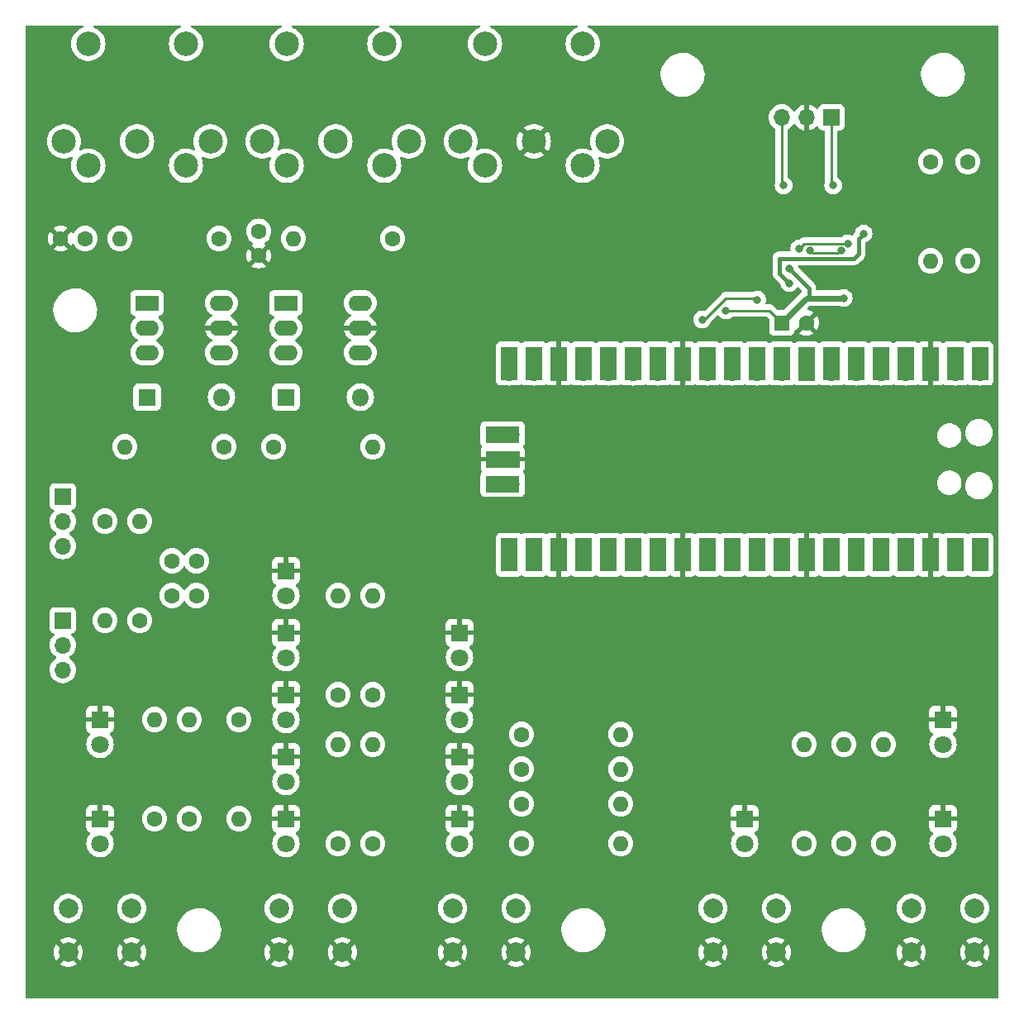
<source format=gbl>
G04 #@! TF.GenerationSoftware,KiCad,Pcbnew,7.0.1*
G04 #@! TF.CreationDate,2023-07-01T12:51:21-04:00*
G04 #@! TF.ProjectId,ArpeggiatorV1.1,41727065-6767-4696-9174-6f7256312e31,rev?*
G04 #@! TF.SameCoordinates,Original*
G04 #@! TF.FileFunction,Copper,L2,Bot*
G04 #@! TF.FilePolarity,Positive*
%FSLAX46Y46*%
G04 Gerber Fmt 4.6, Leading zero omitted, Abs format (unit mm)*
G04 Created by KiCad (PCBNEW 7.0.1) date 2023-07-01 12:51:21*
%MOMM*%
%LPD*%
G01*
G04 APERTURE LIST*
G04 #@! TA.AperFunction,ComponentPad*
%ADD10C,1.600000*%
G04 #@! TD*
G04 #@! TA.AperFunction,ComponentPad*
%ADD11O,1.600000X1.600000*%
G04 #@! TD*
G04 #@! TA.AperFunction,ComponentPad*
%ADD12R,1.800000X1.800000*%
G04 #@! TD*
G04 #@! TA.AperFunction,ComponentPad*
%ADD13C,1.800000*%
G04 #@! TD*
G04 #@! TA.AperFunction,ComponentPad*
%ADD14C,2.000000*%
G04 #@! TD*
G04 #@! TA.AperFunction,ComponentPad*
%ADD15R,1.700000X1.700000*%
G04 #@! TD*
G04 #@! TA.AperFunction,ComponentPad*
%ADD16O,1.700000X1.700000*%
G04 #@! TD*
G04 #@! TA.AperFunction,ComponentPad*
%ADD17R,1.600000X1.600000*%
G04 #@! TD*
G04 #@! TA.AperFunction,ComponentPad*
%ADD18O,1.800000X1.800000*%
G04 #@! TD*
G04 #@! TA.AperFunction,ComponentPad*
%ADD19R,2.400000X1.600000*%
G04 #@! TD*
G04 #@! TA.AperFunction,ComponentPad*
%ADD20O,2.400000X1.600000*%
G04 #@! TD*
G04 #@! TA.AperFunction,WasherPad*
%ADD21C,2.499360*%
G04 #@! TD*
G04 #@! TA.AperFunction,ComponentPad*
%ADD22C,2.499360*%
G04 #@! TD*
G04 #@! TA.AperFunction,SMDPad,CuDef*
%ADD23R,1.700000X3.500000*%
G04 #@! TD*
G04 #@! TA.AperFunction,SMDPad,CuDef*
%ADD24R,3.500000X1.700000*%
G04 #@! TD*
G04 #@! TA.AperFunction,ViaPad*
%ADD25C,0.800000*%
G04 #@! TD*
G04 #@! TA.AperFunction,Conductor*
%ADD26C,0.250000*%
G04 #@! TD*
G04 #@! TA.AperFunction,Conductor*
%ADD27C,0.400000*%
G04 #@! TD*
G04 #@! TA.AperFunction,Conductor*
%ADD28C,0.600000*%
G04 #@! TD*
G04 APERTURE END LIST*
D10*
X73152000Y-57404000D03*
D11*
X62992000Y-57404000D03*
D10*
X48768000Y-116840000D03*
D11*
X48768000Y-106680000D03*
D12*
X43180000Y-106680000D03*
D13*
X43180000Y-109220000D03*
X62230000Y-119380000D03*
D12*
X62230000Y-116840000D03*
X80010000Y-104140000D03*
D13*
X80010000Y-106680000D03*
D14*
X112470000Y-130520000D03*
X105970000Y-130520000D03*
X112470000Y-126020000D03*
X105970000Y-126020000D03*
D10*
X86360000Y-108204000D03*
D11*
X96520000Y-108204000D03*
D15*
X39370000Y-96520000D03*
D16*
X39370000Y-99060000D03*
X39370000Y-101600000D03*
D10*
X47244000Y-96520000D03*
D11*
X47244000Y-86360000D03*
D17*
X113030000Y-66040000D03*
D10*
X115530000Y-66040000D03*
X59436000Y-56662000D03*
X59436000Y-59162000D03*
D15*
X39370000Y-83835000D03*
D16*
X39370000Y-86375000D03*
X39370000Y-88915000D03*
D14*
X46430000Y-130520000D03*
X39930000Y-130520000D03*
X46430000Y-126020000D03*
X39930000Y-126020000D03*
D10*
X71120000Y-119380000D03*
D11*
X71120000Y-109220000D03*
D10*
X50566000Y-90424000D03*
X53066000Y-90424000D03*
X67564000Y-104140000D03*
D11*
X67564000Y-93980000D03*
D12*
X62230000Y-97790000D03*
D13*
X62230000Y-100330000D03*
D10*
X128270000Y-49530000D03*
D11*
X128270000Y-59690000D03*
D12*
X80010000Y-97790000D03*
D13*
X80010000Y-100330000D03*
D14*
X85800000Y-130520000D03*
X79300000Y-130520000D03*
X85800000Y-126020000D03*
X79300000Y-126020000D03*
X68020000Y-130520000D03*
X61520000Y-130520000D03*
X68020000Y-126020000D03*
X61520000Y-126020000D03*
D10*
X119380000Y-119380000D03*
D11*
X119380000Y-109220000D03*
D12*
X62230000Y-91440000D03*
D13*
X62230000Y-93980000D03*
X62230000Y-113030000D03*
D12*
X62230000Y-110490000D03*
D10*
X50566000Y-93980000D03*
X53066000Y-93980000D03*
D14*
X132790000Y-130520000D03*
X126290000Y-130520000D03*
X132790000Y-126020000D03*
X126290000Y-126020000D03*
D10*
X43688000Y-86360000D03*
D11*
X43688000Y-96520000D03*
D12*
X62230000Y-73660000D03*
D18*
X69850000Y-73660000D03*
D10*
X115316000Y-119380000D03*
D11*
X115316000Y-109220000D03*
D19*
X62215000Y-64023000D03*
D20*
X62215000Y-66563000D03*
X62215000Y-69103000D03*
X69835000Y-69103000D03*
X69835000Y-66563000D03*
X69835000Y-64023000D03*
D12*
X129540000Y-116840000D03*
D13*
X129540000Y-119380000D03*
D12*
X43180000Y-116840000D03*
D13*
X43180000Y-119380000D03*
D10*
X86360000Y-115316000D03*
D11*
X96520000Y-115316000D03*
D12*
X80010000Y-116840000D03*
D13*
X80010000Y-119380000D03*
D10*
X67564000Y-119380000D03*
D11*
X67564000Y-109220000D03*
D10*
X52324000Y-116840000D03*
D11*
X52324000Y-106680000D03*
D10*
X41656000Y-57404000D03*
X39156000Y-57404000D03*
D19*
X47991000Y-64023000D03*
D20*
X47991000Y-66563000D03*
X47991000Y-69103000D03*
X55611000Y-69103000D03*
X55611000Y-66563000D03*
X55611000Y-64023000D03*
D10*
X55880000Y-78740000D03*
D11*
X45720000Y-78740000D03*
D12*
X80010000Y-110490000D03*
D13*
X80010000Y-113030000D03*
D12*
X129540000Y-106680000D03*
D13*
X129540000Y-109220000D03*
D10*
X86360000Y-119380000D03*
D11*
X96520000Y-119380000D03*
D12*
X109220000Y-116840000D03*
D13*
X109220000Y-119380000D03*
D10*
X71120000Y-104140000D03*
D11*
X71120000Y-93980000D03*
D10*
X86360000Y-111760000D03*
D11*
X96520000Y-111760000D03*
D10*
X60960000Y-78740000D03*
D11*
X71120000Y-78740000D03*
D12*
X48006000Y-73660000D03*
D18*
X55626000Y-73660000D03*
D10*
X132080000Y-49530000D03*
D11*
X132080000Y-59690000D03*
D10*
X57404000Y-106680000D03*
D11*
X57404000Y-116840000D03*
D12*
X62230000Y-104140000D03*
D13*
X62230000Y-106680000D03*
D10*
X55372000Y-57404000D03*
D11*
X45212000Y-57404000D03*
D10*
X123444000Y-119380000D03*
D11*
X123444000Y-109220000D03*
D15*
X118095000Y-45015000D03*
D16*
X115555000Y-45015000D03*
X113015000Y-45015000D03*
D21*
X41988740Y-37452300D03*
X51991260Y-37452300D03*
D22*
X54488080Y-47447200D03*
X46990000Y-47449740D03*
X39491920Y-47447200D03*
X51986180Y-49949100D03*
X41993820Y-49949100D03*
D21*
X62308740Y-37452300D03*
X72311260Y-37452300D03*
D22*
X74808080Y-47447200D03*
X67310000Y-47449740D03*
X59811920Y-47447200D03*
X72306180Y-49949100D03*
X62313820Y-49949100D03*
D16*
X133350000Y-88900000D03*
D23*
X133350000Y-89800000D03*
D16*
X130810000Y-88900000D03*
D23*
X130810000Y-89800000D03*
D15*
X128270000Y-88900000D03*
D23*
X128270000Y-89800000D03*
D16*
X125730000Y-88900000D03*
D23*
X125730000Y-89800000D03*
D16*
X123190000Y-88900000D03*
D23*
X123190000Y-89800000D03*
D16*
X120650000Y-88900000D03*
D23*
X120650000Y-89800000D03*
D16*
X118110000Y-88900000D03*
D23*
X118110000Y-89800000D03*
D15*
X115570000Y-88900000D03*
D23*
X115570000Y-89800000D03*
D16*
X113030000Y-88900000D03*
D23*
X113030000Y-89800000D03*
D16*
X110490000Y-88900000D03*
D23*
X110490000Y-89800000D03*
D16*
X107950000Y-88900000D03*
D23*
X107950000Y-89800000D03*
D16*
X105410000Y-88900000D03*
D23*
X105410000Y-89800000D03*
D15*
X102870000Y-88900000D03*
D23*
X102870000Y-89800000D03*
D16*
X100330000Y-88900000D03*
D23*
X100330000Y-89800000D03*
D16*
X97790000Y-88900000D03*
D23*
X97790000Y-89800000D03*
D16*
X95250000Y-88900000D03*
D23*
X95250000Y-89800000D03*
D16*
X92710000Y-88900000D03*
D23*
X92710000Y-89800000D03*
D15*
X90170000Y-88900000D03*
D23*
X90170000Y-89800000D03*
D16*
X87630000Y-88900000D03*
D23*
X87630000Y-89800000D03*
D16*
X85090000Y-88900000D03*
D23*
X85090000Y-89800000D03*
D16*
X85090000Y-71120000D03*
D23*
X85090000Y-70220000D03*
D16*
X87630000Y-71120000D03*
D23*
X87630000Y-70220000D03*
D15*
X90170000Y-71120000D03*
D23*
X90170000Y-70220000D03*
D16*
X92710000Y-71120000D03*
D23*
X92710000Y-70220000D03*
D16*
X95250000Y-71120000D03*
D23*
X95250000Y-70220000D03*
D16*
X97790000Y-71120000D03*
D23*
X97790000Y-70220000D03*
D16*
X100330000Y-71120000D03*
D23*
X100330000Y-70220000D03*
D15*
X102870000Y-71120000D03*
D23*
X102870000Y-70220000D03*
D16*
X105410000Y-71120000D03*
D23*
X105410000Y-70220000D03*
D16*
X107950000Y-71120000D03*
D23*
X107950000Y-70220000D03*
D16*
X110490000Y-71120000D03*
D23*
X110490000Y-70220000D03*
D16*
X113030000Y-71120000D03*
D23*
X113030000Y-70220000D03*
D15*
X115570000Y-71120000D03*
D23*
X115570000Y-70220000D03*
D16*
X118110000Y-71120000D03*
D23*
X118110000Y-70220000D03*
D16*
X120650000Y-71120000D03*
D23*
X120650000Y-70220000D03*
D16*
X123190000Y-71120000D03*
D23*
X123190000Y-70220000D03*
D16*
X125730000Y-71120000D03*
D23*
X125730000Y-70220000D03*
D15*
X128270000Y-71120000D03*
D23*
X128270000Y-70220000D03*
D16*
X130810000Y-71120000D03*
D23*
X130810000Y-70220000D03*
D16*
X133350000Y-71120000D03*
D23*
X133350000Y-70220000D03*
D16*
X85320000Y-82550000D03*
D24*
X84420000Y-82550000D03*
D15*
X85320000Y-80010000D03*
D24*
X84420000Y-80010000D03*
D16*
X85320000Y-77470000D03*
D24*
X84420000Y-77470000D03*
D21*
X82628740Y-37452300D03*
X92631260Y-37452300D03*
D22*
X95128080Y-47447200D03*
X87630000Y-47449740D03*
X80131920Y-47447200D03*
X92626180Y-49949100D03*
X82633820Y-49949100D03*
D25*
X107315000Y-64770000D03*
X110527108Y-63674502D03*
X104875154Y-65706502D03*
X113792000Y-60452000D03*
X119380000Y-63500000D03*
X118293109Y-51974001D03*
X121412000Y-56896000D03*
X113792000Y-61976000D03*
X114808000Y-58420000D03*
X119780717Y-57914250D03*
X119089804Y-58636500D03*
X115876017Y-58636500D03*
X113213109Y-51974001D03*
D26*
X107315000Y-64770000D02*
X111760000Y-64770000D01*
X111760000Y-64770000D02*
X113030000Y-66040000D01*
X110352606Y-63500000D02*
X110527108Y-63674502D01*
X105108498Y-65706502D02*
X107315000Y-63500000D01*
X104875154Y-65706502D02*
X105108498Y-65706502D01*
X107315000Y-63500000D02*
X110352606Y-63500000D01*
D27*
X113792000Y-60452000D02*
X115824000Y-62484000D01*
D28*
X115824000Y-63500000D02*
X115570000Y-63500000D01*
X115570000Y-63500000D02*
X113471942Y-65598058D01*
X119380000Y-63500000D02*
X115824000Y-63500000D01*
D27*
X115824000Y-62484000D02*
X115824000Y-63500000D01*
D26*
X118095000Y-51775892D02*
X118293109Y-51974001D01*
X118095000Y-45015000D02*
X118095000Y-51775892D01*
D27*
X120904000Y-58928000D02*
X120904000Y-57404000D01*
X112776000Y-59436000D02*
X120396000Y-59436000D01*
X120396000Y-59436000D02*
X120904000Y-58928000D01*
X120904000Y-57404000D02*
X121412000Y-56896000D01*
X112776000Y-60960000D02*
X112776000Y-59436000D01*
X113792000Y-61976000D02*
X112776000Y-60960000D01*
D26*
X114808000Y-58420000D02*
X115316000Y-57912000D01*
X119778467Y-57912000D02*
X119780717Y-57914250D01*
X115316000Y-57912000D02*
X119778467Y-57912000D01*
X116151016Y-58911499D02*
X118814805Y-58911499D01*
X118814805Y-58911499D02*
X119089804Y-58636500D01*
X115876017Y-58636500D02*
X116151016Y-58911499D01*
X113015000Y-51775892D02*
X113213109Y-51974001D01*
X113015000Y-45015000D02*
X113015000Y-51775892D01*
G04 #@! TA.AperFunction,Conductor*
G36*
X41428132Y-35580003D02*
G01*
X41473889Y-35632376D01*
X41484255Y-35701145D01*
X41455968Y-35764678D01*
X41397927Y-35802990D01*
X41347534Y-35818535D01*
X41347531Y-35818536D01*
X41111196Y-35932348D01*
X40894463Y-36080114D01*
X40702169Y-36258537D01*
X40538617Y-36463624D01*
X40407459Y-36690797D01*
X40311626Y-36934976D01*
X40253254Y-37190720D01*
X40233651Y-37452300D01*
X40253254Y-37713879D01*
X40311626Y-37969623D01*
X40407459Y-38213802D01*
X40532084Y-38429660D01*
X40538618Y-38440976D01*
X40702169Y-38646063D01*
X40759580Y-38699332D01*
X40894463Y-38824485D01*
X41103751Y-38967175D01*
X41111196Y-38972251D01*
X41347534Y-39086065D01*
X41598196Y-39163384D01*
X41857582Y-39202480D01*
X42119898Y-39202480D01*
X42379284Y-39163384D01*
X42629946Y-39086065D01*
X42866284Y-38972251D01*
X43083019Y-38824483D01*
X43275311Y-38646063D01*
X43438862Y-38440976D01*
X43570020Y-38213804D01*
X43665854Y-37969621D01*
X43724225Y-37713882D01*
X43743828Y-37452300D01*
X43724225Y-37190718D01*
X43665854Y-36934979D01*
X43570020Y-36690796D01*
X43438862Y-36463624D01*
X43275311Y-36258537D01*
X43083019Y-36080117D01*
X43083016Y-36080114D01*
X42866283Y-35932348D01*
X42629948Y-35818536D01*
X42629946Y-35818535D01*
X42579552Y-35802990D01*
X42521512Y-35764678D01*
X42493225Y-35701145D01*
X42503591Y-35632376D01*
X42549348Y-35580003D01*
X42616103Y-35560500D01*
X51363897Y-35560500D01*
X51430652Y-35580003D01*
X51476409Y-35632376D01*
X51486775Y-35701145D01*
X51458488Y-35764678D01*
X51400447Y-35802990D01*
X51350054Y-35818535D01*
X51350051Y-35818536D01*
X51113716Y-35932348D01*
X50896983Y-36080114D01*
X50704689Y-36258537D01*
X50541137Y-36463624D01*
X50409979Y-36690797D01*
X50314146Y-36934976D01*
X50255774Y-37190720D01*
X50236171Y-37452300D01*
X50255774Y-37713879D01*
X50314146Y-37969623D01*
X50409979Y-38213802D01*
X50534604Y-38429660D01*
X50541138Y-38440976D01*
X50704689Y-38646063D01*
X50762100Y-38699332D01*
X50896983Y-38824485D01*
X51106271Y-38967175D01*
X51113716Y-38972251D01*
X51350054Y-39086065D01*
X51600716Y-39163384D01*
X51860102Y-39202480D01*
X52122418Y-39202480D01*
X52381804Y-39163384D01*
X52632466Y-39086065D01*
X52868804Y-38972251D01*
X53085539Y-38824483D01*
X53277831Y-38646063D01*
X53441382Y-38440976D01*
X53572540Y-38213804D01*
X53668374Y-37969621D01*
X53726745Y-37713882D01*
X53746348Y-37452300D01*
X53726745Y-37190718D01*
X53668374Y-36934979D01*
X53572540Y-36690796D01*
X53441382Y-36463624D01*
X53277831Y-36258537D01*
X53085539Y-36080117D01*
X53085536Y-36080114D01*
X52868803Y-35932348D01*
X52632468Y-35818536D01*
X52632466Y-35818535D01*
X52582072Y-35802990D01*
X52524032Y-35764678D01*
X52495745Y-35701145D01*
X52506111Y-35632376D01*
X52551868Y-35580003D01*
X52618623Y-35560500D01*
X61681377Y-35560500D01*
X61748132Y-35580003D01*
X61793889Y-35632376D01*
X61804255Y-35701145D01*
X61775968Y-35764678D01*
X61717927Y-35802990D01*
X61667534Y-35818535D01*
X61667531Y-35818536D01*
X61431196Y-35932348D01*
X61214463Y-36080114D01*
X61022169Y-36258537D01*
X60858617Y-36463624D01*
X60727459Y-36690797D01*
X60631626Y-36934976D01*
X60573254Y-37190720D01*
X60553651Y-37452300D01*
X60573254Y-37713879D01*
X60631626Y-37969623D01*
X60727459Y-38213802D01*
X60852084Y-38429660D01*
X60858618Y-38440976D01*
X61022169Y-38646063D01*
X61079580Y-38699332D01*
X61214463Y-38824485D01*
X61423751Y-38967175D01*
X61431196Y-38972251D01*
X61667534Y-39086065D01*
X61918196Y-39163384D01*
X62177582Y-39202480D01*
X62439898Y-39202480D01*
X62699284Y-39163384D01*
X62949946Y-39086065D01*
X63186284Y-38972251D01*
X63403019Y-38824483D01*
X63595311Y-38646063D01*
X63758862Y-38440976D01*
X63890020Y-38213804D01*
X63985854Y-37969621D01*
X64044225Y-37713882D01*
X64063828Y-37452300D01*
X64044225Y-37190718D01*
X63985854Y-36934979D01*
X63890020Y-36690796D01*
X63758862Y-36463624D01*
X63595311Y-36258537D01*
X63403019Y-36080117D01*
X63403016Y-36080114D01*
X63186283Y-35932348D01*
X62949948Y-35818536D01*
X62949946Y-35818535D01*
X62899552Y-35802990D01*
X62841512Y-35764678D01*
X62813225Y-35701145D01*
X62823591Y-35632376D01*
X62869348Y-35580003D01*
X62936103Y-35560500D01*
X71683897Y-35560500D01*
X71750652Y-35580003D01*
X71796409Y-35632376D01*
X71806775Y-35701145D01*
X71778488Y-35764678D01*
X71720447Y-35802990D01*
X71670054Y-35818535D01*
X71670051Y-35818536D01*
X71433716Y-35932348D01*
X71216983Y-36080114D01*
X71024689Y-36258537D01*
X70861137Y-36463624D01*
X70729979Y-36690797D01*
X70634146Y-36934976D01*
X70575774Y-37190720D01*
X70556171Y-37452300D01*
X70575774Y-37713879D01*
X70634146Y-37969623D01*
X70729979Y-38213802D01*
X70854604Y-38429660D01*
X70861138Y-38440976D01*
X71024689Y-38646063D01*
X71082100Y-38699332D01*
X71216983Y-38824485D01*
X71426271Y-38967175D01*
X71433716Y-38972251D01*
X71670054Y-39086065D01*
X71920716Y-39163384D01*
X72180102Y-39202480D01*
X72442418Y-39202480D01*
X72701804Y-39163384D01*
X72952466Y-39086065D01*
X73188804Y-38972251D01*
X73405539Y-38824483D01*
X73597831Y-38646063D01*
X73761382Y-38440976D01*
X73892540Y-38213804D01*
X73988374Y-37969621D01*
X74046745Y-37713882D01*
X74066348Y-37452300D01*
X74046745Y-37190718D01*
X73988374Y-36934979D01*
X73892540Y-36690796D01*
X73761382Y-36463624D01*
X73597831Y-36258537D01*
X73405539Y-36080117D01*
X73405536Y-36080114D01*
X73188803Y-35932348D01*
X72952468Y-35818536D01*
X72952466Y-35818535D01*
X72902072Y-35802990D01*
X72844032Y-35764678D01*
X72815745Y-35701145D01*
X72826111Y-35632376D01*
X72871868Y-35580003D01*
X72938623Y-35560500D01*
X82001377Y-35560500D01*
X82068132Y-35580003D01*
X82113889Y-35632376D01*
X82124255Y-35701145D01*
X82095968Y-35764678D01*
X82037927Y-35802990D01*
X81987534Y-35818535D01*
X81987531Y-35818536D01*
X81751196Y-35932348D01*
X81534463Y-36080114D01*
X81342169Y-36258537D01*
X81178617Y-36463624D01*
X81047459Y-36690797D01*
X80951626Y-36934976D01*
X80893254Y-37190720D01*
X80873651Y-37452300D01*
X80893254Y-37713879D01*
X80951626Y-37969623D01*
X81047459Y-38213802D01*
X81172084Y-38429660D01*
X81178618Y-38440976D01*
X81342169Y-38646063D01*
X81399580Y-38699332D01*
X81534463Y-38824485D01*
X81743751Y-38967175D01*
X81751196Y-38972251D01*
X81987534Y-39086065D01*
X82238196Y-39163384D01*
X82497582Y-39202480D01*
X82759898Y-39202480D01*
X83019284Y-39163384D01*
X83269946Y-39086065D01*
X83506284Y-38972251D01*
X83723019Y-38824483D01*
X83915311Y-38646063D01*
X84078862Y-38440976D01*
X84210020Y-38213804D01*
X84305854Y-37969621D01*
X84364225Y-37713882D01*
X84383828Y-37452300D01*
X84364225Y-37190718D01*
X84305854Y-36934979D01*
X84210020Y-36690796D01*
X84078862Y-36463624D01*
X83915311Y-36258537D01*
X83723019Y-36080117D01*
X83723016Y-36080114D01*
X83506283Y-35932348D01*
X83269948Y-35818536D01*
X83269946Y-35818535D01*
X83219552Y-35802990D01*
X83161512Y-35764678D01*
X83133225Y-35701145D01*
X83143591Y-35632376D01*
X83189348Y-35580003D01*
X83256103Y-35560500D01*
X92003897Y-35560500D01*
X92070652Y-35580003D01*
X92116409Y-35632376D01*
X92126775Y-35701145D01*
X92098488Y-35764678D01*
X92040447Y-35802990D01*
X91990054Y-35818535D01*
X91990051Y-35818536D01*
X91753716Y-35932348D01*
X91536983Y-36080114D01*
X91344689Y-36258537D01*
X91181137Y-36463624D01*
X91049979Y-36690797D01*
X90954146Y-36934976D01*
X90895774Y-37190720D01*
X90876171Y-37452300D01*
X90895774Y-37713879D01*
X90954146Y-37969623D01*
X91049979Y-38213802D01*
X91174604Y-38429660D01*
X91181138Y-38440976D01*
X91344689Y-38646063D01*
X91402100Y-38699332D01*
X91536983Y-38824485D01*
X91746271Y-38967175D01*
X91753716Y-38972251D01*
X91990054Y-39086065D01*
X92240716Y-39163384D01*
X92500102Y-39202480D01*
X92762418Y-39202480D01*
X93021804Y-39163384D01*
X93272466Y-39086065D01*
X93508804Y-38972251D01*
X93725539Y-38824483D01*
X93917831Y-38646063D01*
X94081382Y-38440976D01*
X94212540Y-38213804D01*
X94308374Y-37969621D01*
X94366745Y-37713882D01*
X94386348Y-37452300D01*
X94366745Y-37190718D01*
X94308374Y-36934979D01*
X94212540Y-36690796D01*
X94081382Y-36463624D01*
X93917831Y-36258537D01*
X93725539Y-36080117D01*
X93725536Y-36080114D01*
X93508803Y-35932348D01*
X93272468Y-35818536D01*
X93272466Y-35818535D01*
X93222072Y-35802990D01*
X93164032Y-35764678D01*
X93135745Y-35701145D01*
X93146111Y-35632376D01*
X93191868Y-35580003D01*
X93258623Y-35560500D01*
X135131000Y-35560500D01*
X135193000Y-35577113D01*
X135238387Y-35622500D01*
X135255000Y-35684500D01*
X135255000Y-135131000D01*
X135238387Y-135193000D01*
X135193000Y-135238387D01*
X135131000Y-135255000D01*
X35684500Y-135255000D01*
X35622500Y-135238387D01*
X35577113Y-135193000D01*
X35560500Y-135131000D01*
X35560500Y-131743610D01*
X39059942Y-131743610D01*
X39106766Y-131780055D01*
X39325393Y-131898368D01*
X39560506Y-131979083D01*
X39805707Y-132020000D01*
X40054293Y-132020000D01*
X40299493Y-131979083D01*
X40534606Y-131898368D01*
X40753233Y-131780053D01*
X40800055Y-131743610D01*
X45559942Y-131743610D01*
X45606766Y-131780055D01*
X45825393Y-131898368D01*
X46060506Y-131979083D01*
X46305707Y-132020000D01*
X46554293Y-132020000D01*
X46799493Y-131979083D01*
X47034606Y-131898368D01*
X47253233Y-131780053D01*
X47300055Y-131743610D01*
X60649942Y-131743610D01*
X60696766Y-131780055D01*
X60915393Y-131898368D01*
X61150506Y-131979083D01*
X61395707Y-132020000D01*
X61644293Y-132020000D01*
X61889493Y-131979083D01*
X62124606Y-131898368D01*
X62343233Y-131780053D01*
X62390055Y-131743610D01*
X67149942Y-131743610D01*
X67196766Y-131780055D01*
X67415393Y-131898368D01*
X67650506Y-131979083D01*
X67895707Y-132020000D01*
X68144293Y-132020000D01*
X68389493Y-131979083D01*
X68624606Y-131898368D01*
X68843233Y-131780053D01*
X68890055Y-131743610D01*
X78429942Y-131743610D01*
X78476766Y-131780055D01*
X78695393Y-131898368D01*
X78930506Y-131979083D01*
X79175707Y-132020000D01*
X79424293Y-132020000D01*
X79669493Y-131979083D01*
X79904606Y-131898368D01*
X80123233Y-131780053D01*
X80170055Y-131743610D01*
X84929942Y-131743610D01*
X84976766Y-131780055D01*
X85195393Y-131898368D01*
X85430506Y-131979083D01*
X85675707Y-132020000D01*
X85924293Y-132020000D01*
X86169493Y-131979083D01*
X86404606Y-131898368D01*
X86623233Y-131780053D01*
X86670055Y-131743610D01*
X105099942Y-131743610D01*
X105146766Y-131780055D01*
X105365393Y-131898368D01*
X105600506Y-131979083D01*
X105845707Y-132020000D01*
X106094293Y-132020000D01*
X106339493Y-131979083D01*
X106574606Y-131898368D01*
X106793233Y-131780053D01*
X106840055Y-131743610D01*
X111599942Y-131743610D01*
X111646766Y-131780055D01*
X111865393Y-131898368D01*
X112100506Y-131979083D01*
X112345707Y-132020000D01*
X112594293Y-132020000D01*
X112839493Y-131979083D01*
X113074606Y-131898368D01*
X113293233Y-131780053D01*
X113340055Y-131743610D01*
X125419942Y-131743610D01*
X125466766Y-131780055D01*
X125685393Y-131898368D01*
X125920506Y-131979083D01*
X126165707Y-132020000D01*
X126414293Y-132020000D01*
X126659493Y-131979083D01*
X126894606Y-131898368D01*
X127113233Y-131780053D01*
X127160055Y-131743610D01*
X131919942Y-131743610D01*
X131966766Y-131780055D01*
X132185393Y-131898368D01*
X132420506Y-131979083D01*
X132665707Y-132020000D01*
X132914293Y-132020000D01*
X133159493Y-131979083D01*
X133394606Y-131898368D01*
X133613233Y-131780053D01*
X133660056Y-131743609D01*
X132790000Y-130873553D01*
X131919942Y-131743609D01*
X131919942Y-131743610D01*
X127160055Y-131743610D01*
X127160056Y-131743609D01*
X126290000Y-130873553D01*
X125419942Y-131743609D01*
X125419942Y-131743610D01*
X113340055Y-131743610D01*
X113340056Y-131743609D01*
X112470000Y-130873553D01*
X111599942Y-131743609D01*
X111599942Y-131743610D01*
X106840055Y-131743610D01*
X106840056Y-131743609D01*
X105970000Y-130873553D01*
X105099942Y-131743609D01*
X105099942Y-131743610D01*
X86670055Y-131743610D01*
X86670056Y-131743609D01*
X85800000Y-130873553D01*
X84929942Y-131743609D01*
X84929942Y-131743610D01*
X80170055Y-131743610D01*
X80170056Y-131743609D01*
X79300000Y-130873553D01*
X78429942Y-131743609D01*
X78429942Y-131743610D01*
X68890055Y-131743610D01*
X68890056Y-131743609D01*
X68020000Y-130873553D01*
X67149942Y-131743609D01*
X67149942Y-131743610D01*
X62390055Y-131743610D01*
X62390056Y-131743609D01*
X61520000Y-130873553D01*
X60649942Y-131743609D01*
X60649942Y-131743610D01*
X47300055Y-131743610D01*
X47300056Y-131743609D01*
X46430000Y-130873553D01*
X45559942Y-131743609D01*
X45559942Y-131743610D01*
X40800055Y-131743610D01*
X40800056Y-131743609D01*
X39930000Y-130873553D01*
X39059942Y-131743609D01*
X39059942Y-131743610D01*
X35560500Y-131743610D01*
X35560500Y-130520000D01*
X38424858Y-130520000D01*
X38445386Y-130767732D01*
X38506413Y-131008721D01*
X38606268Y-131236370D01*
X38706563Y-131389882D01*
X38706564Y-131389882D01*
X39576447Y-130520001D01*
X40283553Y-130520001D01*
X41153434Y-131389882D01*
X41253730Y-131236369D01*
X41353586Y-131008721D01*
X41414613Y-130767732D01*
X41435141Y-130520000D01*
X44924858Y-130520000D01*
X44945386Y-130767732D01*
X45006413Y-131008721D01*
X45106268Y-131236370D01*
X45206563Y-131389882D01*
X45206564Y-131389882D01*
X46076447Y-130520001D01*
X46783553Y-130520001D01*
X47653434Y-131389882D01*
X47753730Y-131236369D01*
X47853586Y-131008721D01*
X47914613Y-130767732D01*
X47935141Y-130520000D01*
X47914613Y-130272267D01*
X47853586Y-130031278D01*
X47753730Y-129803630D01*
X47653434Y-129650116D01*
X46783553Y-130520000D01*
X46783553Y-130520001D01*
X46076447Y-130520001D01*
X46076447Y-130520000D01*
X45206564Y-129650116D01*
X45106266Y-129803634D01*
X45006413Y-130031278D01*
X44945386Y-130272267D01*
X44924858Y-130520000D01*
X41435141Y-130520000D01*
X41414613Y-130272267D01*
X41353586Y-130031278D01*
X41253730Y-129803630D01*
X41153434Y-129650116D01*
X40283553Y-130520000D01*
X40283553Y-130520001D01*
X39576447Y-130520001D01*
X39576447Y-130520000D01*
X38706564Y-129650116D01*
X38606266Y-129803634D01*
X38506413Y-130031278D01*
X38445386Y-130272267D01*
X38424858Y-130520000D01*
X35560500Y-130520000D01*
X35560500Y-129296390D01*
X39059942Y-129296390D01*
X39930000Y-130166447D01*
X39930001Y-130166447D01*
X40800057Y-129296390D01*
X45559942Y-129296390D01*
X46430000Y-130166447D01*
X46430001Y-130166447D01*
X47300057Y-129296390D01*
X47300056Y-129296388D01*
X47253235Y-129259947D01*
X47034606Y-129141631D01*
X46799493Y-129060916D01*
X46554293Y-129020000D01*
X46305707Y-129020000D01*
X46060506Y-129060916D01*
X45825393Y-129141631D01*
X45606764Y-129259946D01*
X45559942Y-129296388D01*
X45559942Y-129296390D01*
X40800057Y-129296390D01*
X40800056Y-129296388D01*
X40753235Y-129259947D01*
X40534606Y-129141631D01*
X40299493Y-129060916D01*
X40054293Y-129020000D01*
X39805707Y-129020000D01*
X39560506Y-129060916D01*
X39325393Y-129141631D01*
X39106764Y-129259946D01*
X39059942Y-129296388D01*
X39059942Y-129296390D01*
X35560500Y-129296390D01*
X35560500Y-128345372D01*
X51085723Y-128345372D01*
X51115881Y-128645160D01*
X51185731Y-128938262D01*
X51294021Y-129219432D01*
X51367750Y-129353970D01*
X51438825Y-129483665D01*
X51617554Y-129726238D01*
X51827020Y-129942824D01*
X52063485Y-130129558D01*
X52322730Y-130283109D01*
X52600128Y-130400736D01*
X52600129Y-130400736D01*
X52600131Y-130400737D01*
X52664179Y-130418281D01*
X52890729Y-130480340D01*
X53189347Y-130520500D01*
X53415244Y-130520500D01*
X53415246Y-130520500D01*
X53422715Y-130520000D01*
X60014858Y-130520000D01*
X60035386Y-130767732D01*
X60096413Y-131008721D01*
X60196268Y-131236370D01*
X60296563Y-131389882D01*
X60296564Y-131389882D01*
X61166447Y-130520001D01*
X61873553Y-130520001D01*
X62743434Y-131389882D01*
X62843730Y-131236369D01*
X62943586Y-131008721D01*
X63004613Y-130767732D01*
X63025141Y-130520000D01*
X66514858Y-130520000D01*
X66535386Y-130767732D01*
X66596413Y-131008721D01*
X66696268Y-131236370D01*
X66796563Y-131389882D01*
X66796564Y-131389882D01*
X67666447Y-130520001D01*
X67666447Y-130520000D01*
X68373553Y-130520000D01*
X69243434Y-131389882D01*
X69343730Y-131236369D01*
X69443586Y-131008721D01*
X69504613Y-130767732D01*
X69525141Y-130520000D01*
X77794858Y-130520000D01*
X77815386Y-130767732D01*
X77876413Y-131008721D01*
X77976268Y-131236370D01*
X78076563Y-131389882D01*
X78076564Y-131389882D01*
X78946447Y-130520001D01*
X78946447Y-130520000D01*
X79653553Y-130520000D01*
X80523434Y-131389882D01*
X80623730Y-131236369D01*
X80723586Y-131008721D01*
X80784613Y-130767732D01*
X80805141Y-130519999D01*
X84294858Y-130519999D01*
X84315386Y-130767732D01*
X84376413Y-131008721D01*
X84476268Y-131236370D01*
X84576563Y-131389882D01*
X84576564Y-131389882D01*
X85446447Y-130520001D01*
X86153553Y-130520001D01*
X87023434Y-131389882D01*
X87123730Y-131236369D01*
X87223586Y-131008721D01*
X87284613Y-130767732D01*
X87305141Y-130519999D01*
X87284613Y-130272267D01*
X87223586Y-130031278D01*
X87123730Y-129803630D01*
X87023434Y-129650116D01*
X86153553Y-130520000D01*
X86153553Y-130520001D01*
X85446447Y-130520001D01*
X85446447Y-130520000D01*
X84576564Y-129650116D01*
X84476266Y-129803634D01*
X84376413Y-130031278D01*
X84315386Y-130272267D01*
X84294858Y-130519999D01*
X80805141Y-130519999D01*
X80784613Y-130272267D01*
X80723586Y-130031278D01*
X80623730Y-129803630D01*
X80523434Y-129650116D01*
X79653553Y-130520000D01*
X78946447Y-130520000D01*
X78076564Y-129650116D01*
X77976266Y-129803634D01*
X77876413Y-130031278D01*
X77815386Y-130272267D01*
X77794858Y-130520000D01*
X69525141Y-130520000D01*
X69525141Y-130519999D01*
X69504613Y-130272267D01*
X69443586Y-130031278D01*
X69343730Y-129803630D01*
X69243434Y-129650116D01*
X68373553Y-130520000D01*
X67666447Y-130520000D01*
X66796564Y-129650116D01*
X66696266Y-129803634D01*
X66596413Y-130031278D01*
X66535386Y-130272267D01*
X66514858Y-130520000D01*
X63025141Y-130520000D01*
X63025141Y-130519999D01*
X63004613Y-130272267D01*
X62943586Y-130031278D01*
X62843730Y-129803630D01*
X62743434Y-129650116D01*
X61873553Y-130520000D01*
X61873553Y-130520001D01*
X61166447Y-130520001D01*
X61166447Y-130520000D01*
X60296564Y-129650116D01*
X60196266Y-129803634D01*
X60096413Y-130031278D01*
X60035386Y-130272267D01*
X60014858Y-130520000D01*
X53422715Y-130520000D01*
X53640635Y-130505412D01*
X53763994Y-130480338D01*
X53935903Y-130445396D01*
X54220537Y-130346560D01*
X54489459Y-130210668D01*
X54737869Y-130040144D01*
X54961333Y-129838032D01*
X55155865Y-129607939D01*
X55317993Y-129353970D01*
X55344713Y-129296390D01*
X60649942Y-129296390D01*
X61520000Y-130166447D01*
X61520001Y-130166447D01*
X62390057Y-129296390D01*
X67149942Y-129296390D01*
X68020000Y-130166447D01*
X68020001Y-130166447D01*
X68890057Y-129296390D01*
X78429942Y-129296390D01*
X79300000Y-130166447D01*
X79300001Y-130166447D01*
X80170057Y-129296390D01*
X84929942Y-129296390D01*
X85800000Y-130166447D01*
X85800001Y-130166447D01*
X86670057Y-129296390D01*
X86670056Y-129296388D01*
X86623235Y-129259947D01*
X86404606Y-129141631D01*
X86169493Y-129060916D01*
X85924293Y-129020000D01*
X85675707Y-129020000D01*
X85430506Y-129060916D01*
X85195393Y-129141631D01*
X84976764Y-129259946D01*
X84929942Y-129296388D01*
X84929942Y-129296390D01*
X80170057Y-129296390D01*
X80170056Y-129296388D01*
X80123235Y-129259947D01*
X79904606Y-129141631D01*
X79669493Y-129060916D01*
X79424293Y-129020000D01*
X79175707Y-129020000D01*
X78930506Y-129060916D01*
X78695393Y-129141631D01*
X78476764Y-129259946D01*
X78429942Y-129296388D01*
X78429942Y-129296390D01*
X68890057Y-129296390D01*
X68890056Y-129296388D01*
X68843235Y-129259947D01*
X68624606Y-129141631D01*
X68389493Y-129060916D01*
X68144293Y-129020000D01*
X67895707Y-129020000D01*
X67650506Y-129060916D01*
X67415393Y-129141631D01*
X67196764Y-129259946D01*
X67149942Y-129296388D01*
X67149942Y-129296390D01*
X62390057Y-129296390D01*
X62390056Y-129296388D01*
X62343235Y-129259947D01*
X62124606Y-129141631D01*
X61889493Y-129060916D01*
X61644293Y-129020000D01*
X61395707Y-129020000D01*
X61150506Y-129060916D01*
X60915393Y-129141631D01*
X60696764Y-129259946D01*
X60649942Y-129296388D01*
X60649942Y-129296390D01*
X55344713Y-129296390D01*
X55444823Y-129080658D01*
X55534093Y-128792879D01*
X55584209Y-128495770D01*
X55589237Y-128345372D01*
X90455723Y-128345372D01*
X90485881Y-128645160D01*
X90555731Y-128938262D01*
X90664021Y-129219432D01*
X90737750Y-129353970D01*
X90808825Y-129483665D01*
X90987554Y-129726238D01*
X91197020Y-129942824D01*
X91433485Y-130129558D01*
X91692730Y-130283109D01*
X91970128Y-130400736D01*
X91970129Y-130400736D01*
X91970131Y-130400737D01*
X92034179Y-130418281D01*
X92260729Y-130480340D01*
X92559347Y-130520500D01*
X92785244Y-130520500D01*
X92785246Y-130520500D01*
X92792730Y-130519999D01*
X104464858Y-130519999D01*
X104485386Y-130767732D01*
X104546413Y-131008721D01*
X104646268Y-131236370D01*
X104746563Y-131389882D01*
X104746564Y-131389882D01*
X105616447Y-130520001D01*
X106323553Y-130520001D01*
X107193434Y-131389882D01*
X107293730Y-131236369D01*
X107393586Y-131008721D01*
X107454613Y-130767732D01*
X107475141Y-130519999D01*
X110964858Y-130519999D01*
X110985386Y-130767732D01*
X111046413Y-131008721D01*
X111146268Y-131236370D01*
X111246563Y-131389882D01*
X111246564Y-131389882D01*
X112116447Y-130520001D01*
X112823553Y-130520001D01*
X113693434Y-131389882D01*
X113793730Y-131236369D01*
X113893586Y-131008721D01*
X113954613Y-130767732D01*
X113975141Y-130519999D01*
X113954613Y-130272267D01*
X113893586Y-130031278D01*
X113793730Y-129803630D01*
X113693434Y-129650116D01*
X112823553Y-130520000D01*
X112823553Y-130520001D01*
X112116447Y-130520001D01*
X112116447Y-130520000D01*
X111246564Y-129650116D01*
X111146266Y-129803634D01*
X111046413Y-130031278D01*
X110985386Y-130272267D01*
X110964858Y-130519999D01*
X107475141Y-130519999D01*
X107454613Y-130272267D01*
X107393586Y-130031278D01*
X107293730Y-129803630D01*
X107193434Y-129650116D01*
X106323553Y-130520000D01*
X106323553Y-130520001D01*
X105616447Y-130520001D01*
X105616447Y-130520000D01*
X104746564Y-129650116D01*
X104646266Y-129803634D01*
X104546413Y-130031278D01*
X104485386Y-130272267D01*
X104464858Y-130519999D01*
X92792730Y-130519999D01*
X93010635Y-130505412D01*
X93133994Y-130480338D01*
X93305903Y-130445396D01*
X93590537Y-130346560D01*
X93859459Y-130210668D01*
X94107869Y-130040144D01*
X94331333Y-129838032D01*
X94525865Y-129607939D01*
X94687993Y-129353970D01*
X94714713Y-129296390D01*
X105099942Y-129296390D01*
X105970000Y-130166447D01*
X105970001Y-130166447D01*
X106840057Y-129296390D01*
X111599942Y-129296390D01*
X112470000Y-130166447D01*
X112470001Y-130166447D01*
X113340057Y-129296390D01*
X113340056Y-129296388D01*
X113293235Y-129259947D01*
X113074606Y-129141631D01*
X112839493Y-129060916D01*
X112594293Y-129020000D01*
X112345707Y-129020000D01*
X112100506Y-129060916D01*
X111865393Y-129141631D01*
X111646764Y-129259946D01*
X111599942Y-129296388D01*
X111599942Y-129296390D01*
X106840057Y-129296390D01*
X106840056Y-129296388D01*
X106793235Y-129259947D01*
X106574606Y-129141631D01*
X106339493Y-129060916D01*
X106094293Y-129020000D01*
X105845707Y-129020000D01*
X105600506Y-129060916D01*
X105365393Y-129141631D01*
X105146764Y-129259946D01*
X105099942Y-129296388D01*
X105099942Y-129296390D01*
X94714713Y-129296390D01*
X94814823Y-129080658D01*
X94904093Y-128792879D01*
X94954209Y-128495770D01*
X94959237Y-128345372D01*
X117125723Y-128345372D01*
X117155881Y-128645160D01*
X117225731Y-128938262D01*
X117334021Y-129219432D01*
X117407750Y-129353970D01*
X117478825Y-129483665D01*
X117657554Y-129726238D01*
X117867020Y-129942824D01*
X118103485Y-130129558D01*
X118362730Y-130283109D01*
X118640128Y-130400736D01*
X118640129Y-130400736D01*
X118640131Y-130400737D01*
X118704179Y-130418281D01*
X118930729Y-130480340D01*
X119229347Y-130520500D01*
X119455244Y-130520500D01*
X119455246Y-130520500D01*
X119462730Y-130519999D01*
X124784858Y-130519999D01*
X124805386Y-130767732D01*
X124866413Y-131008721D01*
X124966268Y-131236370D01*
X125066563Y-131389882D01*
X125066564Y-131389882D01*
X125936447Y-130520001D01*
X126643553Y-130520001D01*
X127513434Y-131389882D01*
X127613730Y-131236369D01*
X127713586Y-131008721D01*
X127774613Y-130767732D01*
X127795141Y-130519999D01*
X131284858Y-130519999D01*
X131305386Y-130767732D01*
X131366413Y-131008721D01*
X131466268Y-131236370D01*
X131566563Y-131389882D01*
X131566564Y-131389882D01*
X132436447Y-130520001D01*
X133143553Y-130520001D01*
X134013434Y-131389882D01*
X134113730Y-131236369D01*
X134213586Y-131008721D01*
X134274613Y-130767732D01*
X134295141Y-130519999D01*
X134274613Y-130272267D01*
X134213586Y-130031278D01*
X134113730Y-129803630D01*
X134013434Y-129650116D01*
X133143553Y-130520000D01*
X133143553Y-130520001D01*
X132436447Y-130520001D01*
X132436447Y-130520000D01*
X131566564Y-129650116D01*
X131466266Y-129803634D01*
X131366413Y-130031278D01*
X131305386Y-130272267D01*
X131284858Y-130519999D01*
X127795141Y-130519999D01*
X127774613Y-130272267D01*
X127713586Y-130031278D01*
X127613730Y-129803630D01*
X127513434Y-129650116D01*
X126643553Y-130520000D01*
X126643553Y-130520001D01*
X125936447Y-130520001D01*
X125936447Y-130520000D01*
X125066564Y-129650116D01*
X124966266Y-129803634D01*
X124866413Y-130031278D01*
X124805386Y-130272267D01*
X124784858Y-130519999D01*
X119462730Y-130519999D01*
X119680635Y-130505412D01*
X119803994Y-130480338D01*
X119975903Y-130445396D01*
X120260537Y-130346560D01*
X120529459Y-130210668D01*
X120777869Y-130040144D01*
X121001333Y-129838032D01*
X121195865Y-129607939D01*
X121357993Y-129353970D01*
X121384713Y-129296390D01*
X125419942Y-129296390D01*
X126290000Y-130166447D01*
X126290001Y-130166447D01*
X127160057Y-129296390D01*
X131919942Y-129296390D01*
X132790000Y-130166447D01*
X132790001Y-130166447D01*
X133660057Y-129296390D01*
X133660056Y-129296388D01*
X133613235Y-129259947D01*
X133394606Y-129141631D01*
X133159493Y-129060916D01*
X132914293Y-129020000D01*
X132665707Y-129020000D01*
X132420506Y-129060916D01*
X132185393Y-129141631D01*
X131966764Y-129259946D01*
X131919942Y-129296388D01*
X131919942Y-129296390D01*
X127160057Y-129296390D01*
X127160056Y-129296388D01*
X127113235Y-129259947D01*
X126894606Y-129141631D01*
X126659493Y-129060916D01*
X126414293Y-129020000D01*
X126165707Y-129020000D01*
X125920506Y-129060916D01*
X125685393Y-129141631D01*
X125466764Y-129259946D01*
X125419942Y-129296388D01*
X125419942Y-129296390D01*
X121384713Y-129296390D01*
X121484823Y-129080658D01*
X121574093Y-128792879D01*
X121624209Y-128495770D01*
X121634277Y-128194631D01*
X121604118Y-127894838D01*
X121534269Y-127601739D01*
X121487217Y-127479571D01*
X121425978Y-127320567D01*
X121281175Y-127056335D01*
X121102445Y-126813761D01*
X120892979Y-126597175D01*
X120656514Y-126410441D01*
X120415723Y-126267821D01*
X120397270Y-126256891D01*
X120215671Y-126179886D01*
X120119868Y-126139262D01*
X119829275Y-126059661D01*
X119829274Y-126059660D01*
X119829271Y-126059660D01*
X119534363Y-126019999D01*
X124784356Y-126019999D01*
X124804891Y-126267816D01*
X124804891Y-126267819D01*
X124804892Y-126267821D01*
X124865937Y-126508881D01*
X124904666Y-126597175D01*
X124965825Y-126736604D01*
X124965827Y-126736607D01*
X125101836Y-126944785D01*
X125270256Y-127127738D01*
X125270259Y-127127740D01*
X125466485Y-127280470D01*
X125466487Y-127280471D01*
X125466491Y-127280474D01*
X125685190Y-127398828D01*
X125920386Y-127479571D01*
X126165665Y-127520500D01*
X126414335Y-127520500D01*
X126659614Y-127479571D01*
X126894810Y-127398828D01*
X127113509Y-127280474D01*
X127309744Y-127127738D01*
X127478164Y-126944785D01*
X127614173Y-126736607D01*
X127714063Y-126508881D01*
X127775108Y-126267821D01*
X127795643Y-126020000D01*
X127795643Y-126019999D01*
X131284356Y-126019999D01*
X131304891Y-126267816D01*
X131304891Y-126267819D01*
X131304892Y-126267821D01*
X131365937Y-126508881D01*
X131404666Y-126597175D01*
X131465825Y-126736604D01*
X131465827Y-126736607D01*
X131601836Y-126944785D01*
X131770256Y-127127738D01*
X131770259Y-127127740D01*
X131966485Y-127280470D01*
X131966487Y-127280471D01*
X131966491Y-127280474D01*
X132185190Y-127398828D01*
X132420386Y-127479571D01*
X132665665Y-127520500D01*
X132914335Y-127520500D01*
X133159614Y-127479571D01*
X133394810Y-127398828D01*
X133613509Y-127280474D01*
X133809744Y-127127738D01*
X133978164Y-126944785D01*
X134114173Y-126736607D01*
X134214063Y-126508881D01*
X134275108Y-126267821D01*
X134295643Y-126020000D01*
X134275108Y-125772179D01*
X134214063Y-125531119D01*
X134114173Y-125303393D01*
X133978164Y-125095215D01*
X133809744Y-124912262D01*
X133787612Y-124895036D01*
X133613514Y-124759529D01*
X133613510Y-124759526D01*
X133613509Y-124759526D01*
X133394810Y-124641172D01*
X133394806Y-124641170D01*
X133394805Y-124641170D01*
X133159615Y-124560429D01*
X132914335Y-124519500D01*
X132665665Y-124519500D01*
X132420384Y-124560429D01*
X132185194Y-124641170D01*
X131966485Y-124759529D01*
X131770259Y-124912259D01*
X131601837Y-125095214D01*
X131465825Y-125303395D01*
X131365938Y-125531117D01*
X131304891Y-125772183D01*
X131284356Y-126019999D01*
X127795643Y-126019999D01*
X127775108Y-125772179D01*
X127714063Y-125531119D01*
X127614173Y-125303393D01*
X127478164Y-125095215D01*
X127309744Y-124912262D01*
X127287612Y-124895036D01*
X127113514Y-124759529D01*
X127113510Y-124759526D01*
X127113509Y-124759526D01*
X126894810Y-124641172D01*
X126894806Y-124641170D01*
X126894805Y-124641170D01*
X126659615Y-124560429D01*
X126414335Y-124519500D01*
X126165665Y-124519500D01*
X125920384Y-124560429D01*
X125685194Y-124641170D01*
X125466485Y-124759529D01*
X125270259Y-124912259D01*
X125101837Y-125095214D01*
X124965825Y-125303395D01*
X124865938Y-125531117D01*
X124804891Y-125772183D01*
X124784356Y-126019999D01*
X119534363Y-126019999D01*
X119530653Y-126019500D01*
X119304756Y-126019500D01*
X119304754Y-126019500D01*
X119079364Y-126034587D01*
X118784098Y-126094603D01*
X118499459Y-126193441D01*
X118230546Y-126329328D01*
X117982127Y-126499858D01*
X117758668Y-126701966D01*
X117564135Y-126932061D01*
X117402005Y-127186032D01*
X117275178Y-127459339D01*
X117185907Y-127747120D01*
X117135791Y-128044230D01*
X117125723Y-128345372D01*
X94959237Y-128345372D01*
X94964277Y-128194631D01*
X94934118Y-127894838D01*
X94864269Y-127601739D01*
X94817217Y-127479571D01*
X94755978Y-127320567D01*
X94611175Y-127056335D01*
X94432445Y-126813761D01*
X94222979Y-126597175D01*
X93986514Y-126410441D01*
X93745723Y-126267821D01*
X93727270Y-126256891D01*
X93545671Y-126179886D01*
X93449868Y-126139262D01*
X93159275Y-126059661D01*
X93159274Y-126059660D01*
X93159271Y-126059660D01*
X92864363Y-126019999D01*
X104464356Y-126019999D01*
X104484891Y-126267816D01*
X104484891Y-126267819D01*
X104484892Y-126267821D01*
X104545937Y-126508881D01*
X104584666Y-126597175D01*
X104645825Y-126736604D01*
X104645827Y-126736607D01*
X104781836Y-126944785D01*
X104950256Y-127127738D01*
X104950259Y-127127740D01*
X105146485Y-127280470D01*
X105146487Y-127280471D01*
X105146491Y-127280474D01*
X105365190Y-127398828D01*
X105600386Y-127479571D01*
X105845665Y-127520500D01*
X106094335Y-127520500D01*
X106339614Y-127479571D01*
X106574810Y-127398828D01*
X106793509Y-127280474D01*
X106989744Y-127127738D01*
X107158164Y-126944785D01*
X107294173Y-126736607D01*
X107394063Y-126508881D01*
X107455108Y-126267821D01*
X107475643Y-126020000D01*
X107475643Y-126019999D01*
X110964356Y-126019999D01*
X110984891Y-126267816D01*
X110984891Y-126267819D01*
X110984892Y-126267821D01*
X111045937Y-126508881D01*
X111084666Y-126597175D01*
X111145825Y-126736604D01*
X111145827Y-126736607D01*
X111281836Y-126944785D01*
X111450256Y-127127738D01*
X111450259Y-127127740D01*
X111646485Y-127280470D01*
X111646487Y-127280471D01*
X111646491Y-127280474D01*
X111865190Y-127398828D01*
X112100386Y-127479571D01*
X112345665Y-127520500D01*
X112594335Y-127520500D01*
X112839614Y-127479571D01*
X113074810Y-127398828D01*
X113293509Y-127280474D01*
X113489744Y-127127738D01*
X113658164Y-126944785D01*
X113794173Y-126736607D01*
X113894063Y-126508881D01*
X113955108Y-126267821D01*
X113975643Y-126020000D01*
X113955108Y-125772179D01*
X113894063Y-125531119D01*
X113794173Y-125303393D01*
X113658164Y-125095215D01*
X113489744Y-124912262D01*
X113467612Y-124895036D01*
X113293514Y-124759529D01*
X113293510Y-124759526D01*
X113293509Y-124759526D01*
X113074810Y-124641172D01*
X113074806Y-124641170D01*
X113074805Y-124641170D01*
X112839615Y-124560429D01*
X112594335Y-124519500D01*
X112345665Y-124519500D01*
X112100384Y-124560429D01*
X111865194Y-124641170D01*
X111646485Y-124759529D01*
X111450259Y-124912259D01*
X111281837Y-125095214D01*
X111145825Y-125303395D01*
X111045938Y-125531117D01*
X110984891Y-125772183D01*
X110964356Y-126019999D01*
X107475643Y-126019999D01*
X107455108Y-125772179D01*
X107394063Y-125531119D01*
X107294173Y-125303393D01*
X107158164Y-125095215D01*
X106989744Y-124912262D01*
X106967612Y-124895036D01*
X106793514Y-124759529D01*
X106793510Y-124759526D01*
X106793509Y-124759526D01*
X106574810Y-124641172D01*
X106574806Y-124641170D01*
X106574805Y-124641170D01*
X106339615Y-124560429D01*
X106094335Y-124519500D01*
X105845665Y-124519500D01*
X105600384Y-124560429D01*
X105365194Y-124641170D01*
X105146485Y-124759529D01*
X104950259Y-124912259D01*
X104781837Y-125095214D01*
X104645825Y-125303395D01*
X104545938Y-125531117D01*
X104484891Y-125772183D01*
X104464356Y-126019999D01*
X92864363Y-126019999D01*
X92860653Y-126019500D01*
X92634756Y-126019500D01*
X92634754Y-126019500D01*
X92409364Y-126034587D01*
X92114098Y-126094603D01*
X91829459Y-126193441D01*
X91560546Y-126329328D01*
X91312127Y-126499858D01*
X91088668Y-126701966D01*
X90894135Y-126932061D01*
X90732005Y-127186032D01*
X90605178Y-127459339D01*
X90515907Y-127747120D01*
X90465791Y-128044230D01*
X90455723Y-128345372D01*
X55589237Y-128345372D01*
X55594277Y-128194631D01*
X55564118Y-127894838D01*
X55494269Y-127601739D01*
X55447217Y-127479571D01*
X55385978Y-127320567D01*
X55241175Y-127056335D01*
X55062445Y-126813761D01*
X54852979Y-126597175D01*
X54616514Y-126410441D01*
X54375723Y-126267821D01*
X54357270Y-126256891D01*
X54175671Y-126179886D01*
X54079868Y-126139262D01*
X53789275Y-126059661D01*
X53789274Y-126059660D01*
X53789271Y-126059660D01*
X53494371Y-126020000D01*
X60014356Y-126020000D01*
X60034891Y-126267816D01*
X60034891Y-126267819D01*
X60034892Y-126267821D01*
X60095937Y-126508881D01*
X60134666Y-126597175D01*
X60195825Y-126736604D01*
X60195827Y-126736607D01*
X60331836Y-126944785D01*
X60500256Y-127127738D01*
X60500259Y-127127740D01*
X60696485Y-127280470D01*
X60696487Y-127280471D01*
X60696491Y-127280474D01*
X60915190Y-127398828D01*
X61150386Y-127479571D01*
X61395665Y-127520500D01*
X61644335Y-127520500D01*
X61889614Y-127479571D01*
X62124810Y-127398828D01*
X62343509Y-127280474D01*
X62539744Y-127127738D01*
X62708164Y-126944785D01*
X62844173Y-126736607D01*
X62944063Y-126508881D01*
X63005108Y-126267821D01*
X63025643Y-126020000D01*
X66514356Y-126020000D01*
X66534891Y-126267816D01*
X66534891Y-126267819D01*
X66534892Y-126267821D01*
X66595937Y-126508881D01*
X66634666Y-126597175D01*
X66695825Y-126736604D01*
X66695827Y-126736607D01*
X66831836Y-126944785D01*
X67000256Y-127127738D01*
X67000259Y-127127740D01*
X67196485Y-127280470D01*
X67196487Y-127280471D01*
X67196491Y-127280474D01*
X67415190Y-127398828D01*
X67650386Y-127479571D01*
X67895665Y-127520500D01*
X68144335Y-127520500D01*
X68389614Y-127479571D01*
X68624810Y-127398828D01*
X68843509Y-127280474D01*
X69039744Y-127127738D01*
X69208164Y-126944785D01*
X69344173Y-126736607D01*
X69444063Y-126508881D01*
X69505108Y-126267821D01*
X69525643Y-126020000D01*
X69525643Y-126019999D01*
X77794356Y-126019999D01*
X77814891Y-126267816D01*
X77814891Y-126267819D01*
X77814892Y-126267821D01*
X77875937Y-126508881D01*
X77914666Y-126597175D01*
X77975825Y-126736604D01*
X77975827Y-126736607D01*
X78111836Y-126944785D01*
X78280256Y-127127738D01*
X78280259Y-127127740D01*
X78476485Y-127280470D01*
X78476487Y-127280471D01*
X78476491Y-127280474D01*
X78695190Y-127398828D01*
X78930386Y-127479571D01*
X79175665Y-127520500D01*
X79424335Y-127520500D01*
X79669614Y-127479571D01*
X79904810Y-127398828D01*
X80123509Y-127280474D01*
X80319744Y-127127738D01*
X80488164Y-126944785D01*
X80624173Y-126736607D01*
X80724063Y-126508881D01*
X80785108Y-126267821D01*
X80805643Y-126020000D01*
X80805643Y-126019999D01*
X84294356Y-126019999D01*
X84314891Y-126267816D01*
X84314891Y-126267819D01*
X84314892Y-126267821D01*
X84375937Y-126508881D01*
X84414666Y-126597175D01*
X84475825Y-126736604D01*
X84475827Y-126736607D01*
X84611836Y-126944785D01*
X84780256Y-127127738D01*
X84780259Y-127127740D01*
X84976485Y-127280470D01*
X84976487Y-127280471D01*
X84976491Y-127280474D01*
X85195190Y-127398828D01*
X85430386Y-127479571D01*
X85675665Y-127520500D01*
X85924335Y-127520500D01*
X86169614Y-127479571D01*
X86404810Y-127398828D01*
X86623509Y-127280474D01*
X86819744Y-127127738D01*
X86988164Y-126944785D01*
X87124173Y-126736607D01*
X87224063Y-126508881D01*
X87285108Y-126267821D01*
X87305643Y-126020000D01*
X87285108Y-125772179D01*
X87224063Y-125531119D01*
X87124173Y-125303393D01*
X86988164Y-125095215D01*
X86819744Y-124912262D01*
X86797612Y-124895036D01*
X86623514Y-124759529D01*
X86623510Y-124759526D01*
X86623509Y-124759526D01*
X86404810Y-124641172D01*
X86404806Y-124641170D01*
X86404805Y-124641170D01*
X86169615Y-124560429D01*
X85924335Y-124519500D01*
X85675665Y-124519500D01*
X85430384Y-124560429D01*
X85195194Y-124641170D01*
X84976485Y-124759529D01*
X84780259Y-124912259D01*
X84611837Y-125095214D01*
X84475825Y-125303395D01*
X84375938Y-125531117D01*
X84314891Y-125772183D01*
X84294356Y-126019999D01*
X80805643Y-126019999D01*
X80785108Y-125772179D01*
X80724063Y-125531119D01*
X80624173Y-125303393D01*
X80488164Y-125095215D01*
X80319744Y-124912262D01*
X80297612Y-124895036D01*
X80123514Y-124759529D01*
X80123510Y-124759526D01*
X80123509Y-124759526D01*
X79904810Y-124641172D01*
X79904806Y-124641170D01*
X79904805Y-124641170D01*
X79669615Y-124560429D01*
X79424335Y-124519500D01*
X79175665Y-124519500D01*
X78930384Y-124560429D01*
X78695194Y-124641170D01*
X78476485Y-124759529D01*
X78280259Y-124912259D01*
X78111837Y-125095214D01*
X77975825Y-125303395D01*
X77875938Y-125531117D01*
X77814891Y-125772183D01*
X77794356Y-126019999D01*
X69525643Y-126019999D01*
X69505108Y-125772179D01*
X69444063Y-125531119D01*
X69344173Y-125303393D01*
X69208164Y-125095215D01*
X69039744Y-124912262D01*
X69017612Y-124895036D01*
X68843514Y-124759529D01*
X68843510Y-124759526D01*
X68843509Y-124759526D01*
X68624810Y-124641172D01*
X68624806Y-124641170D01*
X68624805Y-124641170D01*
X68389615Y-124560429D01*
X68144335Y-124519500D01*
X67895665Y-124519500D01*
X67650384Y-124560429D01*
X67415194Y-124641170D01*
X67196485Y-124759529D01*
X67000259Y-124912259D01*
X66831837Y-125095214D01*
X66695825Y-125303395D01*
X66595938Y-125531117D01*
X66534891Y-125772183D01*
X66514356Y-126020000D01*
X63025643Y-126020000D01*
X63005108Y-125772179D01*
X62944063Y-125531119D01*
X62844173Y-125303393D01*
X62708164Y-125095215D01*
X62539744Y-124912262D01*
X62517612Y-124895036D01*
X62343514Y-124759529D01*
X62343510Y-124759526D01*
X62343509Y-124759526D01*
X62124810Y-124641172D01*
X62124806Y-124641170D01*
X62124805Y-124641170D01*
X61889615Y-124560429D01*
X61644335Y-124519500D01*
X61395665Y-124519500D01*
X61150384Y-124560429D01*
X60915194Y-124641170D01*
X60696485Y-124759529D01*
X60500259Y-124912259D01*
X60331837Y-125095214D01*
X60195825Y-125303395D01*
X60095938Y-125531117D01*
X60034891Y-125772183D01*
X60014356Y-126020000D01*
X53494371Y-126020000D01*
X53490653Y-126019500D01*
X53264756Y-126019500D01*
X53264754Y-126019500D01*
X53039364Y-126034587D01*
X52744098Y-126094603D01*
X52459459Y-126193441D01*
X52190546Y-126329328D01*
X51942127Y-126499858D01*
X51718668Y-126701966D01*
X51524135Y-126932061D01*
X51362005Y-127186032D01*
X51235178Y-127459339D01*
X51145907Y-127747120D01*
X51095791Y-128044230D01*
X51085723Y-128345372D01*
X35560500Y-128345372D01*
X35560500Y-126020000D01*
X38424356Y-126020000D01*
X38444891Y-126267816D01*
X38444891Y-126267819D01*
X38444892Y-126267821D01*
X38505937Y-126508881D01*
X38544666Y-126597175D01*
X38605825Y-126736604D01*
X38605827Y-126736607D01*
X38741836Y-126944785D01*
X38910256Y-127127738D01*
X38910259Y-127127740D01*
X39106485Y-127280470D01*
X39106487Y-127280471D01*
X39106491Y-127280474D01*
X39325190Y-127398828D01*
X39560386Y-127479571D01*
X39805665Y-127520500D01*
X40054335Y-127520500D01*
X40299614Y-127479571D01*
X40534810Y-127398828D01*
X40753509Y-127280474D01*
X40949744Y-127127738D01*
X41118164Y-126944785D01*
X41254173Y-126736607D01*
X41354063Y-126508881D01*
X41415108Y-126267821D01*
X41435643Y-126020000D01*
X44924356Y-126020000D01*
X44944891Y-126267816D01*
X44944891Y-126267819D01*
X44944892Y-126267821D01*
X45005937Y-126508881D01*
X45044666Y-126597175D01*
X45105825Y-126736604D01*
X45105827Y-126736607D01*
X45241836Y-126944785D01*
X45410256Y-127127738D01*
X45410259Y-127127740D01*
X45606485Y-127280470D01*
X45606487Y-127280471D01*
X45606491Y-127280474D01*
X45825190Y-127398828D01*
X46060386Y-127479571D01*
X46305665Y-127520500D01*
X46554335Y-127520500D01*
X46799614Y-127479571D01*
X47034810Y-127398828D01*
X47253509Y-127280474D01*
X47449744Y-127127738D01*
X47618164Y-126944785D01*
X47754173Y-126736607D01*
X47854063Y-126508881D01*
X47915108Y-126267821D01*
X47935643Y-126020000D01*
X47915108Y-125772179D01*
X47854063Y-125531119D01*
X47754173Y-125303393D01*
X47618164Y-125095215D01*
X47449744Y-124912262D01*
X47427612Y-124895036D01*
X47253514Y-124759529D01*
X47253510Y-124759526D01*
X47253509Y-124759526D01*
X47034810Y-124641172D01*
X47034806Y-124641170D01*
X47034805Y-124641170D01*
X46799615Y-124560429D01*
X46554335Y-124519500D01*
X46305665Y-124519500D01*
X46060384Y-124560429D01*
X45825194Y-124641170D01*
X45606485Y-124759529D01*
X45410259Y-124912259D01*
X45241837Y-125095214D01*
X45105825Y-125303395D01*
X45005938Y-125531117D01*
X44944891Y-125772183D01*
X44924356Y-126020000D01*
X41435643Y-126020000D01*
X41415108Y-125772179D01*
X41354063Y-125531119D01*
X41254173Y-125303393D01*
X41118164Y-125095215D01*
X40949744Y-124912262D01*
X40927612Y-124895036D01*
X40753514Y-124759529D01*
X40753510Y-124759526D01*
X40753509Y-124759526D01*
X40534810Y-124641172D01*
X40534806Y-124641170D01*
X40534805Y-124641170D01*
X40299615Y-124560429D01*
X40054335Y-124519500D01*
X39805665Y-124519500D01*
X39560384Y-124560429D01*
X39325194Y-124641170D01*
X39106485Y-124759529D01*
X38910259Y-124912259D01*
X38741837Y-125095214D01*
X38605825Y-125303395D01*
X38505938Y-125531117D01*
X38444891Y-125772183D01*
X38424356Y-126020000D01*
X35560500Y-126020000D01*
X35560500Y-119379999D01*
X41774699Y-119379999D01*
X41793865Y-119611299D01*
X41793865Y-119611301D01*
X41793866Y-119611305D01*
X41850843Y-119836300D01*
X41944076Y-120048849D01*
X42071021Y-120243153D01*
X42228216Y-120413913D01*
X42411374Y-120556470D01*
X42615497Y-120666936D01*
X42669479Y-120685468D01*
X42835015Y-120742297D01*
X42835017Y-120742297D01*
X42835019Y-120742298D01*
X43063951Y-120780500D01*
X43296048Y-120780500D01*
X43296049Y-120780500D01*
X43524981Y-120742298D01*
X43744503Y-120666936D01*
X43948626Y-120556470D01*
X44131784Y-120413913D01*
X44288979Y-120243153D01*
X44415924Y-120048849D01*
X44509157Y-119836300D01*
X44566134Y-119611305D01*
X44585300Y-119380000D01*
X60824699Y-119380000D01*
X60843865Y-119611299D01*
X60843865Y-119611301D01*
X60843866Y-119611305D01*
X60900843Y-119836300D01*
X60994076Y-120048849D01*
X61121021Y-120243153D01*
X61278216Y-120413913D01*
X61461374Y-120556470D01*
X61665497Y-120666936D01*
X61719479Y-120685468D01*
X61885015Y-120742297D01*
X61885017Y-120742297D01*
X61885019Y-120742298D01*
X62113951Y-120780500D01*
X62346048Y-120780500D01*
X62346049Y-120780500D01*
X62574981Y-120742298D01*
X62794503Y-120666936D01*
X62998626Y-120556470D01*
X63181784Y-120413913D01*
X63338979Y-120243153D01*
X63465924Y-120048849D01*
X63559157Y-119836300D01*
X63616134Y-119611305D01*
X63635300Y-119380000D01*
X66258531Y-119380000D01*
X66278364Y-119606689D01*
X66337261Y-119826497D01*
X66433432Y-120032735D01*
X66563953Y-120219140D01*
X66724859Y-120380046D01*
X66911264Y-120510567D01*
X66911265Y-120510567D01*
X66911266Y-120510568D01*
X67117504Y-120606739D01*
X67337308Y-120665635D01*
X67564000Y-120685468D01*
X67790692Y-120665635D01*
X68010496Y-120606739D01*
X68216734Y-120510568D01*
X68403139Y-120380047D01*
X68564047Y-120219139D01*
X68694568Y-120032734D01*
X68790739Y-119826496D01*
X68849635Y-119606692D01*
X68869468Y-119380000D01*
X69814531Y-119380000D01*
X69834364Y-119606689D01*
X69893261Y-119826497D01*
X69989432Y-120032735D01*
X70119953Y-120219140D01*
X70280859Y-120380046D01*
X70467264Y-120510567D01*
X70467265Y-120510567D01*
X70467266Y-120510568D01*
X70673504Y-120606739D01*
X70893308Y-120665635D01*
X71120000Y-120685468D01*
X71346692Y-120665635D01*
X71566496Y-120606739D01*
X71772734Y-120510568D01*
X71959139Y-120380047D01*
X72120047Y-120219139D01*
X72250568Y-120032734D01*
X72346739Y-119826496D01*
X72405635Y-119606692D01*
X72425468Y-119380000D01*
X78604699Y-119380000D01*
X78623865Y-119611299D01*
X78623865Y-119611301D01*
X78623866Y-119611305D01*
X78680843Y-119836300D01*
X78774076Y-120048849D01*
X78901021Y-120243153D01*
X79058216Y-120413913D01*
X79241374Y-120556470D01*
X79445497Y-120666936D01*
X79499479Y-120685468D01*
X79665015Y-120742297D01*
X79665017Y-120742297D01*
X79665019Y-120742298D01*
X79893951Y-120780500D01*
X80126048Y-120780500D01*
X80126049Y-120780500D01*
X80354981Y-120742298D01*
X80574503Y-120666936D01*
X80778626Y-120556470D01*
X80961784Y-120413913D01*
X81118979Y-120243153D01*
X81245924Y-120048849D01*
X81339157Y-119836300D01*
X81396134Y-119611305D01*
X81415300Y-119380000D01*
X81415300Y-119379999D01*
X85054531Y-119379999D01*
X85074364Y-119606689D01*
X85133261Y-119826497D01*
X85229432Y-120032735D01*
X85359953Y-120219140D01*
X85520859Y-120380046D01*
X85707264Y-120510567D01*
X85707265Y-120510567D01*
X85707266Y-120510568D01*
X85913504Y-120606739D01*
X86133308Y-120665635D01*
X86360000Y-120685468D01*
X86586692Y-120665635D01*
X86806496Y-120606739D01*
X87012734Y-120510568D01*
X87199139Y-120380047D01*
X87360047Y-120219139D01*
X87490568Y-120032734D01*
X87586739Y-119826496D01*
X87645635Y-119606692D01*
X87665468Y-119380000D01*
X87665468Y-119379999D01*
X95214531Y-119379999D01*
X95234364Y-119606689D01*
X95293261Y-119826497D01*
X95389432Y-120032735D01*
X95519953Y-120219140D01*
X95680859Y-120380046D01*
X95867264Y-120510567D01*
X95867265Y-120510567D01*
X95867266Y-120510568D01*
X96073504Y-120606739D01*
X96293308Y-120665635D01*
X96520000Y-120685468D01*
X96746692Y-120665635D01*
X96966496Y-120606739D01*
X97172734Y-120510568D01*
X97359139Y-120380047D01*
X97520047Y-120219139D01*
X97650568Y-120032734D01*
X97746739Y-119826496D01*
X97805635Y-119606692D01*
X97825468Y-119380000D01*
X107814699Y-119380000D01*
X107833865Y-119611299D01*
X107833865Y-119611301D01*
X107833866Y-119611305D01*
X107890843Y-119836300D01*
X107984076Y-120048849D01*
X108111021Y-120243153D01*
X108268216Y-120413913D01*
X108451374Y-120556470D01*
X108655497Y-120666936D01*
X108709479Y-120685468D01*
X108875015Y-120742297D01*
X108875017Y-120742297D01*
X108875019Y-120742298D01*
X109103951Y-120780500D01*
X109336048Y-120780500D01*
X109336049Y-120780500D01*
X109564981Y-120742298D01*
X109784503Y-120666936D01*
X109988626Y-120556470D01*
X110171784Y-120413913D01*
X110328979Y-120243153D01*
X110455924Y-120048849D01*
X110549157Y-119836300D01*
X110606134Y-119611305D01*
X110625300Y-119380000D01*
X110625300Y-119379999D01*
X114010531Y-119379999D01*
X114030364Y-119606689D01*
X114089261Y-119826497D01*
X114185432Y-120032735D01*
X114315953Y-120219140D01*
X114476859Y-120380046D01*
X114663264Y-120510567D01*
X114663265Y-120510567D01*
X114663266Y-120510568D01*
X114869504Y-120606739D01*
X115089308Y-120665635D01*
X115316000Y-120685468D01*
X115542692Y-120665635D01*
X115762496Y-120606739D01*
X115968734Y-120510568D01*
X116155139Y-120380047D01*
X116316047Y-120219139D01*
X116446568Y-120032734D01*
X116542739Y-119826496D01*
X116601635Y-119606692D01*
X116621468Y-119380000D01*
X116621468Y-119379999D01*
X118074531Y-119379999D01*
X118094364Y-119606689D01*
X118153261Y-119826497D01*
X118249432Y-120032735D01*
X118379953Y-120219140D01*
X118540859Y-120380046D01*
X118727264Y-120510567D01*
X118727265Y-120510567D01*
X118727266Y-120510568D01*
X118933504Y-120606739D01*
X119153308Y-120665635D01*
X119380000Y-120685468D01*
X119606692Y-120665635D01*
X119826496Y-120606739D01*
X120032734Y-120510568D01*
X120219139Y-120380047D01*
X120380047Y-120219139D01*
X120510568Y-120032734D01*
X120606739Y-119826496D01*
X120665635Y-119606692D01*
X120685468Y-119380000D01*
X120685468Y-119379999D01*
X122138531Y-119379999D01*
X122158364Y-119606689D01*
X122217261Y-119826497D01*
X122313432Y-120032735D01*
X122443953Y-120219140D01*
X122604859Y-120380046D01*
X122791264Y-120510567D01*
X122791265Y-120510567D01*
X122791266Y-120510568D01*
X122997504Y-120606739D01*
X123217308Y-120665635D01*
X123444000Y-120685468D01*
X123670692Y-120665635D01*
X123890496Y-120606739D01*
X124096734Y-120510568D01*
X124283139Y-120380047D01*
X124444047Y-120219139D01*
X124574568Y-120032734D01*
X124670739Y-119826496D01*
X124729635Y-119606692D01*
X124749468Y-119380000D01*
X128134699Y-119380000D01*
X128153865Y-119611299D01*
X128153865Y-119611301D01*
X128153866Y-119611305D01*
X128210843Y-119836300D01*
X128304076Y-120048849D01*
X128431021Y-120243153D01*
X128588216Y-120413913D01*
X128771374Y-120556470D01*
X128975497Y-120666936D01*
X129029479Y-120685468D01*
X129195015Y-120742297D01*
X129195017Y-120742297D01*
X129195019Y-120742298D01*
X129423951Y-120780500D01*
X129656048Y-120780500D01*
X129656049Y-120780500D01*
X129884981Y-120742298D01*
X130104503Y-120666936D01*
X130308626Y-120556470D01*
X130491784Y-120413913D01*
X130648979Y-120243153D01*
X130775924Y-120048849D01*
X130869157Y-119836300D01*
X130926134Y-119611305D01*
X130945300Y-119380000D01*
X130926134Y-119148695D01*
X130869157Y-118923700D01*
X130775924Y-118711151D01*
X130648979Y-118516847D01*
X130553831Y-118413488D01*
X130525059Y-118360737D01*
X130524466Y-118300650D01*
X130552193Y-118247340D01*
X130601729Y-118213325D01*
X130682088Y-118183352D01*
X130797188Y-118097188D01*
X130883352Y-117982089D01*
X130933597Y-117847375D01*
X130940000Y-117787824D01*
X130940000Y-117090000D01*
X128140000Y-117090000D01*
X128140000Y-117787824D01*
X128146402Y-117847375D01*
X128196647Y-117982089D01*
X128282811Y-118097188D01*
X128397910Y-118183352D01*
X128478271Y-118213325D01*
X128527806Y-118247340D01*
X128555533Y-118300650D01*
X128554940Y-118360736D01*
X128526167Y-118413489D01*
X128431022Y-118516844D01*
X128304076Y-118711150D01*
X128210844Y-118923696D01*
X128153865Y-119148700D01*
X128134699Y-119380000D01*
X124749468Y-119380000D01*
X124729635Y-119153308D01*
X124670739Y-118933504D01*
X124574568Y-118727266D01*
X124563284Y-118711151D01*
X124444046Y-118540859D01*
X124283140Y-118379953D01*
X124096735Y-118249432D01*
X123890497Y-118153261D01*
X123670689Y-118094364D01*
X123444000Y-118074531D01*
X123217310Y-118094364D01*
X122997502Y-118153261D01*
X122791264Y-118249432D01*
X122604859Y-118379953D01*
X122443953Y-118540859D01*
X122313432Y-118727264D01*
X122217261Y-118933502D01*
X122158364Y-119153310D01*
X122138531Y-119379999D01*
X120685468Y-119379999D01*
X120665635Y-119153308D01*
X120606739Y-118933504D01*
X120510568Y-118727266D01*
X120499284Y-118711151D01*
X120380046Y-118540859D01*
X120219140Y-118379953D01*
X120032735Y-118249432D01*
X119826497Y-118153261D01*
X119606689Y-118094364D01*
X119380000Y-118074531D01*
X119153310Y-118094364D01*
X118933502Y-118153261D01*
X118727264Y-118249432D01*
X118540859Y-118379953D01*
X118379953Y-118540859D01*
X118249432Y-118727264D01*
X118153261Y-118933502D01*
X118094364Y-119153310D01*
X118074531Y-119379999D01*
X116621468Y-119379999D01*
X116601635Y-119153308D01*
X116542739Y-118933504D01*
X116446568Y-118727266D01*
X116435284Y-118711151D01*
X116316046Y-118540859D01*
X116155140Y-118379953D01*
X115968735Y-118249432D01*
X115762497Y-118153261D01*
X115542689Y-118094364D01*
X115316000Y-118074531D01*
X115089310Y-118094364D01*
X114869502Y-118153261D01*
X114663264Y-118249432D01*
X114476859Y-118379953D01*
X114315953Y-118540859D01*
X114185432Y-118727264D01*
X114089261Y-118933502D01*
X114030364Y-119153310D01*
X114010531Y-119379999D01*
X110625300Y-119379999D01*
X110606134Y-119148695D01*
X110549157Y-118923700D01*
X110455924Y-118711151D01*
X110328979Y-118516847D01*
X110233831Y-118413488D01*
X110205059Y-118360737D01*
X110204466Y-118300650D01*
X110232193Y-118247340D01*
X110281729Y-118213325D01*
X110362088Y-118183352D01*
X110477188Y-118097188D01*
X110563352Y-117982089D01*
X110613597Y-117847375D01*
X110620000Y-117787824D01*
X110620000Y-117090000D01*
X107820000Y-117090000D01*
X107820000Y-117787824D01*
X107826402Y-117847375D01*
X107876647Y-117982089D01*
X107962811Y-118097188D01*
X108077910Y-118183352D01*
X108158271Y-118213325D01*
X108207806Y-118247340D01*
X108235533Y-118300650D01*
X108234940Y-118360736D01*
X108206167Y-118413489D01*
X108111022Y-118516844D01*
X107984076Y-118711150D01*
X107890844Y-118923696D01*
X107833865Y-119148700D01*
X107814699Y-119380000D01*
X97825468Y-119380000D01*
X97805635Y-119153308D01*
X97746739Y-118933504D01*
X97650568Y-118727266D01*
X97639284Y-118711151D01*
X97520046Y-118540859D01*
X97359140Y-118379953D01*
X97172735Y-118249432D01*
X96966497Y-118153261D01*
X96746689Y-118094364D01*
X96520000Y-118074531D01*
X96293310Y-118094364D01*
X96073502Y-118153261D01*
X95867264Y-118249432D01*
X95680859Y-118379953D01*
X95519953Y-118540859D01*
X95389432Y-118727264D01*
X95293261Y-118933502D01*
X95234364Y-119153310D01*
X95214531Y-119379999D01*
X87665468Y-119379999D01*
X87645635Y-119153308D01*
X87586739Y-118933504D01*
X87490568Y-118727266D01*
X87479284Y-118711151D01*
X87360046Y-118540859D01*
X87199140Y-118379953D01*
X87012735Y-118249432D01*
X86806497Y-118153261D01*
X86586689Y-118094364D01*
X86360000Y-118074531D01*
X86133310Y-118094364D01*
X85913502Y-118153261D01*
X85707264Y-118249432D01*
X85520859Y-118379953D01*
X85359953Y-118540859D01*
X85229432Y-118727264D01*
X85133261Y-118933502D01*
X85074364Y-119153310D01*
X85054531Y-119379999D01*
X81415300Y-119379999D01*
X81396134Y-119148695D01*
X81339157Y-118923700D01*
X81245924Y-118711151D01*
X81118979Y-118516847D01*
X81023831Y-118413488D01*
X80995059Y-118360737D01*
X80994466Y-118300650D01*
X81022193Y-118247340D01*
X81071729Y-118213325D01*
X81152088Y-118183352D01*
X81267188Y-118097188D01*
X81353352Y-117982089D01*
X81403597Y-117847375D01*
X81410000Y-117787824D01*
X81410000Y-117090000D01*
X78610000Y-117090000D01*
X78610000Y-117787824D01*
X78616402Y-117847375D01*
X78666647Y-117982089D01*
X78752811Y-118097188D01*
X78867910Y-118183352D01*
X78948271Y-118213325D01*
X78997806Y-118247340D01*
X79025533Y-118300650D01*
X79024940Y-118360736D01*
X78996167Y-118413489D01*
X78901022Y-118516844D01*
X78774076Y-118711150D01*
X78680844Y-118923696D01*
X78623865Y-119148700D01*
X78604699Y-119380000D01*
X72425468Y-119380000D01*
X72405635Y-119153308D01*
X72346739Y-118933504D01*
X72250568Y-118727266D01*
X72239284Y-118711151D01*
X72120046Y-118540859D01*
X71959140Y-118379953D01*
X71772735Y-118249432D01*
X71566497Y-118153261D01*
X71346689Y-118094364D01*
X71120000Y-118074531D01*
X70893310Y-118094364D01*
X70673502Y-118153261D01*
X70467264Y-118249432D01*
X70280859Y-118379953D01*
X70119953Y-118540859D01*
X69989432Y-118727264D01*
X69893261Y-118933502D01*
X69834364Y-119153310D01*
X69814531Y-119380000D01*
X68869468Y-119380000D01*
X68849635Y-119153308D01*
X68790739Y-118933504D01*
X68694568Y-118727266D01*
X68683284Y-118711151D01*
X68564046Y-118540859D01*
X68403140Y-118379953D01*
X68216735Y-118249432D01*
X68010497Y-118153261D01*
X67790689Y-118094364D01*
X67564000Y-118074531D01*
X67337310Y-118094364D01*
X67117502Y-118153261D01*
X66911264Y-118249432D01*
X66724859Y-118379953D01*
X66563953Y-118540859D01*
X66433432Y-118727264D01*
X66337261Y-118933502D01*
X66278364Y-119153310D01*
X66258531Y-119380000D01*
X63635300Y-119380000D01*
X63616134Y-119148695D01*
X63559157Y-118923700D01*
X63465924Y-118711151D01*
X63338979Y-118516847D01*
X63243831Y-118413488D01*
X63215059Y-118360737D01*
X63214466Y-118300650D01*
X63242193Y-118247340D01*
X63291729Y-118213325D01*
X63372088Y-118183352D01*
X63487188Y-118097188D01*
X63573352Y-117982089D01*
X63623597Y-117847375D01*
X63630000Y-117787824D01*
X63630000Y-117090000D01*
X60830000Y-117090000D01*
X60830000Y-117787824D01*
X60836402Y-117847375D01*
X60886647Y-117982089D01*
X60972811Y-118097188D01*
X61087910Y-118183352D01*
X61168271Y-118213325D01*
X61217806Y-118247340D01*
X61245533Y-118300650D01*
X61244940Y-118360736D01*
X61216167Y-118413489D01*
X61121022Y-118516844D01*
X60994076Y-118711150D01*
X60900844Y-118923696D01*
X60843865Y-119148700D01*
X60824699Y-119380000D01*
X44585300Y-119380000D01*
X44566134Y-119148695D01*
X44509157Y-118923700D01*
X44415924Y-118711151D01*
X44288979Y-118516847D01*
X44193831Y-118413488D01*
X44165059Y-118360737D01*
X44164466Y-118300650D01*
X44192193Y-118247340D01*
X44241729Y-118213325D01*
X44322088Y-118183352D01*
X44437188Y-118097188D01*
X44523352Y-117982089D01*
X44573597Y-117847375D01*
X44580000Y-117787824D01*
X44580000Y-117090000D01*
X41780000Y-117090000D01*
X41780000Y-117787824D01*
X41786402Y-117847375D01*
X41836647Y-117982089D01*
X41922811Y-118097188D01*
X42037910Y-118183352D01*
X42118271Y-118213325D01*
X42167806Y-118247340D01*
X42195533Y-118300650D01*
X42194940Y-118360736D01*
X42166167Y-118413489D01*
X42071022Y-118516844D01*
X41944076Y-118711150D01*
X41850844Y-118923696D01*
X41793865Y-119148700D01*
X41774699Y-119379999D01*
X35560500Y-119379999D01*
X35560500Y-116840000D01*
X47462531Y-116840000D01*
X47482364Y-117066689D01*
X47541261Y-117286497D01*
X47637432Y-117492735D01*
X47767953Y-117679140D01*
X47928859Y-117840046D01*
X48115264Y-117970567D01*
X48115265Y-117970567D01*
X48115266Y-117970568D01*
X48321504Y-118066739D01*
X48541308Y-118125635D01*
X48768000Y-118145468D01*
X48994692Y-118125635D01*
X49214496Y-118066739D01*
X49420734Y-117970568D01*
X49607139Y-117840047D01*
X49768047Y-117679139D01*
X49898568Y-117492734D01*
X49994739Y-117286496D01*
X50053635Y-117066692D01*
X50073468Y-116840000D01*
X51018531Y-116840000D01*
X51038364Y-117066689D01*
X51097261Y-117286497D01*
X51193432Y-117492735D01*
X51323953Y-117679140D01*
X51484859Y-117840046D01*
X51671264Y-117970567D01*
X51671265Y-117970567D01*
X51671266Y-117970568D01*
X51877504Y-118066739D01*
X52097308Y-118125635D01*
X52324000Y-118145468D01*
X52550692Y-118125635D01*
X52770496Y-118066739D01*
X52976734Y-117970568D01*
X53163139Y-117840047D01*
X53324047Y-117679139D01*
X53454568Y-117492734D01*
X53550739Y-117286496D01*
X53609635Y-117066692D01*
X53629468Y-116840000D01*
X56098531Y-116840000D01*
X56118364Y-117066689D01*
X56177261Y-117286497D01*
X56273432Y-117492735D01*
X56403953Y-117679140D01*
X56564859Y-117840046D01*
X56751264Y-117970567D01*
X56751265Y-117970567D01*
X56751266Y-117970568D01*
X56957504Y-118066739D01*
X57177308Y-118125635D01*
X57404000Y-118145468D01*
X57630692Y-118125635D01*
X57850496Y-118066739D01*
X58056734Y-117970568D01*
X58243139Y-117840047D01*
X58404047Y-117679139D01*
X58534568Y-117492734D01*
X58630739Y-117286496D01*
X58689635Y-117066692D01*
X58709468Y-116840000D01*
X58689635Y-116613308D01*
X58683390Y-116590000D01*
X60830000Y-116590000D01*
X61980000Y-116590000D01*
X61980000Y-115440000D01*
X62480000Y-115440000D01*
X62480000Y-116590000D01*
X63630000Y-116590000D01*
X78610000Y-116590000D01*
X79760000Y-116590000D01*
X79760000Y-115440000D01*
X80260000Y-115440000D01*
X80260000Y-116590000D01*
X81410000Y-116590000D01*
X81410000Y-115892176D01*
X81403597Y-115832624D01*
X81353352Y-115697910D01*
X81267188Y-115582811D01*
X81152089Y-115496647D01*
X81017375Y-115446402D01*
X80957824Y-115440000D01*
X80260000Y-115440000D01*
X79760000Y-115440000D01*
X79062176Y-115440000D01*
X79002624Y-115446402D01*
X78867910Y-115496647D01*
X78752811Y-115582811D01*
X78666647Y-115697910D01*
X78616402Y-115832624D01*
X78610000Y-115892176D01*
X78610000Y-116590000D01*
X63630000Y-116590000D01*
X63630000Y-115892176D01*
X63623597Y-115832624D01*
X63573352Y-115697910D01*
X63487188Y-115582811D01*
X63372089Y-115496647D01*
X63237375Y-115446402D01*
X63177824Y-115440000D01*
X62480000Y-115440000D01*
X61980000Y-115440000D01*
X61282176Y-115440000D01*
X61222624Y-115446402D01*
X61087910Y-115496647D01*
X60972811Y-115582811D01*
X60886647Y-115697910D01*
X60836402Y-115832624D01*
X60830000Y-115892176D01*
X60830000Y-116590000D01*
X58683390Y-116590000D01*
X58630739Y-116393504D01*
X58534568Y-116187266D01*
X58512073Y-116155140D01*
X58404046Y-116000859D01*
X58243140Y-115839953D01*
X58056735Y-115709432D01*
X57850497Y-115613261D01*
X57630689Y-115554364D01*
X57404000Y-115534531D01*
X57177310Y-115554364D01*
X56957502Y-115613261D01*
X56751264Y-115709432D01*
X56564859Y-115839953D01*
X56403953Y-116000859D01*
X56273432Y-116187264D01*
X56177261Y-116393502D01*
X56118364Y-116613310D01*
X56098531Y-116840000D01*
X53629468Y-116840000D01*
X53609635Y-116613308D01*
X53550739Y-116393504D01*
X53454568Y-116187266D01*
X53432073Y-116155140D01*
X53324046Y-116000859D01*
X53163140Y-115839953D01*
X52976735Y-115709432D01*
X52770497Y-115613261D01*
X52550689Y-115554364D01*
X52324000Y-115534531D01*
X52097310Y-115554364D01*
X51877502Y-115613261D01*
X51671264Y-115709432D01*
X51484859Y-115839953D01*
X51323953Y-116000859D01*
X51193432Y-116187264D01*
X51097261Y-116393502D01*
X51038364Y-116613310D01*
X51018531Y-116840000D01*
X50073468Y-116840000D01*
X50053635Y-116613308D01*
X49994739Y-116393504D01*
X49898568Y-116187266D01*
X49876073Y-116155140D01*
X49768046Y-116000859D01*
X49607140Y-115839953D01*
X49420735Y-115709432D01*
X49214497Y-115613261D01*
X48994689Y-115554364D01*
X48768000Y-115534531D01*
X48541310Y-115554364D01*
X48321502Y-115613261D01*
X48115264Y-115709432D01*
X47928859Y-115839953D01*
X47767953Y-116000859D01*
X47637432Y-116187264D01*
X47541261Y-116393502D01*
X47482364Y-116613310D01*
X47462531Y-116840000D01*
X35560500Y-116840000D01*
X35560500Y-116590000D01*
X41780000Y-116590000D01*
X42930000Y-116590000D01*
X42930000Y-115440000D01*
X43430000Y-115440000D01*
X43430000Y-116590000D01*
X44580000Y-116590000D01*
X44580000Y-115892176D01*
X44573597Y-115832624D01*
X44523352Y-115697910D01*
X44437188Y-115582811D01*
X44322089Y-115496647D01*
X44187375Y-115446402D01*
X44127824Y-115440000D01*
X43430000Y-115440000D01*
X42930000Y-115440000D01*
X42232176Y-115440000D01*
X42172624Y-115446402D01*
X42037910Y-115496647D01*
X41922811Y-115582811D01*
X41836647Y-115697910D01*
X41786402Y-115832624D01*
X41780000Y-115892176D01*
X41780000Y-116590000D01*
X35560500Y-116590000D01*
X35560500Y-115316000D01*
X85054531Y-115316000D01*
X85074364Y-115542689D01*
X85133261Y-115762497D01*
X85229432Y-115968735D01*
X85359953Y-116155140D01*
X85520859Y-116316046D01*
X85707264Y-116446567D01*
X85707265Y-116446567D01*
X85707266Y-116446568D01*
X85913504Y-116542739D01*
X86133308Y-116601635D01*
X86360000Y-116621468D01*
X86586692Y-116601635D01*
X86806496Y-116542739D01*
X87012734Y-116446568D01*
X87199139Y-116316047D01*
X87360047Y-116155139D01*
X87490568Y-115968734D01*
X87586739Y-115762496D01*
X87645635Y-115542692D01*
X87665468Y-115316000D01*
X95214531Y-115316000D01*
X95234364Y-115542689D01*
X95293261Y-115762497D01*
X95389432Y-115968735D01*
X95519953Y-116155140D01*
X95680859Y-116316046D01*
X95867264Y-116446567D01*
X95867265Y-116446567D01*
X95867266Y-116446568D01*
X96073504Y-116542739D01*
X96293308Y-116601635D01*
X96520000Y-116621468D01*
X96746692Y-116601635D01*
X96790115Y-116590000D01*
X107820000Y-116590000D01*
X108970000Y-116590000D01*
X108970000Y-115440000D01*
X109470000Y-115440000D01*
X109470000Y-116590000D01*
X110620000Y-116590000D01*
X128140000Y-116590000D01*
X129290000Y-116590000D01*
X129290000Y-115440000D01*
X129790000Y-115440000D01*
X129790000Y-116590000D01*
X130940000Y-116590000D01*
X130940000Y-115892176D01*
X130933597Y-115832624D01*
X130883352Y-115697910D01*
X130797188Y-115582811D01*
X130682089Y-115496647D01*
X130547375Y-115446402D01*
X130487824Y-115440000D01*
X129790000Y-115440000D01*
X129290000Y-115440000D01*
X128592176Y-115440000D01*
X128532624Y-115446402D01*
X128397910Y-115496647D01*
X128282811Y-115582811D01*
X128196647Y-115697910D01*
X128146402Y-115832624D01*
X128140000Y-115892176D01*
X128140000Y-116590000D01*
X110620000Y-116590000D01*
X110620000Y-115892176D01*
X110613597Y-115832624D01*
X110563352Y-115697910D01*
X110477188Y-115582811D01*
X110362089Y-115496647D01*
X110227375Y-115446402D01*
X110167824Y-115440000D01*
X109470000Y-115440000D01*
X108970000Y-115440000D01*
X108272176Y-115440000D01*
X108212624Y-115446402D01*
X108077910Y-115496647D01*
X107962811Y-115582811D01*
X107876647Y-115697910D01*
X107826402Y-115832624D01*
X107820000Y-115892176D01*
X107820000Y-116590000D01*
X96790115Y-116590000D01*
X96966496Y-116542739D01*
X97172734Y-116446568D01*
X97359139Y-116316047D01*
X97520047Y-116155139D01*
X97650568Y-115968734D01*
X97746739Y-115762496D01*
X97805635Y-115542692D01*
X97825468Y-115316000D01*
X97805635Y-115089308D01*
X97746739Y-114869504D01*
X97650568Y-114663266D01*
X97520047Y-114476861D01*
X97520046Y-114476859D01*
X97359140Y-114315953D01*
X97172735Y-114185432D01*
X96966497Y-114089261D01*
X96746689Y-114030364D01*
X96520000Y-114010531D01*
X96293310Y-114030364D01*
X96073502Y-114089261D01*
X95867264Y-114185432D01*
X95680859Y-114315953D01*
X95519953Y-114476859D01*
X95389432Y-114663264D01*
X95293261Y-114869502D01*
X95234364Y-115089310D01*
X95214531Y-115316000D01*
X87665468Y-115316000D01*
X87645635Y-115089308D01*
X87586739Y-114869504D01*
X87490568Y-114663266D01*
X87360047Y-114476861D01*
X87360046Y-114476859D01*
X87199140Y-114315953D01*
X87012735Y-114185432D01*
X86806497Y-114089261D01*
X86586689Y-114030364D01*
X86360000Y-114010531D01*
X86133310Y-114030364D01*
X85913502Y-114089261D01*
X85707264Y-114185432D01*
X85520859Y-114315953D01*
X85359953Y-114476859D01*
X85229432Y-114663264D01*
X85133261Y-114869502D01*
X85074364Y-115089310D01*
X85054531Y-115316000D01*
X35560500Y-115316000D01*
X35560500Y-113030000D01*
X60824699Y-113030000D01*
X60843865Y-113261299D01*
X60843865Y-113261301D01*
X60843866Y-113261305D01*
X60900843Y-113486300D01*
X60994076Y-113698849D01*
X61121021Y-113893153D01*
X61278216Y-114063913D01*
X61461374Y-114206470D01*
X61665497Y-114316936D01*
X61775257Y-114354616D01*
X61885015Y-114392297D01*
X61885017Y-114392297D01*
X61885019Y-114392298D01*
X62113951Y-114430500D01*
X62346048Y-114430500D01*
X62346049Y-114430500D01*
X62574981Y-114392298D01*
X62794503Y-114316936D01*
X62998626Y-114206470D01*
X63181784Y-114063913D01*
X63338979Y-113893153D01*
X63465924Y-113698849D01*
X63559157Y-113486300D01*
X63616134Y-113261305D01*
X63635300Y-113030000D01*
X78604699Y-113030000D01*
X78623865Y-113261299D01*
X78623865Y-113261301D01*
X78623866Y-113261305D01*
X78680843Y-113486300D01*
X78774076Y-113698849D01*
X78901021Y-113893153D01*
X79058216Y-114063913D01*
X79241374Y-114206470D01*
X79445497Y-114316936D01*
X79555257Y-114354616D01*
X79665015Y-114392297D01*
X79665017Y-114392297D01*
X79665019Y-114392298D01*
X79893951Y-114430500D01*
X80126048Y-114430500D01*
X80126049Y-114430500D01*
X80354981Y-114392298D01*
X80574503Y-114316936D01*
X80778626Y-114206470D01*
X80961784Y-114063913D01*
X81118979Y-113893153D01*
X81245924Y-113698849D01*
X81339157Y-113486300D01*
X81396134Y-113261305D01*
X81415300Y-113030000D01*
X81396134Y-112798695D01*
X81339157Y-112573700D01*
X81245924Y-112361151D01*
X81118979Y-112166847D01*
X81023831Y-112063488D01*
X80995059Y-112010737D01*
X80994466Y-111950650D01*
X81022193Y-111897340D01*
X81071729Y-111863325D01*
X81152088Y-111833352D01*
X81250075Y-111759999D01*
X85054531Y-111759999D01*
X85074364Y-111986689D01*
X85133261Y-112206497D01*
X85229432Y-112412735D01*
X85359953Y-112599140D01*
X85520859Y-112760046D01*
X85707264Y-112890567D01*
X85707265Y-112890567D01*
X85707266Y-112890568D01*
X85913504Y-112986739D01*
X86133308Y-113045635D01*
X86360000Y-113065468D01*
X86586692Y-113045635D01*
X86806496Y-112986739D01*
X87012734Y-112890568D01*
X87199139Y-112760047D01*
X87360047Y-112599139D01*
X87490568Y-112412734D01*
X87586739Y-112206496D01*
X87645635Y-111986692D01*
X87665468Y-111760000D01*
X87665468Y-111759999D01*
X95214531Y-111759999D01*
X95234364Y-111986689D01*
X95293261Y-112206497D01*
X95389432Y-112412735D01*
X95519953Y-112599140D01*
X95680859Y-112760046D01*
X95867264Y-112890567D01*
X95867265Y-112890567D01*
X95867266Y-112890568D01*
X96073504Y-112986739D01*
X96293308Y-113045635D01*
X96520000Y-113065468D01*
X96746692Y-113045635D01*
X96966496Y-112986739D01*
X97172734Y-112890568D01*
X97359139Y-112760047D01*
X97520047Y-112599139D01*
X97650568Y-112412734D01*
X97746739Y-112206496D01*
X97805635Y-111986692D01*
X97825468Y-111760000D01*
X97805635Y-111533308D01*
X97746739Y-111313504D01*
X97650568Y-111107266D01*
X97520047Y-110920861D01*
X97520046Y-110920859D01*
X97359140Y-110759953D01*
X97172735Y-110629432D01*
X96966497Y-110533261D01*
X96746689Y-110474364D01*
X96520000Y-110454531D01*
X96293310Y-110474364D01*
X96073502Y-110533261D01*
X95867264Y-110629432D01*
X95680859Y-110759953D01*
X95519953Y-110920859D01*
X95389432Y-111107264D01*
X95293261Y-111313502D01*
X95234364Y-111533310D01*
X95214531Y-111759999D01*
X87665468Y-111759999D01*
X87645635Y-111533308D01*
X87586739Y-111313504D01*
X87490568Y-111107266D01*
X87360047Y-110920861D01*
X87360046Y-110920859D01*
X87199140Y-110759953D01*
X87012735Y-110629432D01*
X86806497Y-110533261D01*
X86586689Y-110474364D01*
X86360000Y-110454531D01*
X86133310Y-110474364D01*
X85913502Y-110533261D01*
X85707264Y-110629432D01*
X85520859Y-110759953D01*
X85359953Y-110920859D01*
X85229432Y-111107264D01*
X85133261Y-111313502D01*
X85074364Y-111533310D01*
X85054531Y-111759999D01*
X81250075Y-111759999D01*
X81267188Y-111747188D01*
X81353352Y-111632089D01*
X81403597Y-111497375D01*
X81410000Y-111437824D01*
X81410000Y-110740000D01*
X78610000Y-110740000D01*
X78610000Y-111437824D01*
X78616402Y-111497375D01*
X78666647Y-111632089D01*
X78752811Y-111747188D01*
X78867910Y-111833352D01*
X78948271Y-111863325D01*
X78997806Y-111897340D01*
X79025533Y-111950650D01*
X79024940Y-112010736D01*
X78996167Y-112063489D01*
X78901022Y-112166844D01*
X78774076Y-112361150D01*
X78680844Y-112573696D01*
X78680842Y-112573700D01*
X78680843Y-112573700D01*
X78633654Y-112760046D01*
X78623865Y-112798700D01*
X78604699Y-113030000D01*
X63635300Y-113030000D01*
X63616134Y-112798695D01*
X63559157Y-112573700D01*
X63465924Y-112361151D01*
X63338979Y-112166847D01*
X63243831Y-112063488D01*
X63215059Y-112010737D01*
X63214466Y-111950650D01*
X63242193Y-111897340D01*
X63291729Y-111863325D01*
X63372088Y-111833352D01*
X63487188Y-111747188D01*
X63573352Y-111632089D01*
X63623597Y-111497375D01*
X63630000Y-111437824D01*
X63630000Y-110740000D01*
X60830000Y-110740000D01*
X60830000Y-111437824D01*
X60836402Y-111497375D01*
X60886647Y-111632089D01*
X60972811Y-111747188D01*
X61087910Y-111833352D01*
X61168271Y-111863325D01*
X61217806Y-111897340D01*
X61245533Y-111950650D01*
X61244940Y-112010736D01*
X61216167Y-112063489D01*
X61121022Y-112166844D01*
X60994076Y-112361150D01*
X60900844Y-112573696D01*
X60900842Y-112573700D01*
X60900843Y-112573700D01*
X60853654Y-112760046D01*
X60843865Y-112798700D01*
X60824699Y-113030000D01*
X35560500Y-113030000D01*
X35560500Y-109219999D01*
X41774699Y-109219999D01*
X41793865Y-109451299D01*
X41793865Y-109451301D01*
X41793866Y-109451305D01*
X41850843Y-109676300D01*
X41944076Y-109888849D01*
X42071021Y-110083153D01*
X42228216Y-110253913D01*
X42411374Y-110396470D01*
X42615497Y-110506936D01*
X42669479Y-110525468D01*
X42835015Y-110582297D01*
X42835017Y-110582297D01*
X42835019Y-110582298D01*
X43063951Y-110620500D01*
X43296048Y-110620500D01*
X43296049Y-110620500D01*
X43524981Y-110582298D01*
X43744503Y-110506936D01*
X43948626Y-110396470D01*
X44131784Y-110253913D01*
X44144592Y-110240000D01*
X60830000Y-110240000D01*
X61980000Y-110240000D01*
X61980000Y-109090000D01*
X62480000Y-109090000D01*
X62480000Y-110240000D01*
X63630000Y-110240000D01*
X63630000Y-109542176D01*
X63623597Y-109482624D01*
X63573352Y-109347910D01*
X63487188Y-109232811D01*
X63470075Y-109220000D01*
X66258531Y-109220000D01*
X66278364Y-109446689D01*
X66337261Y-109666497D01*
X66433432Y-109872735D01*
X66563953Y-110059140D01*
X66724859Y-110220046D01*
X66911264Y-110350567D01*
X66911265Y-110350567D01*
X66911266Y-110350568D01*
X67117504Y-110446739D01*
X67337308Y-110505635D01*
X67564000Y-110525468D01*
X67790692Y-110505635D01*
X68010496Y-110446739D01*
X68216734Y-110350568D01*
X68403139Y-110220047D01*
X68564047Y-110059139D01*
X68694568Y-109872734D01*
X68790739Y-109666496D01*
X68849635Y-109446692D01*
X68869468Y-109220000D01*
X69814531Y-109220000D01*
X69834364Y-109446689D01*
X69893261Y-109666497D01*
X69989432Y-109872735D01*
X70119953Y-110059140D01*
X70280859Y-110220046D01*
X70467264Y-110350567D01*
X70467265Y-110350567D01*
X70467266Y-110350568D01*
X70673504Y-110446739D01*
X70893308Y-110505635D01*
X71120000Y-110525468D01*
X71346692Y-110505635D01*
X71566496Y-110446739D01*
X71772734Y-110350568D01*
X71930643Y-110240000D01*
X78610000Y-110240000D01*
X79760000Y-110240000D01*
X79760000Y-109090000D01*
X80260000Y-109090000D01*
X80260000Y-110240000D01*
X81410000Y-110240000D01*
X81410000Y-109542176D01*
X81403597Y-109482624D01*
X81353352Y-109347910D01*
X81267188Y-109232811D01*
X81152089Y-109146647D01*
X81017375Y-109096402D01*
X80957824Y-109090000D01*
X80260000Y-109090000D01*
X79760000Y-109090000D01*
X79062176Y-109090000D01*
X79002624Y-109096402D01*
X78867910Y-109146647D01*
X78752811Y-109232811D01*
X78666647Y-109347910D01*
X78616402Y-109482624D01*
X78610000Y-109542176D01*
X78610000Y-110240000D01*
X71930643Y-110240000D01*
X71959139Y-110220047D01*
X72120047Y-110059139D01*
X72250568Y-109872734D01*
X72346739Y-109666496D01*
X72405635Y-109446692D01*
X72425468Y-109220000D01*
X72405635Y-108993308D01*
X72346739Y-108773504D01*
X72250568Y-108567266D01*
X72239284Y-108551151D01*
X72120046Y-108380859D01*
X71959140Y-108219953D01*
X71936357Y-108204000D01*
X85054531Y-108204000D01*
X85074364Y-108430689D01*
X85133261Y-108650497D01*
X85229432Y-108856735D01*
X85359953Y-109043140D01*
X85520859Y-109204046D01*
X85707264Y-109334567D01*
X85707265Y-109334567D01*
X85707266Y-109334568D01*
X85913504Y-109430739D01*
X86133308Y-109489635D01*
X86360000Y-109509468D01*
X86586692Y-109489635D01*
X86806496Y-109430739D01*
X87012734Y-109334568D01*
X87199139Y-109204047D01*
X87360047Y-109043139D01*
X87490568Y-108856734D01*
X87586739Y-108650496D01*
X87645635Y-108430692D01*
X87665468Y-108204000D01*
X95214531Y-108204000D01*
X95234364Y-108430689D01*
X95293261Y-108650497D01*
X95389432Y-108856735D01*
X95519953Y-109043140D01*
X95680859Y-109204046D01*
X95867264Y-109334567D01*
X95867265Y-109334567D01*
X95867266Y-109334568D01*
X96073504Y-109430739D01*
X96293308Y-109489635D01*
X96520000Y-109509468D01*
X96746692Y-109489635D01*
X96966496Y-109430739D01*
X97172734Y-109334568D01*
X97336357Y-109219999D01*
X114010531Y-109219999D01*
X114030364Y-109446689D01*
X114089261Y-109666497D01*
X114185432Y-109872735D01*
X114315953Y-110059140D01*
X114476859Y-110220046D01*
X114663264Y-110350567D01*
X114663265Y-110350567D01*
X114663266Y-110350568D01*
X114869504Y-110446739D01*
X115089308Y-110505635D01*
X115316000Y-110525468D01*
X115542692Y-110505635D01*
X115762496Y-110446739D01*
X115968734Y-110350568D01*
X116155139Y-110220047D01*
X116316047Y-110059139D01*
X116446568Y-109872734D01*
X116542739Y-109666496D01*
X116601635Y-109446692D01*
X116621468Y-109220000D01*
X116621468Y-109219999D01*
X118074531Y-109219999D01*
X118094364Y-109446689D01*
X118153261Y-109666497D01*
X118249432Y-109872735D01*
X118379953Y-110059140D01*
X118540859Y-110220046D01*
X118727264Y-110350567D01*
X118727265Y-110350567D01*
X118727266Y-110350568D01*
X118933504Y-110446739D01*
X119153308Y-110505635D01*
X119380000Y-110525468D01*
X119606692Y-110505635D01*
X119826496Y-110446739D01*
X120032734Y-110350568D01*
X120219139Y-110220047D01*
X120380047Y-110059139D01*
X120510568Y-109872734D01*
X120606739Y-109666496D01*
X120665635Y-109446692D01*
X120685468Y-109220000D01*
X120685468Y-109219999D01*
X122138531Y-109219999D01*
X122158364Y-109446689D01*
X122217261Y-109666497D01*
X122313432Y-109872735D01*
X122443953Y-110059140D01*
X122604859Y-110220046D01*
X122791264Y-110350567D01*
X122791265Y-110350567D01*
X122791266Y-110350568D01*
X122997504Y-110446739D01*
X123217308Y-110505635D01*
X123444000Y-110525468D01*
X123670692Y-110505635D01*
X123890496Y-110446739D01*
X124096734Y-110350568D01*
X124283139Y-110220047D01*
X124444047Y-110059139D01*
X124574568Y-109872734D01*
X124670739Y-109666496D01*
X124729635Y-109446692D01*
X124749468Y-109220000D01*
X128134699Y-109220000D01*
X128153865Y-109451299D01*
X128153865Y-109451301D01*
X128153866Y-109451305D01*
X128210843Y-109676300D01*
X128304076Y-109888849D01*
X128431021Y-110083153D01*
X128588216Y-110253913D01*
X128771374Y-110396470D01*
X128975497Y-110506936D01*
X129029479Y-110525468D01*
X129195015Y-110582297D01*
X129195017Y-110582297D01*
X129195019Y-110582298D01*
X129423951Y-110620500D01*
X129656048Y-110620500D01*
X129656049Y-110620500D01*
X129884981Y-110582298D01*
X130104503Y-110506936D01*
X130308626Y-110396470D01*
X130491784Y-110253913D01*
X130648979Y-110083153D01*
X130775924Y-109888849D01*
X130869157Y-109676300D01*
X130926134Y-109451305D01*
X130945300Y-109220000D01*
X130926134Y-108988695D01*
X130869157Y-108763700D01*
X130775924Y-108551151D01*
X130648979Y-108356847D01*
X130553831Y-108253488D01*
X130525059Y-108200737D01*
X130524466Y-108140650D01*
X130552193Y-108087340D01*
X130601729Y-108053325D01*
X130682088Y-108023352D01*
X130797188Y-107937188D01*
X130883352Y-107822089D01*
X130933597Y-107687375D01*
X130940000Y-107627824D01*
X130940000Y-106930000D01*
X128140000Y-106930000D01*
X128140000Y-107627824D01*
X128146402Y-107687375D01*
X128196647Y-107822089D01*
X128282811Y-107937188D01*
X128397910Y-108023352D01*
X128478271Y-108053325D01*
X128527806Y-108087340D01*
X128555533Y-108140650D01*
X128554940Y-108200736D01*
X128526167Y-108253489D01*
X128431022Y-108356844D01*
X128304076Y-108551150D01*
X128210844Y-108763696D01*
X128153865Y-108988700D01*
X128134699Y-109220000D01*
X124749468Y-109220000D01*
X124729635Y-108993308D01*
X124670739Y-108773504D01*
X124574568Y-108567266D01*
X124563284Y-108551151D01*
X124444046Y-108380859D01*
X124283140Y-108219953D01*
X124096735Y-108089432D01*
X123890497Y-107993261D01*
X123670689Y-107934364D01*
X123444000Y-107914531D01*
X123217310Y-107934364D01*
X122997502Y-107993261D01*
X122791264Y-108089432D01*
X122604859Y-108219953D01*
X122443953Y-108380859D01*
X122313432Y-108567264D01*
X122217261Y-108773502D01*
X122158364Y-108993310D01*
X122138531Y-109219999D01*
X120685468Y-109219999D01*
X120665635Y-108993308D01*
X120606739Y-108773504D01*
X120510568Y-108567266D01*
X120499284Y-108551151D01*
X120380046Y-108380859D01*
X120219140Y-108219953D01*
X120032735Y-108089432D01*
X119826497Y-107993261D01*
X119606689Y-107934364D01*
X119380000Y-107914531D01*
X119153310Y-107934364D01*
X118933502Y-107993261D01*
X118727264Y-108089432D01*
X118540859Y-108219953D01*
X118379953Y-108380859D01*
X118249432Y-108567264D01*
X118153261Y-108773502D01*
X118094364Y-108993310D01*
X118074531Y-109219999D01*
X116621468Y-109219999D01*
X116601635Y-108993308D01*
X116542739Y-108773504D01*
X116446568Y-108567266D01*
X116435284Y-108551151D01*
X116316046Y-108380859D01*
X116155140Y-108219953D01*
X115968735Y-108089432D01*
X115762497Y-107993261D01*
X115542689Y-107934364D01*
X115316000Y-107914531D01*
X115089310Y-107934364D01*
X114869502Y-107993261D01*
X114663264Y-108089432D01*
X114476859Y-108219953D01*
X114315953Y-108380859D01*
X114185432Y-108567264D01*
X114089261Y-108773502D01*
X114030364Y-108993310D01*
X114010531Y-109219999D01*
X97336357Y-109219999D01*
X97359139Y-109204047D01*
X97520047Y-109043139D01*
X97650568Y-108856734D01*
X97746739Y-108650496D01*
X97805635Y-108430692D01*
X97825468Y-108204000D01*
X97805635Y-107977308D01*
X97746739Y-107757504D01*
X97650568Y-107551266D01*
X97644887Y-107543153D01*
X97520046Y-107364859D01*
X97359140Y-107203953D01*
X97172735Y-107073432D01*
X96966497Y-106977261D01*
X96746689Y-106918364D01*
X96520000Y-106898531D01*
X96293310Y-106918364D01*
X96073502Y-106977261D01*
X95867264Y-107073432D01*
X95680859Y-107203953D01*
X95519953Y-107364859D01*
X95389432Y-107551264D01*
X95293261Y-107757502D01*
X95234364Y-107977310D01*
X95214531Y-108204000D01*
X87665468Y-108204000D01*
X87645635Y-107977308D01*
X87586739Y-107757504D01*
X87490568Y-107551266D01*
X87484887Y-107543153D01*
X87360046Y-107364859D01*
X87199140Y-107203953D01*
X87012735Y-107073432D01*
X86806497Y-106977261D01*
X86586689Y-106918364D01*
X86360000Y-106898531D01*
X86133310Y-106918364D01*
X85913502Y-106977261D01*
X85707264Y-107073432D01*
X85520859Y-107203953D01*
X85359953Y-107364859D01*
X85229432Y-107551264D01*
X85133261Y-107757502D01*
X85074364Y-107977310D01*
X85054531Y-108204000D01*
X71936357Y-108204000D01*
X71772735Y-108089432D01*
X71566497Y-107993261D01*
X71346689Y-107934364D01*
X71120000Y-107914531D01*
X70893310Y-107934364D01*
X70673502Y-107993261D01*
X70467264Y-108089432D01*
X70280859Y-108219953D01*
X70119953Y-108380859D01*
X69989432Y-108567264D01*
X69893261Y-108773502D01*
X69834364Y-108993310D01*
X69814531Y-109220000D01*
X68869468Y-109220000D01*
X68849635Y-108993308D01*
X68790739Y-108773504D01*
X68694568Y-108567266D01*
X68683284Y-108551151D01*
X68564046Y-108380859D01*
X68403140Y-108219953D01*
X68216735Y-108089432D01*
X68010497Y-107993261D01*
X67790689Y-107934364D01*
X67564000Y-107914531D01*
X67337310Y-107934364D01*
X67117502Y-107993261D01*
X66911264Y-108089432D01*
X66724859Y-108219953D01*
X66563953Y-108380859D01*
X66433432Y-108567264D01*
X66337261Y-108773502D01*
X66278364Y-108993310D01*
X66258531Y-109220000D01*
X63470075Y-109220000D01*
X63372089Y-109146647D01*
X63237375Y-109096402D01*
X63177824Y-109090000D01*
X62480000Y-109090000D01*
X61980000Y-109090000D01*
X61282176Y-109090000D01*
X61222624Y-109096402D01*
X61087910Y-109146647D01*
X60972811Y-109232811D01*
X60886647Y-109347910D01*
X60836402Y-109482624D01*
X60830000Y-109542176D01*
X60830000Y-110240000D01*
X44144592Y-110240000D01*
X44288979Y-110083153D01*
X44415924Y-109888849D01*
X44509157Y-109676300D01*
X44566134Y-109451305D01*
X44585300Y-109220000D01*
X44566134Y-108988695D01*
X44509157Y-108763700D01*
X44415924Y-108551151D01*
X44288979Y-108356847D01*
X44193831Y-108253488D01*
X44165059Y-108200737D01*
X44164466Y-108140650D01*
X44192193Y-108087340D01*
X44241729Y-108053325D01*
X44322088Y-108023352D01*
X44437188Y-107937188D01*
X44523352Y-107822089D01*
X44573597Y-107687375D01*
X44580000Y-107627824D01*
X44580000Y-106930000D01*
X41780000Y-106930000D01*
X41780000Y-107627824D01*
X41786402Y-107687375D01*
X41836647Y-107822089D01*
X41922811Y-107937188D01*
X42037910Y-108023352D01*
X42118271Y-108053325D01*
X42167806Y-108087340D01*
X42195533Y-108140650D01*
X42194940Y-108200736D01*
X42166167Y-108253489D01*
X42071022Y-108356844D01*
X41944076Y-108551150D01*
X41850844Y-108763696D01*
X41793865Y-108988700D01*
X41774699Y-109219999D01*
X35560500Y-109219999D01*
X35560500Y-106680000D01*
X47462531Y-106680000D01*
X47482364Y-106906689D01*
X47541261Y-107126497D01*
X47637432Y-107332735D01*
X47767953Y-107519140D01*
X47928859Y-107680046D01*
X48115264Y-107810567D01*
X48115265Y-107810567D01*
X48115266Y-107810568D01*
X48321504Y-107906739D01*
X48541308Y-107965635D01*
X48768000Y-107985468D01*
X48994692Y-107965635D01*
X49214496Y-107906739D01*
X49420734Y-107810568D01*
X49607139Y-107680047D01*
X49768047Y-107519139D01*
X49898568Y-107332734D01*
X49994739Y-107126496D01*
X50053635Y-106906692D01*
X50073468Y-106680000D01*
X51018531Y-106680000D01*
X51038364Y-106906689D01*
X51097261Y-107126497D01*
X51193432Y-107332735D01*
X51323953Y-107519140D01*
X51484859Y-107680046D01*
X51671264Y-107810567D01*
X51671265Y-107810567D01*
X51671266Y-107810568D01*
X51877504Y-107906739D01*
X52097308Y-107965635D01*
X52324000Y-107985468D01*
X52550692Y-107965635D01*
X52770496Y-107906739D01*
X52976734Y-107810568D01*
X53163139Y-107680047D01*
X53324047Y-107519139D01*
X53454568Y-107332734D01*
X53550739Y-107126496D01*
X53609635Y-106906692D01*
X53629468Y-106680000D01*
X56098531Y-106680000D01*
X56118364Y-106906689D01*
X56177261Y-107126497D01*
X56273432Y-107332735D01*
X56403953Y-107519140D01*
X56564859Y-107680046D01*
X56751264Y-107810567D01*
X56751265Y-107810567D01*
X56751266Y-107810568D01*
X56957504Y-107906739D01*
X57177308Y-107965635D01*
X57404000Y-107985468D01*
X57630692Y-107965635D01*
X57850496Y-107906739D01*
X58056734Y-107810568D01*
X58243139Y-107680047D01*
X58404047Y-107519139D01*
X58534568Y-107332734D01*
X58630739Y-107126496D01*
X58689635Y-106906692D01*
X58709468Y-106680000D01*
X60824699Y-106680000D01*
X60843865Y-106911299D01*
X60843865Y-106911301D01*
X60843866Y-106911305D01*
X60900843Y-107136300D01*
X60994076Y-107348849D01*
X61121021Y-107543153D01*
X61278216Y-107713913D01*
X61461374Y-107856470D01*
X61665497Y-107966936D01*
X61719479Y-107985468D01*
X61885015Y-108042297D01*
X61885017Y-108042297D01*
X61885019Y-108042298D01*
X62113951Y-108080500D01*
X62346048Y-108080500D01*
X62346049Y-108080500D01*
X62574981Y-108042298D01*
X62794503Y-107966936D01*
X62998626Y-107856470D01*
X63181784Y-107713913D01*
X63338979Y-107543153D01*
X63465924Y-107348849D01*
X63559157Y-107136300D01*
X63616134Y-106911305D01*
X63635300Y-106680000D01*
X78604699Y-106680000D01*
X78623865Y-106911299D01*
X78623865Y-106911301D01*
X78623866Y-106911305D01*
X78680843Y-107136300D01*
X78774076Y-107348849D01*
X78901021Y-107543153D01*
X79058216Y-107713913D01*
X79241374Y-107856470D01*
X79445497Y-107966936D01*
X79499479Y-107985468D01*
X79665015Y-108042297D01*
X79665017Y-108042297D01*
X79665019Y-108042298D01*
X79893951Y-108080500D01*
X80126048Y-108080500D01*
X80126049Y-108080500D01*
X80354981Y-108042298D01*
X80574503Y-107966936D01*
X80778626Y-107856470D01*
X80961784Y-107713913D01*
X81118979Y-107543153D01*
X81245924Y-107348849D01*
X81339157Y-107136300D01*
X81396134Y-106911305D01*
X81415300Y-106680000D01*
X81396134Y-106448695D01*
X81391400Y-106430000D01*
X128140000Y-106430000D01*
X129290000Y-106430000D01*
X129290000Y-105280000D01*
X129790000Y-105280000D01*
X129790000Y-106430000D01*
X130940000Y-106430000D01*
X130940000Y-105732176D01*
X130933597Y-105672624D01*
X130883352Y-105537910D01*
X130797188Y-105422811D01*
X130682089Y-105336647D01*
X130547375Y-105286402D01*
X130487824Y-105280000D01*
X129790000Y-105280000D01*
X129290000Y-105280000D01*
X128592176Y-105280000D01*
X128532624Y-105286402D01*
X128397910Y-105336647D01*
X128282811Y-105422811D01*
X128196647Y-105537910D01*
X128146402Y-105672624D01*
X128140000Y-105732176D01*
X128140000Y-106430000D01*
X81391400Y-106430000D01*
X81339157Y-106223700D01*
X81245924Y-106011151D01*
X81118979Y-105816847D01*
X81023831Y-105713488D01*
X80995059Y-105660737D01*
X80994466Y-105600650D01*
X81022193Y-105547340D01*
X81071729Y-105513325D01*
X81152088Y-105483352D01*
X81267188Y-105397188D01*
X81353352Y-105282089D01*
X81403597Y-105147375D01*
X81410000Y-105087824D01*
X81410000Y-104390000D01*
X78610000Y-104390000D01*
X78610000Y-105087824D01*
X78616402Y-105147375D01*
X78666647Y-105282089D01*
X78752811Y-105397188D01*
X78867910Y-105483352D01*
X78948271Y-105513325D01*
X78997806Y-105547340D01*
X79025533Y-105600650D01*
X79024940Y-105660736D01*
X78996167Y-105713489D01*
X78901022Y-105816844D01*
X78774076Y-106011150D01*
X78680844Y-106223696D01*
X78680842Y-106223700D01*
X78680843Y-106223700D01*
X78628601Y-106430000D01*
X78623865Y-106448700D01*
X78604699Y-106680000D01*
X63635300Y-106680000D01*
X63616134Y-106448695D01*
X63559157Y-106223700D01*
X63465924Y-106011151D01*
X63338979Y-105816847D01*
X63243831Y-105713488D01*
X63215059Y-105660737D01*
X63214466Y-105600650D01*
X63242193Y-105547340D01*
X63291729Y-105513325D01*
X63372088Y-105483352D01*
X63487188Y-105397188D01*
X63573352Y-105282089D01*
X63623597Y-105147375D01*
X63630000Y-105087824D01*
X63630000Y-104390000D01*
X60830000Y-104390000D01*
X60830000Y-105087824D01*
X60836402Y-105147375D01*
X60886647Y-105282089D01*
X60972811Y-105397188D01*
X61087910Y-105483352D01*
X61168271Y-105513325D01*
X61217806Y-105547340D01*
X61245533Y-105600650D01*
X61244940Y-105660736D01*
X61216167Y-105713489D01*
X61121022Y-105816844D01*
X60994076Y-106011150D01*
X60900844Y-106223696D01*
X60900842Y-106223700D01*
X60900843Y-106223700D01*
X60848601Y-106430000D01*
X60843865Y-106448700D01*
X60824699Y-106680000D01*
X58709468Y-106680000D01*
X58689635Y-106453308D01*
X58630739Y-106233504D01*
X58534568Y-106027266D01*
X58523284Y-106011151D01*
X58404046Y-105840859D01*
X58243140Y-105679953D01*
X58056735Y-105549432D01*
X57850497Y-105453261D01*
X57630689Y-105394364D01*
X57404000Y-105374531D01*
X57177310Y-105394364D01*
X56957502Y-105453261D01*
X56751264Y-105549432D01*
X56564859Y-105679953D01*
X56403953Y-105840859D01*
X56273432Y-106027264D01*
X56177261Y-106233502D01*
X56118364Y-106453310D01*
X56098531Y-106680000D01*
X53629468Y-106680000D01*
X53609635Y-106453308D01*
X53550739Y-106233504D01*
X53454568Y-106027266D01*
X53443284Y-106011151D01*
X53324046Y-105840859D01*
X53163140Y-105679953D01*
X52976735Y-105549432D01*
X52770497Y-105453261D01*
X52550689Y-105394364D01*
X52324000Y-105374531D01*
X52097310Y-105394364D01*
X51877502Y-105453261D01*
X51671264Y-105549432D01*
X51484859Y-105679953D01*
X51323953Y-105840859D01*
X51193432Y-106027264D01*
X51097261Y-106233502D01*
X51038364Y-106453310D01*
X51018531Y-106680000D01*
X50073468Y-106680000D01*
X50053635Y-106453308D01*
X49994739Y-106233504D01*
X49898568Y-106027266D01*
X49887284Y-106011151D01*
X49768046Y-105840859D01*
X49607140Y-105679953D01*
X49420735Y-105549432D01*
X49214497Y-105453261D01*
X48994689Y-105394364D01*
X48768000Y-105374531D01*
X48541310Y-105394364D01*
X48321502Y-105453261D01*
X48115264Y-105549432D01*
X47928859Y-105679953D01*
X47767953Y-105840859D01*
X47637432Y-106027264D01*
X47541261Y-106233502D01*
X47482364Y-106453310D01*
X47462531Y-106680000D01*
X35560500Y-106680000D01*
X35560500Y-106430000D01*
X41780000Y-106430000D01*
X42930000Y-106430000D01*
X42930000Y-105280000D01*
X43430000Y-105280000D01*
X43430000Y-106430000D01*
X44580000Y-106430000D01*
X44580000Y-105732176D01*
X44573597Y-105672624D01*
X44523352Y-105537910D01*
X44437188Y-105422811D01*
X44322089Y-105336647D01*
X44187375Y-105286402D01*
X44127824Y-105280000D01*
X43430000Y-105280000D01*
X42930000Y-105280000D01*
X42232176Y-105280000D01*
X42172624Y-105286402D01*
X42037910Y-105336647D01*
X41922811Y-105422811D01*
X41836647Y-105537910D01*
X41786402Y-105672624D01*
X41780000Y-105732176D01*
X41780000Y-106430000D01*
X35560500Y-106430000D01*
X35560500Y-104140000D01*
X66258531Y-104140000D01*
X66278364Y-104366689D01*
X66337261Y-104586497D01*
X66433432Y-104792735D01*
X66563953Y-104979140D01*
X66724859Y-105140046D01*
X66911264Y-105270567D01*
X66911265Y-105270567D01*
X66911266Y-105270568D01*
X67117504Y-105366739D01*
X67337308Y-105425635D01*
X67564000Y-105445468D01*
X67790692Y-105425635D01*
X68010496Y-105366739D01*
X68216734Y-105270568D01*
X68403139Y-105140047D01*
X68564047Y-104979139D01*
X68694568Y-104792734D01*
X68790739Y-104586496D01*
X68849635Y-104366692D01*
X68869468Y-104140000D01*
X69814531Y-104140000D01*
X69834364Y-104366689D01*
X69893261Y-104586497D01*
X69989432Y-104792735D01*
X70119953Y-104979140D01*
X70280859Y-105140046D01*
X70467264Y-105270567D01*
X70467265Y-105270567D01*
X70467266Y-105270568D01*
X70673504Y-105366739D01*
X70893308Y-105425635D01*
X71120000Y-105445468D01*
X71346692Y-105425635D01*
X71566496Y-105366739D01*
X71772734Y-105270568D01*
X71959139Y-105140047D01*
X72120047Y-104979139D01*
X72250568Y-104792734D01*
X72346739Y-104586496D01*
X72405635Y-104366692D01*
X72425468Y-104140000D01*
X72405635Y-103913308D01*
X72399390Y-103890000D01*
X78610000Y-103890000D01*
X79760000Y-103890000D01*
X79760000Y-102740000D01*
X80260000Y-102740000D01*
X80260000Y-103890000D01*
X81410000Y-103890000D01*
X81410000Y-103192176D01*
X81403597Y-103132624D01*
X81353352Y-102997910D01*
X81267188Y-102882811D01*
X81152089Y-102796647D01*
X81017375Y-102746402D01*
X80957824Y-102740000D01*
X80260000Y-102740000D01*
X79760000Y-102740000D01*
X79062176Y-102740000D01*
X79002624Y-102746402D01*
X78867910Y-102796647D01*
X78752811Y-102882811D01*
X78666647Y-102997910D01*
X78616402Y-103132624D01*
X78610000Y-103192176D01*
X78610000Y-103890000D01*
X72399390Y-103890000D01*
X72346739Y-103693504D01*
X72250568Y-103487266D01*
X72120047Y-103300861D01*
X72120046Y-103300859D01*
X71959140Y-103139953D01*
X71772735Y-103009432D01*
X71566497Y-102913261D01*
X71346689Y-102854364D01*
X71120000Y-102834531D01*
X70893310Y-102854364D01*
X70673502Y-102913261D01*
X70467264Y-103009432D01*
X70280859Y-103139953D01*
X70119953Y-103300859D01*
X69989432Y-103487264D01*
X69893261Y-103693502D01*
X69834364Y-103913310D01*
X69814531Y-104140000D01*
X68869468Y-104140000D01*
X68849635Y-103913308D01*
X68790739Y-103693504D01*
X68694568Y-103487266D01*
X68564047Y-103300861D01*
X68564046Y-103300859D01*
X68403140Y-103139953D01*
X68216735Y-103009432D01*
X68010497Y-102913261D01*
X67790689Y-102854364D01*
X67564000Y-102834531D01*
X67337310Y-102854364D01*
X67117502Y-102913261D01*
X66911264Y-103009432D01*
X66724859Y-103139953D01*
X66563953Y-103300859D01*
X66433432Y-103487264D01*
X66337261Y-103693502D01*
X66278364Y-103913310D01*
X66258531Y-104140000D01*
X35560500Y-104140000D01*
X35560500Y-103890000D01*
X60830000Y-103890000D01*
X61980000Y-103890000D01*
X61980000Y-102740000D01*
X62480000Y-102740000D01*
X62480000Y-103890000D01*
X63630000Y-103890000D01*
X63630000Y-103192176D01*
X63623597Y-103132624D01*
X63573352Y-102997910D01*
X63487188Y-102882811D01*
X63372089Y-102796647D01*
X63237375Y-102746402D01*
X63177824Y-102740000D01*
X62480000Y-102740000D01*
X61980000Y-102740000D01*
X61282176Y-102740000D01*
X61222624Y-102746402D01*
X61087910Y-102796647D01*
X60972811Y-102882811D01*
X60886647Y-102997910D01*
X60836402Y-103132624D01*
X60830000Y-103192176D01*
X60830000Y-103890000D01*
X35560500Y-103890000D01*
X35560500Y-101600000D01*
X38014340Y-101600000D01*
X38034936Y-101835407D01*
X38079709Y-102002501D01*
X38096097Y-102063663D01*
X38195965Y-102277830D01*
X38331505Y-102471401D01*
X38498599Y-102638495D01*
X38692170Y-102774035D01*
X38906337Y-102873903D01*
X39134592Y-102935063D01*
X39370000Y-102955659D01*
X39605408Y-102935063D01*
X39833663Y-102873903D01*
X40047830Y-102774035D01*
X40241401Y-102638495D01*
X40408495Y-102471401D01*
X40544035Y-102277830D01*
X40643903Y-102063663D01*
X40705063Y-101835408D01*
X40725659Y-101600000D01*
X40705063Y-101364592D01*
X40643903Y-101136337D01*
X40544035Y-100922171D01*
X40408495Y-100728599D01*
X40241401Y-100561505D01*
X40055839Y-100431573D01*
X40016975Y-100387257D01*
X40002964Y-100330000D01*
X40002964Y-100329999D01*
X60824699Y-100329999D01*
X60843865Y-100561299D01*
X60843865Y-100561301D01*
X60843866Y-100561305D01*
X60900843Y-100786300D01*
X60994076Y-100998849D01*
X61121021Y-101193153D01*
X61278216Y-101363913D01*
X61461374Y-101506470D01*
X61665497Y-101616936D01*
X61775257Y-101654616D01*
X61885015Y-101692297D01*
X61885017Y-101692297D01*
X61885019Y-101692298D01*
X62113951Y-101730500D01*
X62346048Y-101730500D01*
X62346049Y-101730500D01*
X62574981Y-101692298D01*
X62794503Y-101616936D01*
X62998626Y-101506470D01*
X63181784Y-101363913D01*
X63338979Y-101193153D01*
X63465924Y-100998849D01*
X63559157Y-100786300D01*
X63616134Y-100561305D01*
X63635300Y-100330000D01*
X78604699Y-100330000D01*
X78623865Y-100561299D01*
X78623865Y-100561301D01*
X78623866Y-100561305D01*
X78680843Y-100786300D01*
X78774076Y-100998849D01*
X78901021Y-101193153D01*
X79058216Y-101363913D01*
X79241374Y-101506470D01*
X79445497Y-101616936D01*
X79555257Y-101654616D01*
X79665015Y-101692297D01*
X79665017Y-101692297D01*
X79665019Y-101692298D01*
X79893951Y-101730500D01*
X80126048Y-101730500D01*
X80126049Y-101730500D01*
X80354981Y-101692298D01*
X80574503Y-101616936D01*
X80778626Y-101506470D01*
X80961784Y-101363913D01*
X81118979Y-101193153D01*
X81245924Y-100998849D01*
X81339157Y-100786300D01*
X81396134Y-100561305D01*
X81415300Y-100330000D01*
X81396134Y-100098695D01*
X81339157Y-99873700D01*
X81245924Y-99661151D01*
X81118979Y-99466847D01*
X81023831Y-99363488D01*
X80995059Y-99310737D01*
X80994466Y-99250650D01*
X81022193Y-99197340D01*
X81071729Y-99163325D01*
X81152088Y-99133352D01*
X81267188Y-99047188D01*
X81353352Y-98932089D01*
X81403597Y-98797375D01*
X81410000Y-98737824D01*
X81410000Y-98040000D01*
X78610000Y-98040000D01*
X78610000Y-98737824D01*
X78616402Y-98797375D01*
X78666647Y-98932089D01*
X78752811Y-99047188D01*
X78867910Y-99133352D01*
X78948271Y-99163325D01*
X78997806Y-99197340D01*
X79025533Y-99250650D01*
X79024940Y-99310736D01*
X78996167Y-99363489D01*
X78901022Y-99466844D01*
X78774076Y-99661150D01*
X78680844Y-99873696D01*
X78623865Y-100098700D01*
X78604699Y-100330000D01*
X63635300Y-100330000D01*
X63616134Y-100098695D01*
X63559157Y-99873700D01*
X63465924Y-99661151D01*
X63338979Y-99466847D01*
X63243831Y-99363488D01*
X63215059Y-99310737D01*
X63214466Y-99250650D01*
X63242193Y-99197340D01*
X63291729Y-99163325D01*
X63372088Y-99133352D01*
X63487188Y-99047188D01*
X63573352Y-98932089D01*
X63623597Y-98797375D01*
X63630000Y-98737824D01*
X63630000Y-98040000D01*
X60830000Y-98040000D01*
X60830000Y-98737824D01*
X60836402Y-98797375D01*
X60886647Y-98932089D01*
X60972811Y-99047188D01*
X61087910Y-99133352D01*
X61168271Y-99163325D01*
X61217806Y-99197340D01*
X61245533Y-99250650D01*
X61244940Y-99310736D01*
X61216167Y-99363489D01*
X61121022Y-99466844D01*
X60994076Y-99661150D01*
X60900844Y-99873696D01*
X60843865Y-100098700D01*
X60824699Y-100329999D01*
X40002964Y-100329999D01*
X40016975Y-100272743D01*
X40055839Y-100228426D01*
X40241401Y-100098495D01*
X40408495Y-99931401D01*
X40544035Y-99737830D01*
X40643903Y-99523663D01*
X40705063Y-99295408D01*
X40725659Y-99060000D01*
X40705063Y-98824592D01*
X40643903Y-98596337D01*
X40544035Y-98382171D01*
X40408495Y-98188599D01*
X40286569Y-98066673D01*
X40255273Y-98013927D01*
X40253084Y-97952634D01*
X40280537Y-97897789D01*
X40330916Y-97862810D01*
X40462331Y-97813796D01*
X40577546Y-97727546D01*
X40663796Y-97612331D01*
X40714091Y-97477483D01*
X40720500Y-97417873D01*
X40720499Y-96520000D01*
X42382531Y-96520000D01*
X42402364Y-96746689D01*
X42461261Y-96966497D01*
X42557432Y-97172735D01*
X42687953Y-97359140D01*
X42848859Y-97520046D01*
X43035264Y-97650567D01*
X43035265Y-97650567D01*
X43035266Y-97650568D01*
X43241504Y-97746739D01*
X43461308Y-97805635D01*
X43688000Y-97825468D01*
X43914692Y-97805635D01*
X44134496Y-97746739D01*
X44340734Y-97650568D01*
X44527139Y-97520047D01*
X44688047Y-97359139D01*
X44818568Y-97172734D01*
X44914739Y-96966496D01*
X44973635Y-96746692D01*
X44993468Y-96520000D01*
X45938531Y-96520000D01*
X45958364Y-96746689D01*
X46017261Y-96966497D01*
X46113432Y-97172735D01*
X46243953Y-97359140D01*
X46404859Y-97520046D01*
X46591264Y-97650567D01*
X46591265Y-97650567D01*
X46591266Y-97650568D01*
X46797504Y-97746739D01*
X47017308Y-97805635D01*
X47244000Y-97825468D01*
X47470692Y-97805635D01*
X47690496Y-97746739D01*
X47896734Y-97650568D01*
X48054643Y-97540000D01*
X60830000Y-97540000D01*
X61980000Y-97540000D01*
X61980000Y-96390000D01*
X62480000Y-96390000D01*
X62480000Y-97540000D01*
X63630000Y-97540000D01*
X78610000Y-97540000D01*
X79760000Y-97540000D01*
X79760000Y-96390000D01*
X80260000Y-96390000D01*
X80260000Y-97540000D01*
X81410000Y-97540000D01*
X81410000Y-96842176D01*
X81403597Y-96782624D01*
X81353352Y-96647910D01*
X81267188Y-96532811D01*
X81152089Y-96446647D01*
X81017375Y-96396402D01*
X80957824Y-96390000D01*
X80260000Y-96390000D01*
X79760000Y-96390000D01*
X79062176Y-96390000D01*
X79002624Y-96396402D01*
X78867910Y-96446647D01*
X78752811Y-96532811D01*
X78666647Y-96647910D01*
X78616402Y-96782624D01*
X78610000Y-96842176D01*
X78610000Y-97540000D01*
X63630000Y-97540000D01*
X63630000Y-96842176D01*
X63623597Y-96782624D01*
X63573352Y-96647910D01*
X63487188Y-96532811D01*
X63372089Y-96446647D01*
X63237375Y-96396402D01*
X63177824Y-96390000D01*
X62480000Y-96390000D01*
X61980000Y-96390000D01*
X61282176Y-96390000D01*
X61222624Y-96396402D01*
X61087910Y-96446647D01*
X60972811Y-96532811D01*
X60886647Y-96647910D01*
X60836402Y-96782624D01*
X60830000Y-96842176D01*
X60830000Y-97540000D01*
X48054643Y-97540000D01*
X48083139Y-97520047D01*
X48244047Y-97359139D01*
X48374568Y-97172734D01*
X48470739Y-96966496D01*
X48529635Y-96746692D01*
X48549468Y-96520000D01*
X48529635Y-96293308D01*
X48470739Y-96073504D01*
X48374568Y-95867266D01*
X48244047Y-95680861D01*
X48244046Y-95680859D01*
X48083140Y-95519953D01*
X47896735Y-95389432D01*
X47690497Y-95293261D01*
X47470689Y-95234364D01*
X47244000Y-95214531D01*
X47017310Y-95234364D01*
X46797502Y-95293261D01*
X46591264Y-95389432D01*
X46404859Y-95519953D01*
X46243953Y-95680859D01*
X46113432Y-95867264D01*
X46017261Y-96073502D01*
X45958364Y-96293310D01*
X45938531Y-96520000D01*
X44993468Y-96520000D01*
X44973635Y-96293308D01*
X44914739Y-96073504D01*
X44818568Y-95867266D01*
X44688047Y-95680861D01*
X44688046Y-95680859D01*
X44527140Y-95519953D01*
X44340735Y-95389432D01*
X44134497Y-95293261D01*
X43914689Y-95234364D01*
X43688000Y-95214531D01*
X43461310Y-95234364D01*
X43241502Y-95293261D01*
X43035264Y-95389432D01*
X42848859Y-95519953D01*
X42687953Y-95680859D01*
X42557432Y-95867264D01*
X42461261Y-96073502D01*
X42402364Y-96293310D01*
X42382531Y-96520000D01*
X40720499Y-96520000D01*
X40720499Y-95622128D01*
X40714091Y-95562517D01*
X40663796Y-95427669D01*
X40577546Y-95312454D01*
X40462331Y-95226204D01*
X40327483Y-95175909D01*
X40267873Y-95169500D01*
X40267869Y-95169500D01*
X38472130Y-95169500D01*
X38412515Y-95175909D01*
X38277669Y-95226204D01*
X38162454Y-95312454D01*
X38076204Y-95427668D01*
X38025909Y-95562516D01*
X38019500Y-95622130D01*
X38019500Y-97417869D01*
X38025909Y-97477483D01*
X38076204Y-97612331D01*
X38162454Y-97727546D01*
X38277669Y-97813796D01*
X38389907Y-97855658D01*
X38409082Y-97862810D01*
X38459462Y-97897789D01*
X38486915Y-97952634D01*
X38484726Y-98013926D01*
X38453431Y-98066673D01*
X38331503Y-98188601D01*
X38195965Y-98382170D01*
X38096097Y-98596336D01*
X38034936Y-98824592D01*
X38014340Y-99059999D01*
X38034936Y-99295407D01*
X38039044Y-99310737D01*
X38096097Y-99523663D01*
X38195965Y-99737830D01*
X38331505Y-99931401D01*
X38498599Y-100098495D01*
X38684160Y-100228426D01*
X38723024Y-100272743D01*
X38737035Y-100330000D01*
X38723024Y-100387257D01*
X38684159Y-100431575D01*
X38498595Y-100561508D01*
X38331505Y-100728598D01*
X38195965Y-100922170D01*
X38096097Y-101136336D01*
X38034936Y-101364592D01*
X38014340Y-101600000D01*
X35560500Y-101600000D01*
X35560500Y-93979999D01*
X49260531Y-93979999D01*
X49280364Y-94206689D01*
X49339261Y-94426497D01*
X49435432Y-94632735D01*
X49565953Y-94819140D01*
X49726859Y-94980046D01*
X49913264Y-95110567D01*
X49913265Y-95110567D01*
X49913266Y-95110568D01*
X50119504Y-95206739D01*
X50339308Y-95265635D01*
X50566000Y-95285468D01*
X50792692Y-95265635D01*
X51012496Y-95206739D01*
X51218734Y-95110568D01*
X51405139Y-94980047D01*
X51566047Y-94819139D01*
X51696568Y-94632734D01*
X51703619Y-94617612D01*
X51749374Y-94565439D01*
X51816000Y-94546019D01*
X51882626Y-94565439D01*
X51928380Y-94617612D01*
X51935432Y-94632734D01*
X51935434Y-94632738D01*
X52065953Y-94819140D01*
X52226859Y-94980046D01*
X52413264Y-95110567D01*
X52413265Y-95110567D01*
X52413266Y-95110568D01*
X52619504Y-95206739D01*
X52839308Y-95265635D01*
X53066000Y-95285468D01*
X53292692Y-95265635D01*
X53512496Y-95206739D01*
X53718734Y-95110568D01*
X53905139Y-94980047D01*
X54066047Y-94819139D01*
X54196568Y-94632734D01*
X54292739Y-94426496D01*
X54351635Y-94206692D01*
X54371468Y-93980000D01*
X54371468Y-93979999D01*
X60824699Y-93979999D01*
X60843865Y-94211299D01*
X60843865Y-94211301D01*
X60843866Y-94211305D01*
X60900843Y-94436300D01*
X60994076Y-94648849D01*
X61121021Y-94843153D01*
X61278216Y-95013913D01*
X61461374Y-95156470D01*
X61665497Y-95266936D01*
X61719479Y-95285468D01*
X61885015Y-95342297D01*
X61885017Y-95342297D01*
X61885019Y-95342298D01*
X62113951Y-95380500D01*
X62346048Y-95380500D01*
X62346049Y-95380500D01*
X62574981Y-95342298D01*
X62794503Y-95266936D01*
X62998626Y-95156470D01*
X63181784Y-95013913D01*
X63338979Y-94843153D01*
X63465924Y-94648849D01*
X63559157Y-94436300D01*
X63616134Y-94211305D01*
X63635300Y-93980000D01*
X63635300Y-93979999D01*
X66258531Y-93979999D01*
X66278364Y-94206689D01*
X66337261Y-94426497D01*
X66433432Y-94632735D01*
X66563953Y-94819140D01*
X66724859Y-94980046D01*
X66911264Y-95110567D01*
X66911265Y-95110567D01*
X66911266Y-95110568D01*
X67117504Y-95206739D01*
X67337308Y-95265635D01*
X67564000Y-95285468D01*
X67790692Y-95265635D01*
X68010496Y-95206739D01*
X68216734Y-95110568D01*
X68403139Y-94980047D01*
X68564047Y-94819139D01*
X68694568Y-94632734D01*
X68790739Y-94426496D01*
X68849635Y-94206692D01*
X68869468Y-93980000D01*
X68869468Y-93979999D01*
X69814531Y-93979999D01*
X69834364Y-94206689D01*
X69893261Y-94426497D01*
X69989432Y-94632735D01*
X70119953Y-94819140D01*
X70280859Y-94980046D01*
X70467264Y-95110567D01*
X70467265Y-95110567D01*
X70467266Y-95110568D01*
X70673504Y-95206739D01*
X70893308Y-95265635D01*
X71120000Y-95285468D01*
X71346692Y-95265635D01*
X71566496Y-95206739D01*
X71772734Y-95110568D01*
X71959139Y-94980047D01*
X72120047Y-94819139D01*
X72250568Y-94632734D01*
X72346739Y-94426496D01*
X72405635Y-94206692D01*
X72425468Y-93980000D01*
X72405635Y-93753308D01*
X72346739Y-93533504D01*
X72250568Y-93327266D01*
X72239284Y-93311151D01*
X72120046Y-93140859D01*
X71959140Y-92979953D01*
X71772735Y-92849432D01*
X71566497Y-92753261D01*
X71346689Y-92694364D01*
X71119999Y-92674531D01*
X70893310Y-92694364D01*
X70673502Y-92753261D01*
X70467264Y-92849432D01*
X70280859Y-92979953D01*
X70119953Y-93140859D01*
X69989432Y-93327264D01*
X69893261Y-93533502D01*
X69834364Y-93753310D01*
X69814531Y-93979999D01*
X68869468Y-93979999D01*
X68849635Y-93753308D01*
X68790739Y-93533504D01*
X68694568Y-93327266D01*
X68683284Y-93311151D01*
X68564046Y-93140859D01*
X68403140Y-92979953D01*
X68216735Y-92849432D01*
X68010497Y-92753261D01*
X67790689Y-92694364D01*
X67563999Y-92674531D01*
X67337310Y-92694364D01*
X67117502Y-92753261D01*
X66911264Y-92849432D01*
X66724859Y-92979953D01*
X66563953Y-93140859D01*
X66433432Y-93327264D01*
X66337261Y-93533502D01*
X66278364Y-93753310D01*
X66258531Y-93979999D01*
X63635300Y-93979999D01*
X63616134Y-93748695D01*
X63559157Y-93523700D01*
X63465924Y-93311151D01*
X63338979Y-93116847D01*
X63243831Y-93013488D01*
X63215059Y-92960737D01*
X63214466Y-92900650D01*
X63242193Y-92847340D01*
X63291729Y-92813325D01*
X63372088Y-92783352D01*
X63487188Y-92697188D01*
X63573352Y-92582089D01*
X63623597Y-92447375D01*
X63630000Y-92387824D01*
X63630000Y-91690000D01*
X60830000Y-91690000D01*
X60830000Y-92387824D01*
X60836402Y-92447375D01*
X60886647Y-92582089D01*
X60972811Y-92697188D01*
X61087910Y-92783352D01*
X61168271Y-92813325D01*
X61217806Y-92847340D01*
X61245533Y-92900650D01*
X61244940Y-92960736D01*
X61216167Y-93013489D01*
X61121022Y-93116844D01*
X60994076Y-93311150D01*
X60900844Y-93523696D01*
X60843865Y-93748700D01*
X60824699Y-93979999D01*
X54371468Y-93979999D01*
X54351635Y-93753308D01*
X54292739Y-93533504D01*
X54196568Y-93327266D01*
X54185284Y-93311151D01*
X54066046Y-93140859D01*
X53905140Y-92979953D01*
X53718735Y-92849432D01*
X53512497Y-92753261D01*
X53292689Y-92694364D01*
X53065999Y-92674531D01*
X52839310Y-92694364D01*
X52619502Y-92753261D01*
X52413264Y-92849432D01*
X52226859Y-92979953D01*
X52065953Y-93140859D01*
X51935432Y-93327264D01*
X51928382Y-93342385D01*
X51882625Y-93394561D01*
X51816000Y-93413980D01*
X51749375Y-93394561D01*
X51703618Y-93342385D01*
X51696567Y-93327264D01*
X51566046Y-93140859D01*
X51405140Y-92979953D01*
X51218735Y-92849432D01*
X51012497Y-92753261D01*
X50792689Y-92694364D01*
X50565999Y-92674531D01*
X50339310Y-92694364D01*
X50119502Y-92753261D01*
X49913264Y-92849432D01*
X49726859Y-92979953D01*
X49565953Y-93140859D01*
X49435432Y-93327264D01*
X49339261Y-93533502D01*
X49280364Y-93753310D01*
X49260531Y-93979999D01*
X35560500Y-93979999D01*
X35560500Y-90423999D01*
X49260531Y-90423999D01*
X49280364Y-90650689D01*
X49339261Y-90870497D01*
X49435432Y-91076735D01*
X49565953Y-91263140D01*
X49726859Y-91424046D01*
X49913264Y-91554567D01*
X49913265Y-91554567D01*
X49913266Y-91554568D01*
X50119504Y-91650739D01*
X50339308Y-91709635D01*
X50566000Y-91729468D01*
X50792692Y-91709635D01*
X51012496Y-91650739D01*
X51218734Y-91554568D01*
X51405139Y-91424047D01*
X51566047Y-91263139D01*
X51696568Y-91076734D01*
X51703617Y-91061615D01*
X51749370Y-91009441D01*
X51815995Y-90990019D01*
X51882621Y-91009437D01*
X51928380Y-91061612D01*
X51935431Y-91076733D01*
X52065953Y-91263140D01*
X52226859Y-91424046D01*
X52413264Y-91554567D01*
X52413265Y-91554567D01*
X52413266Y-91554568D01*
X52619504Y-91650739D01*
X52839308Y-91709635D01*
X53066000Y-91729468D01*
X53292692Y-91709635D01*
X53512496Y-91650739D01*
X53718734Y-91554568D01*
X53905139Y-91424047D01*
X54066047Y-91263139D01*
X54117259Y-91190000D01*
X60830000Y-91190000D01*
X61980000Y-91190000D01*
X61980000Y-90040000D01*
X62480000Y-90040000D01*
X62480000Y-91190000D01*
X63630000Y-91190000D01*
X63630000Y-90492176D01*
X63623597Y-90432624D01*
X63573352Y-90297910D01*
X63487188Y-90182811D01*
X63372089Y-90096647D01*
X63237375Y-90046402D01*
X63177824Y-90040000D01*
X62480000Y-90040000D01*
X61980000Y-90040000D01*
X61282176Y-90040000D01*
X61222624Y-90046402D01*
X61087910Y-90096647D01*
X60972811Y-90182811D01*
X60886647Y-90297910D01*
X60836402Y-90432624D01*
X60830000Y-90492176D01*
X60830000Y-91190000D01*
X54117259Y-91190000D01*
X54196568Y-91076734D01*
X54292739Y-90870496D01*
X54351635Y-90650692D01*
X54371468Y-90424000D01*
X54351635Y-90197308D01*
X54292739Y-89977504D01*
X54196568Y-89771266D01*
X54066047Y-89584861D01*
X54066046Y-89584859D01*
X53905140Y-89423953D01*
X53718735Y-89293432D01*
X53512497Y-89197261D01*
X53292689Y-89138364D01*
X53066000Y-89118531D01*
X52839310Y-89138364D01*
X52619502Y-89197261D01*
X52413264Y-89293432D01*
X52226859Y-89423953D01*
X52065953Y-89584859D01*
X51935431Y-89771267D01*
X51928379Y-89786389D01*
X51882620Y-89838563D01*
X51815995Y-89857980D01*
X51749371Y-89838559D01*
X51703618Y-89786386D01*
X51696568Y-89771266D01*
X51566047Y-89584861D01*
X51566046Y-89584859D01*
X51405140Y-89423953D01*
X51218735Y-89293432D01*
X51012497Y-89197261D01*
X50792689Y-89138364D01*
X50566000Y-89118531D01*
X50339310Y-89138364D01*
X50119502Y-89197261D01*
X49913264Y-89293432D01*
X49726859Y-89423953D01*
X49565953Y-89584859D01*
X49435432Y-89771264D01*
X49339261Y-89977502D01*
X49280364Y-90197310D01*
X49260531Y-90423999D01*
X35560500Y-90423999D01*
X35560500Y-88914999D01*
X38014340Y-88914999D01*
X38034936Y-89150407D01*
X38047491Y-89197261D01*
X38096097Y-89378663D01*
X38195965Y-89592830D01*
X38331505Y-89786401D01*
X38498599Y-89953495D01*
X38692170Y-90089035D01*
X38906337Y-90188903D01*
X39134592Y-90250063D01*
X39370000Y-90270659D01*
X39605408Y-90250063D01*
X39833663Y-90188903D01*
X40047830Y-90089035D01*
X40241401Y-89953495D01*
X40408495Y-89786401D01*
X40544035Y-89592830D01*
X40643903Y-89378663D01*
X40705063Y-89150408D01*
X40725659Y-88915000D01*
X40724347Y-88899999D01*
X83734340Y-88899999D01*
X83739028Y-88953573D01*
X83739500Y-88964381D01*
X83739500Y-91597869D01*
X83745184Y-91650738D01*
X83745909Y-91657483D01*
X83796204Y-91792331D01*
X83882454Y-91907546D01*
X83997669Y-91993796D01*
X84132517Y-92044091D01*
X84192127Y-92050500D01*
X85987872Y-92050499D01*
X86047483Y-92044091D01*
X86182331Y-91993796D01*
X86285689Y-91916421D01*
X86333642Y-91894523D01*
X86386358Y-91894523D01*
X86434310Y-91916421D01*
X86537669Y-91993796D01*
X86672517Y-92044091D01*
X86732127Y-92050500D01*
X88527872Y-92050499D01*
X88587483Y-92044091D01*
X88722331Y-91993796D01*
X88826109Y-91916107D01*
X88874057Y-91894210D01*
X88926774Y-91894210D01*
X88974727Y-91916109D01*
X89077911Y-91993352D01*
X89212624Y-92043597D01*
X89272176Y-92050000D01*
X89920000Y-92050000D01*
X90420000Y-92050000D01*
X91067824Y-92050000D01*
X91127375Y-92043597D01*
X91262089Y-91993352D01*
X91365270Y-91916110D01*
X91413223Y-91894210D01*
X91465940Y-91894210D01*
X91513892Y-91916108D01*
X91617669Y-91993796D01*
X91752517Y-92044091D01*
X91812127Y-92050500D01*
X93607872Y-92050499D01*
X93667483Y-92044091D01*
X93802331Y-91993796D01*
X93905689Y-91916421D01*
X93953642Y-91894523D01*
X94006358Y-91894523D01*
X94054310Y-91916421D01*
X94157669Y-91993796D01*
X94292517Y-92044091D01*
X94352127Y-92050500D01*
X96147872Y-92050499D01*
X96207483Y-92044091D01*
X96342331Y-91993796D01*
X96445689Y-91916421D01*
X96493642Y-91894523D01*
X96546358Y-91894523D01*
X96594310Y-91916421D01*
X96697669Y-91993796D01*
X96832517Y-92044091D01*
X96892127Y-92050500D01*
X98687872Y-92050499D01*
X98747483Y-92044091D01*
X98882331Y-91993796D01*
X98985689Y-91916421D01*
X99033642Y-91894523D01*
X99086358Y-91894523D01*
X99134310Y-91916421D01*
X99237669Y-91993796D01*
X99372517Y-92044091D01*
X99432127Y-92050500D01*
X101227872Y-92050499D01*
X101287483Y-92044091D01*
X101422331Y-91993796D01*
X101526109Y-91916107D01*
X101574057Y-91894210D01*
X101626774Y-91894210D01*
X101674727Y-91916109D01*
X101777911Y-91993352D01*
X101912624Y-92043597D01*
X101972176Y-92050000D01*
X102620000Y-92050000D01*
X103120000Y-92050000D01*
X103767824Y-92050000D01*
X103827375Y-92043597D01*
X103962089Y-91993352D01*
X104065270Y-91916110D01*
X104113223Y-91894210D01*
X104165940Y-91894210D01*
X104213892Y-91916108D01*
X104317669Y-91993796D01*
X104452517Y-92044091D01*
X104512127Y-92050500D01*
X106307872Y-92050499D01*
X106367483Y-92044091D01*
X106502331Y-91993796D01*
X106605689Y-91916421D01*
X106653642Y-91894523D01*
X106706358Y-91894523D01*
X106754310Y-91916421D01*
X106857669Y-91993796D01*
X106992517Y-92044091D01*
X107052127Y-92050500D01*
X108847872Y-92050499D01*
X108907483Y-92044091D01*
X109042331Y-91993796D01*
X109145689Y-91916421D01*
X109193642Y-91894523D01*
X109246358Y-91894523D01*
X109294310Y-91916421D01*
X109397669Y-91993796D01*
X109532517Y-92044091D01*
X109592127Y-92050500D01*
X111387872Y-92050499D01*
X111447483Y-92044091D01*
X111582331Y-91993796D01*
X111685689Y-91916421D01*
X111733642Y-91894523D01*
X111786358Y-91894523D01*
X111834310Y-91916421D01*
X111937669Y-91993796D01*
X112072517Y-92044091D01*
X112132127Y-92050500D01*
X113927872Y-92050499D01*
X113987483Y-92044091D01*
X114122331Y-91993796D01*
X114226109Y-91916107D01*
X114274057Y-91894210D01*
X114326774Y-91894210D01*
X114374727Y-91916109D01*
X114477911Y-91993352D01*
X114612624Y-92043597D01*
X114672176Y-92050000D01*
X115320000Y-92050000D01*
X115820000Y-92050000D01*
X116467824Y-92050000D01*
X116527375Y-92043597D01*
X116662089Y-91993352D01*
X116765270Y-91916110D01*
X116813223Y-91894210D01*
X116865940Y-91894210D01*
X116913892Y-91916108D01*
X117017669Y-91993796D01*
X117152517Y-92044091D01*
X117212127Y-92050500D01*
X119007872Y-92050499D01*
X119067483Y-92044091D01*
X119202331Y-91993796D01*
X119305689Y-91916421D01*
X119353642Y-91894523D01*
X119406358Y-91894523D01*
X119454310Y-91916421D01*
X119557669Y-91993796D01*
X119692517Y-92044091D01*
X119752127Y-92050500D01*
X121547872Y-92050499D01*
X121607483Y-92044091D01*
X121742331Y-91993796D01*
X121845689Y-91916421D01*
X121893642Y-91894523D01*
X121946358Y-91894523D01*
X121994310Y-91916421D01*
X122097669Y-91993796D01*
X122232517Y-92044091D01*
X122292127Y-92050500D01*
X124087872Y-92050499D01*
X124147483Y-92044091D01*
X124282331Y-91993796D01*
X124385689Y-91916421D01*
X124433642Y-91894523D01*
X124486358Y-91894523D01*
X124534310Y-91916421D01*
X124637669Y-91993796D01*
X124772517Y-92044091D01*
X124832127Y-92050500D01*
X126627872Y-92050499D01*
X126687483Y-92044091D01*
X126822331Y-91993796D01*
X126926109Y-91916107D01*
X126974057Y-91894210D01*
X127026774Y-91894210D01*
X127074727Y-91916109D01*
X127177911Y-91993352D01*
X127312624Y-92043597D01*
X127372176Y-92050000D01*
X128020000Y-92050000D01*
X128520000Y-92050000D01*
X129167824Y-92050000D01*
X129227375Y-92043597D01*
X129362089Y-91993352D01*
X129465270Y-91916110D01*
X129513223Y-91894210D01*
X129565940Y-91894210D01*
X129613892Y-91916108D01*
X129717669Y-91993796D01*
X129852517Y-92044091D01*
X129912127Y-92050500D01*
X131707872Y-92050499D01*
X131767483Y-92044091D01*
X131902331Y-91993796D01*
X132005689Y-91916421D01*
X132053642Y-91894523D01*
X132106358Y-91894523D01*
X132154310Y-91916421D01*
X132257669Y-91993796D01*
X132392517Y-92044091D01*
X132452127Y-92050500D01*
X134247872Y-92050499D01*
X134307483Y-92044091D01*
X134442331Y-91993796D01*
X134557546Y-91907546D01*
X134643796Y-91792331D01*
X134694091Y-91657483D01*
X134700500Y-91597873D01*
X134700499Y-88964381D01*
X134700971Y-88953578D01*
X134700972Y-88953573D01*
X134705659Y-88900000D01*
X134700971Y-88846418D01*
X134700499Y-88835610D01*
X134700499Y-88002130D01*
X134700499Y-88002127D01*
X134694091Y-87942517D01*
X134643796Y-87807669D01*
X134557546Y-87692454D01*
X134442331Y-87606204D01*
X134307483Y-87555909D01*
X134247873Y-87549500D01*
X134247869Y-87549500D01*
X133414383Y-87549500D01*
X133403576Y-87549028D01*
X133400170Y-87548730D01*
X133349999Y-87544340D01*
X133296422Y-87549028D01*
X133285615Y-87549500D01*
X132452130Y-87549500D01*
X132392515Y-87555909D01*
X132257667Y-87606204D01*
X132154310Y-87683577D01*
X132106358Y-87705476D01*
X132053642Y-87705476D01*
X132005690Y-87683577D01*
X131902333Y-87606205D01*
X131902331Y-87606204D01*
X131767483Y-87555909D01*
X131707873Y-87549500D01*
X131707869Y-87549500D01*
X130874383Y-87549500D01*
X130863576Y-87549028D01*
X130860170Y-87548730D01*
X130809999Y-87544340D01*
X130756422Y-87549028D01*
X130745615Y-87549500D01*
X129912130Y-87549500D01*
X129852515Y-87555909D01*
X129717669Y-87606204D01*
X129613894Y-87683890D01*
X129565941Y-87705789D01*
X129513225Y-87705789D01*
X129465272Y-87683890D01*
X129362089Y-87606647D01*
X129227375Y-87556402D01*
X129167824Y-87550000D01*
X128520000Y-87550000D01*
X128520000Y-92050000D01*
X128020000Y-92050000D01*
X128020000Y-87550000D01*
X127372176Y-87550000D01*
X127312624Y-87556402D01*
X127177908Y-87606648D01*
X127074726Y-87683890D01*
X127026774Y-87705789D01*
X126974057Y-87705789D01*
X126926107Y-87683891D01*
X126822331Y-87606204D01*
X126687483Y-87555909D01*
X126627873Y-87549500D01*
X126627869Y-87549500D01*
X125794383Y-87549500D01*
X125783576Y-87549028D01*
X125780170Y-87548730D01*
X125729999Y-87544340D01*
X125676422Y-87549028D01*
X125665615Y-87549500D01*
X124832130Y-87549500D01*
X124772515Y-87555909D01*
X124637667Y-87606204D01*
X124534310Y-87683577D01*
X124486358Y-87705476D01*
X124433642Y-87705476D01*
X124385690Y-87683577D01*
X124282333Y-87606205D01*
X124282331Y-87606204D01*
X124147483Y-87555909D01*
X124087873Y-87549500D01*
X124087869Y-87549500D01*
X123254383Y-87549500D01*
X123243576Y-87549028D01*
X123240170Y-87548730D01*
X123189999Y-87544340D01*
X123136422Y-87549028D01*
X123125615Y-87549500D01*
X122292130Y-87549500D01*
X122232515Y-87555909D01*
X122097667Y-87606204D01*
X121994310Y-87683577D01*
X121946358Y-87705476D01*
X121893642Y-87705476D01*
X121845690Y-87683577D01*
X121742333Y-87606205D01*
X121742331Y-87606204D01*
X121607483Y-87555909D01*
X121547873Y-87549500D01*
X121547869Y-87549500D01*
X120714383Y-87549500D01*
X120703576Y-87549028D01*
X120700170Y-87548730D01*
X120649999Y-87544340D01*
X120596422Y-87549028D01*
X120585615Y-87549500D01*
X119752130Y-87549500D01*
X119692515Y-87555909D01*
X119557667Y-87606204D01*
X119454310Y-87683577D01*
X119406358Y-87705476D01*
X119353642Y-87705476D01*
X119305690Y-87683577D01*
X119202333Y-87606205D01*
X119202331Y-87606204D01*
X119067483Y-87555909D01*
X119007873Y-87549500D01*
X119007869Y-87549500D01*
X118174383Y-87549500D01*
X118163576Y-87549028D01*
X118160170Y-87548730D01*
X118109999Y-87544340D01*
X118056422Y-87549028D01*
X118045615Y-87549500D01*
X117212130Y-87549500D01*
X117152515Y-87555909D01*
X117017669Y-87606204D01*
X116913894Y-87683890D01*
X116865941Y-87705789D01*
X116813225Y-87705789D01*
X116765272Y-87683890D01*
X116662089Y-87606647D01*
X116527375Y-87556402D01*
X116467824Y-87550000D01*
X115820000Y-87550000D01*
X115820000Y-92050000D01*
X115320000Y-92050000D01*
X115320000Y-87550000D01*
X114672176Y-87550000D01*
X114612624Y-87556402D01*
X114477908Y-87606648D01*
X114374726Y-87683890D01*
X114326774Y-87705789D01*
X114274057Y-87705789D01*
X114226107Y-87683891D01*
X114122331Y-87606204D01*
X113987483Y-87555909D01*
X113927873Y-87549500D01*
X113927869Y-87549500D01*
X113094383Y-87549500D01*
X113083576Y-87549028D01*
X113080170Y-87548730D01*
X113029999Y-87544340D01*
X112976422Y-87549028D01*
X112965615Y-87549500D01*
X112132130Y-87549500D01*
X112072515Y-87555909D01*
X111937667Y-87606204D01*
X111834310Y-87683577D01*
X111786358Y-87705476D01*
X111733642Y-87705476D01*
X111685690Y-87683577D01*
X111582333Y-87606205D01*
X111582331Y-87606204D01*
X111447483Y-87555909D01*
X111387873Y-87549500D01*
X111387869Y-87549500D01*
X110554383Y-87549500D01*
X110543576Y-87549028D01*
X110540170Y-87548730D01*
X110489999Y-87544340D01*
X110436422Y-87549028D01*
X110425615Y-87549500D01*
X109592130Y-87549500D01*
X109532515Y-87555909D01*
X109397667Y-87606204D01*
X109294310Y-87683577D01*
X109246358Y-87705476D01*
X109193642Y-87705476D01*
X109145690Y-87683577D01*
X109042333Y-87606205D01*
X109042331Y-87606204D01*
X108907483Y-87555909D01*
X108847873Y-87549500D01*
X108847869Y-87549500D01*
X108014383Y-87549500D01*
X108003576Y-87549028D01*
X108000170Y-87548730D01*
X107949999Y-87544340D01*
X107896422Y-87549028D01*
X107885615Y-87549500D01*
X107052130Y-87549500D01*
X106992515Y-87555909D01*
X106857667Y-87606204D01*
X106754310Y-87683577D01*
X106706358Y-87705476D01*
X106653642Y-87705476D01*
X106605690Y-87683577D01*
X106502333Y-87606205D01*
X106502331Y-87606204D01*
X106367483Y-87555909D01*
X106307873Y-87549500D01*
X106307869Y-87549500D01*
X105474383Y-87549500D01*
X105463576Y-87549028D01*
X105460170Y-87548730D01*
X105409999Y-87544340D01*
X105356422Y-87549028D01*
X105345615Y-87549500D01*
X104512130Y-87549500D01*
X104452515Y-87555909D01*
X104317669Y-87606204D01*
X104213894Y-87683890D01*
X104165941Y-87705789D01*
X104113225Y-87705789D01*
X104065272Y-87683890D01*
X103962089Y-87606647D01*
X103827375Y-87556402D01*
X103767824Y-87550000D01*
X103120000Y-87550000D01*
X103120000Y-92050000D01*
X102620000Y-92050000D01*
X102620000Y-87550000D01*
X101972176Y-87550000D01*
X101912624Y-87556402D01*
X101777908Y-87606648D01*
X101674726Y-87683890D01*
X101626774Y-87705789D01*
X101574057Y-87705789D01*
X101526107Y-87683891D01*
X101422331Y-87606204D01*
X101287483Y-87555909D01*
X101227873Y-87549500D01*
X101227869Y-87549500D01*
X100394383Y-87549500D01*
X100383576Y-87549028D01*
X100380170Y-87548730D01*
X100329999Y-87544340D01*
X100276422Y-87549028D01*
X100265615Y-87549500D01*
X99432130Y-87549500D01*
X99372515Y-87555909D01*
X99237667Y-87606204D01*
X99134310Y-87683577D01*
X99086358Y-87705476D01*
X99033642Y-87705476D01*
X98985690Y-87683577D01*
X98882333Y-87606205D01*
X98882331Y-87606204D01*
X98747483Y-87555909D01*
X98687873Y-87549500D01*
X98687869Y-87549500D01*
X97854383Y-87549500D01*
X97843576Y-87549028D01*
X97840170Y-87548730D01*
X97789999Y-87544340D01*
X97736422Y-87549028D01*
X97725615Y-87549500D01*
X96892130Y-87549500D01*
X96832515Y-87555909D01*
X96697667Y-87606204D01*
X96594310Y-87683577D01*
X96546358Y-87705476D01*
X96493642Y-87705476D01*
X96445690Y-87683577D01*
X96342333Y-87606205D01*
X96342331Y-87606204D01*
X96207483Y-87555909D01*
X96147873Y-87549500D01*
X96147869Y-87549500D01*
X95314383Y-87549500D01*
X95303576Y-87549028D01*
X95300170Y-87548730D01*
X95249999Y-87544340D01*
X95196422Y-87549028D01*
X95185615Y-87549500D01*
X94352130Y-87549500D01*
X94292515Y-87555909D01*
X94157667Y-87606204D01*
X94054310Y-87683577D01*
X94006358Y-87705476D01*
X93953642Y-87705476D01*
X93905690Y-87683577D01*
X93802333Y-87606205D01*
X93802331Y-87606204D01*
X93667483Y-87555909D01*
X93607873Y-87549500D01*
X93607869Y-87549500D01*
X92774383Y-87549500D01*
X92763576Y-87549028D01*
X92760170Y-87548730D01*
X92709999Y-87544340D01*
X92656422Y-87549028D01*
X92645615Y-87549500D01*
X91812130Y-87549500D01*
X91752515Y-87555909D01*
X91617669Y-87606204D01*
X91513894Y-87683890D01*
X91465941Y-87705789D01*
X91413225Y-87705789D01*
X91365272Y-87683890D01*
X91262089Y-87606647D01*
X91127375Y-87556402D01*
X91067824Y-87550000D01*
X90420000Y-87550000D01*
X90420000Y-92050000D01*
X89920000Y-92050000D01*
X89920000Y-87550000D01*
X89272176Y-87550000D01*
X89212624Y-87556402D01*
X89077908Y-87606648D01*
X88974726Y-87683890D01*
X88926774Y-87705789D01*
X88874057Y-87705789D01*
X88826107Y-87683891D01*
X88722331Y-87606204D01*
X88587483Y-87555909D01*
X88527873Y-87549500D01*
X88527869Y-87549500D01*
X87694383Y-87549500D01*
X87683576Y-87549028D01*
X87680170Y-87548730D01*
X87629999Y-87544340D01*
X87576422Y-87549028D01*
X87565615Y-87549500D01*
X86732130Y-87549500D01*
X86672515Y-87555909D01*
X86537667Y-87606204D01*
X86434310Y-87683577D01*
X86386358Y-87705476D01*
X86333642Y-87705476D01*
X86285690Y-87683577D01*
X86182333Y-87606205D01*
X86182331Y-87606204D01*
X86047483Y-87555909D01*
X85987873Y-87549500D01*
X85987869Y-87549500D01*
X85154383Y-87549500D01*
X85143576Y-87549028D01*
X85140170Y-87548730D01*
X85089999Y-87544340D01*
X85036422Y-87549028D01*
X85025615Y-87549500D01*
X84192130Y-87549500D01*
X84132515Y-87555909D01*
X83997669Y-87606204D01*
X83882454Y-87692454D01*
X83796204Y-87807668D01*
X83745909Y-87942516D01*
X83739500Y-88002131D01*
X83739500Y-88835619D01*
X83739028Y-88846427D01*
X83734340Y-88899999D01*
X40724347Y-88899999D01*
X40705063Y-88679592D01*
X40643903Y-88451337D01*
X40544035Y-88237171D01*
X40408495Y-88043599D01*
X40241401Y-87876505D01*
X40055839Y-87746573D01*
X40016974Y-87702255D01*
X40002964Y-87644999D01*
X40016975Y-87587742D01*
X40055837Y-87543428D01*
X40241401Y-87413495D01*
X40408495Y-87246401D01*
X40544035Y-87052830D01*
X40643903Y-86838663D01*
X40705063Y-86610408D01*
X40725659Y-86375000D01*
X40724347Y-86359999D01*
X42382531Y-86359999D01*
X42402364Y-86586689D01*
X42461261Y-86806497D01*
X42557432Y-87012735D01*
X42687953Y-87199140D01*
X42848859Y-87360046D01*
X43035264Y-87490567D01*
X43035265Y-87490567D01*
X43035266Y-87490568D01*
X43241504Y-87586739D01*
X43461308Y-87645635D01*
X43688000Y-87665468D01*
X43914692Y-87645635D01*
X44134496Y-87586739D01*
X44340734Y-87490568D01*
X44527139Y-87360047D01*
X44688047Y-87199139D01*
X44818568Y-87012734D01*
X44914739Y-86806496D01*
X44973635Y-86586692D01*
X44993468Y-86360000D01*
X44993468Y-86359999D01*
X45938531Y-86359999D01*
X45958364Y-86586689D01*
X46017261Y-86806497D01*
X46113432Y-87012735D01*
X46243953Y-87199140D01*
X46404859Y-87360046D01*
X46591264Y-87490567D01*
X46591265Y-87490567D01*
X46591266Y-87490568D01*
X46797504Y-87586739D01*
X47017308Y-87645635D01*
X47244000Y-87665468D01*
X47470692Y-87645635D01*
X47690496Y-87586739D01*
X47896734Y-87490568D01*
X48083139Y-87360047D01*
X48244047Y-87199139D01*
X48374568Y-87012734D01*
X48470739Y-86806496D01*
X48529635Y-86586692D01*
X48549468Y-86360000D01*
X48529635Y-86133308D01*
X48470739Y-85913504D01*
X48374568Y-85707266D01*
X48367499Y-85697171D01*
X48244046Y-85520859D01*
X48083140Y-85359953D01*
X47896735Y-85229432D01*
X47690497Y-85133261D01*
X47470689Y-85074364D01*
X47244000Y-85054531D01*
X47017310Y-85074364D01*
X46797502Y-85133261D01*
X46591264Y-85229432D01*
X46404859Y-85359953D01*
X46243953Y-85520859D01*
X46113432Y-85707264D01*
X46017261Y-85913502D01*
X45958364Y-86133310D01*
X45938531Y-86359999D01*
X44993468Y-86359999D01*
X44973635Y-86133308D01*
X44914739Y-85913504D01*
X44818568Y-85707266D01*
X44811499Y-85697171D01*
X44688046Y-85520859D01*
X44527140Y-85359953D01*
X44340735Y-85229432D01*
X44134497Y-85133261D01*
X43914689Y-85074364D01*
X43688000Y-85054531D01*
X43461310Y-85074364D01*
X43241502Y-85133261D01*
X43035264Y-85229432D01*
X42848859Y-85359953D01*
X42687953Y-85520859D01*
X42557432Y-85707264D01*
X42461261Y-85913502D01*
X42402364Y-86133310D01*
X42382531Y-86359999D01*
X40724347Y-86359999D01*
X40705063Y-86139592D01*
X40643903Y-85911337D01*
X40544035Y-85697171D01*
X40408495Y-85503599D01*
X40286568Y-85381672D01*
X40255273Y-85328927D01*
X40253084Y-85267634D01*
X40280537Y-85212789D01*
X40330916Y-85177810D01*
X40462331Y-85128796D01*
X40577546Y-85042546D01*
X40663796Y-84927331D01*
X40714091Y-84792483D01*
X40720500Y-84732873D01*
X40720499Y-83447869D01*
X82169500Y-83447869D01*
X82175909Y-83507484D01*
X82187525Y-83538628D01*
X82226204Y-83642331D01*
X82312454Y-83757546D01*
X82427669Y-83843796D01*
X82562517Y-83894091D01*
X82622127Y-83900500D01*
X85255611Y-83900499D01*
X85266419Y-83900970D01*
X85320000Y-83905659D01*
X85373580Y-83900970D01*
X85384389Y-83900499D01*
X86217870Y-83900499D01*
X86217872Y-83900499D01*
X86277483Y-83894091D01*
X86412331Y-83843796D01*
X86527546Y-83757546D01*
X86613796Y-83642331D01*
X86664091Y-83507483D01*
X86670500Y-83447873D01*
X86670499Y-82614384D01*
X86670971Y-82603576D01*
X86672081Y-82590886D01*
X86675659Y-82550000D01*
X86670970Y-82496420D01*
X86670499Y-82485613D01*
X86670499Y-82435000D01*
X128934723Y-82435000D01*
X128936332Y-82453400D01*
X128936678Y-82469753D01*
X128935709Y-82491328D01*
X128946444Y-82570576D01*
X128947094Y-82576413D01*
X128953792Y-82652976D01*
X128959461Y-82674132D01*
X128962564Y-82689578D01*
X128965925Y-82714390D01*
X128989573Y-82787170D01*
X128991416Y-82793393D01*
X129010423Y-82864327D01*
X129021135Y-82887298D01*
X129026683Y-82901383D01*
X129035481Y-82928460D01*
X129035482Y-82928463D01*
X129035483Y-82928464D01*
X129040145Y-82937127D01*
X129070128Y-82992847D01*
X129073314Y-82999199D01*
X129102896Y-83062637D01*
X129119406Y-83086215D01*
X129127023Y-83098575D01*
X129142148Y-83126681D01*
X129158018Y-83146581D01*
X129185588Y-83181153D01*
X129190214Y-83187340D01*
X129228403Y-83241878D01*
X129251186Y-83264661D01*
X129260452Y-83275029D01*
X129282493Y-83302667D01*
X129332387Y-83346259D01*
X129338484Y-83351959D01*
X129383123Y-83396598D01*
X129412330Y-83417049D01*
X129422793Y-83425244D01*
X129441551Y-83441632D01*
X129452004Y-83450765D01*
X129505940Y-83482990D01*
X129513435Y-83487843D01*
X129562361Y-83522102D01*
X129572490Y-83526825D01*
X129597799Y-83538628D01*
X129608991Y-83544560D01*
X129645236Y-83566215D01*
X129645239Y-83566216D01*
X129700839Y-83587083D01*
X129709669Y-83590792D01*
X129754003Y-83611466D01*
X129760670Y-83614575D01*
X129801757Y-83625584D01*
X129813235Y-83629266D01*
X129824711Y-83633573D01*
X129855976Y-83645307D01*
X129911024Y-83655296D01*
X129920970Y-83657527D01*
X129972023Y-83671207D01*
X130016133Y-83675065D01*
X130017814Y-83675213D01*
X130029148Y-83676733D01*
X130077453Y-83685500D01*
X130129985Y-83685500D01*
X130140791Y-83685971D01*
X130190000Y-83690277D01*
X130239208Y-83685971D01*
X130242511Y-83685827D01*
X130246145Y-83685500D01*
X130246155Y-83685500D01*
X130300172Y-83680638D01*
X130300180Y-83680727D01*
X130300479Y-83680611D01*
X130407977Y-83671207D01*
X130407977Y-83671206D01*
X130412663Y-83670797D01*
X130414183Y-83670377D01*
X130414188Y-83670377D01*
X130517726Y-83641800D01*
X130518413Y-83641614D01*
X130568404Y-83628220D01*
X130624377Y-83613223D01*
X130629148Y-83611466D01*
X130631166Y-83610494D01*
X130631170Y-83610493D01*
X130724951Y-83565329D01*
X130726007Y-83564830D01*
X130817639Y-83522102D01*
X130817645Y-83522097D01*
X130819392Y-83521283D01*
X130833155Y-83513222D01*
X130833973Y-83512829D01*
X130915324Y-83453722D01*
X130917043Y-83452497D01*
X130996871Y-83396603D01*
X130996873Y-83396600D01*
X130996877Y-83396598D01*
X130997748Y-83395726D01*
X131012543Y-83383089D01*
X131016078Y-83380522D01*
X131083237Y-83310277D01*
X131085097Y-83308377D01*
X131151593Y-83241882D01*
X131151593Y-83241881D01*
X131151598Y-83241877D01*
X131154285Y-83238039D01*
X131166232Y-83223471D01*
X131171632Y-83217825D01*
X131223288Y-83139566D01*
X131225082Y-83136929D01*
X131277102Y-83062639D01*
X131280539Y-83055267D01*
X131289434Y-83039362D01*
X131289585Y-83039132D01*
X131295635Y-83029968D01*
X131331114Y-82946958D01*
X131332713Y-82943377D01*
X131369575Y-82864330D01*
X131372572Y-82853143D01*
X131378324Y-82836508D01*
X131384102Y-82822990D01*
X131384101Y-82822990D01*
X131384103Y-82822988D01*
X131403434Y-82738291D01*
X131404251Y-82734998D01*
X131814699Y-82734998D01*
X131821750Y-82820097D01*
X131822061Y-82825071D01*
X131825820Y-82913532D01*
X131830092Y-82933356D01*
X131832451Y-82949237D01*
X131833865Y-82966301D01*
X131833865Y-82966304D01*
X131833866Y-82966305D01*
X131852366Y-83039362D01*
X131855661Y-83052371D01*
X131856669Y-83056676D01*
X131868630Y-83112171D01*
X131876046Y-83146581D01*
X131882333Y-83162226D01*
X131887479Y-83178017D01*
X131890843Y-83191301D01*
X131927875Y-83275727D01*
X131929377Y-83279301D01*
X131964936Y-83367790D01*
X131971979Y-83379229D01*
X131979943Y-83394428D01*
X131980898Y-83396603D01*
X131984076Y-83403849D01*
X132036366Y-83483886D01*
X132038147Y-83486693D01*
X132089931Y-83570796D01*
X132096539Y-83578303D01*
X132107268Y-83592409D01*
X132111021Y-83598153D01*
X132178117Y-83671040D01*
X132179930Y-83673054D01*
X132247437Y-83749756D01*
X132252561Y-83753894D01*
X132265886Y-83766382D01*
X132268216Y-83768913D01*
X132308620Y-83800360D01*
X132349062Y-83831837D01*
X132350800Y-83833215D01*
X132426192Y-83894091D01*
X132432920Y-83899523D01*
X132435685Y-83901067D01*
X132451359Y-83911458D01*
X132451374Y-83911470D01*
X132544507Y-83961870D01*
X132545785Y-83962573D01*
X132641046Y-84015790D01*
X132641051Y-84015791D01*
X132641252Y-84015904D01*
X132652584Y-84020935D01*
X132655492Y-84021933D01*
X132655497Y-84021936D01*
X132758790Y-84057396D01*
X132759696Y-84057712D01*
X132808931Y-84075107D01*
X132865829Y-84095211D01*
X132865832Y-84095211D01*
X132868800Y-84096260D01*
X132875017Y-84097297D01*
X132875019Y-84097298D01*
X132986197Y-84115849D01*
X132986528Y-84115906D01*
X133041028Y-84125251D01*
X133100799Y-84135500D01*
X133100800Y-84135500D01*
X133103951Y-84135500D01*
X133279497Y-84135500D01*
X133336047Y-84135500D01*
X133336049Y-84135500D01*
X133390010Y-84126494D01*
X133399905Y-84125251D01*
X133457541Y-84120346D01*
X133506941Y-84107482D01*
X133517760Y-84105177D01*
X133547221Y-84100261D01*
X133564982Y-84097298D01*
X133619946Y-84078428D01*
X133628949Y-84075714D01*
X133688249Y-84060275D01*
X133731642Y-84040659D01*
X133742443Y-84036374D01*
X133784503Y-84021936D01*
X133838622Y-83992647D01*
X133846530Y-83988726D01*
X133905486Y-83962077D01*
X133942108Y-83937324D01*
X133952515Y-83931011D01*
X133988626Y-83911470D01*
X134039877Y-83871578D01*
X134046589Y-83866706D01*
X134096144Y-83833215D01*
X134103002Y-83828580D01*
X134103776Y-83827837D01*
X134132460Y-83800345D01*
X134142064Y-83792044D01*
X134171784Y-83768913D01*
X134218081Y-83718619D01*
X134223490Y-83713100D01*
X134275118Y-83663621D01*
X134297350Y-83633559D01*
X134305797Y-83623333D01*
X134328979Y-83598153D01*
X134368238Y-83538060D01*
X134372312Y-83532203D01*
X134416879Y-83471947D01*
X134432163Y-83441630D01*
X134439079Y-83429632D01*
X134444805Y-83420868D01*
X134455924Y-83403849D01*
X134486123Y-83335000D01*
X134488927Y-83329045D01*
X134524207Y-83259074D01*
X134533150Y-83229868D01*
X134538158Y-83216374D01*
X134549157Y-83191300D01*
X134568453Y-83115099D01*
X134570088Y-83109255D01*
X134594015Y-83031126D01*
X134594014Y-83031126D01*
X134594016Y-83031123D01*
X134597461Y-83004215D01*
X134600247Y-82989548D01*
X134606134Y-82966305D01*
X134612903Y-82884600D01*
X134613484Y-82879095D01*
X134613686Y-82877516D01*
X134624298Y-82794654D01*
X134623291Y-82770960D01*
X134623602Y-82755481D01*
X134625300Y-82735000D01*
X134618248Y-82649902D01*
X134617938Y-82644944D01*
X134617644Y-82638022D01*
X134614180Y-82556468D01*
X134609907Y-82536642D01*
X134607547Y-82520756D01*
X134606134Y-82503695D01*
X134584328Y-82417589D01*
X134583336Y-82413354D01*
X134563954Y-82323419D01*
X134557665Y-82307770D01*
X134552521Y-82291989D01*
X134549157Y-82278700D01*
X134512102Y-82194224D01*
X134510621Y-82190696D01*
X134475066Y-82102214D01*
X134475064Y-82102210D01*
X134468016Y-82090764D01*
X134460051Y-82075561D01*
X134455924Y-82066151D01*
X134403628Y-81986106D01*
X134401879Y-81983350D01*
X134350069Y-81899205D01*
X134343454Y-81891689D01*
X134332730Y-81877588D01*
X134328980Y-81871849D01*
X134328979Y-81871847D01*
X134261876Y-81798953D01*
X134260068Y-81796944D01*
X134192564Y-81720245D01*
X134191253Y-81719186D01*
X134187439Y-81716106D01*
X134174115Y-81703619D01*
X134171785Y-81701088D01*
X134090936Y-81638161D01*
X134089199Y-81636783D01*
X134007082Y-81570477D01*
X134004315Y-81568932D01*
X133988637Y-81558538D01*
X133988626Y-81558529D01*
X133895552Y-81508161D01*
X133894209Y-81507423D01*
X133798954Y-81454210D01*
X133798947Y-81454207D01*
X133798753Y-81454099D01*
X133787401Y-81449059D01*
X133784500Y-81448063D01*
X133681252Y-81412617D01*
X133680233Y-81412263D01*
X133571202Y-81373739D01*
X133453772Y-81354144D01*
X133453226Y-81354051D01*
X133339202Y-81334500D01*
X133339200Y-81334500D01*
X133336049Y-81334500D01*
X133103951Y-81334500D01*
X133103949Y-81334500D01*
X133049991Y-81343503D01*
X133040102Y-81344747D01*
X132982460Y-81349653D01*
X132933077Y-81362511D01*
X132922249Y-81364819D01*
X132875023Y-81372701D01*
X132875021Y-81372701D01*
X132875019Y-81372702D01*
X132820056Y-81391570D01*
X132811052Y-81394284D01*
X132751748Y-81409725D01*
X132708361Y-81429337D01*
X132697554Y-81433624D01*
X132655496Y-81448063D01*
X132601395Y-81477341D01*
X132593460Y-81481276D01*
X132534509Y-81507925D01*
X132497882Y-81532679D01*
X132487470Y-81538994D01*
X132451373Y-81558529D01*
X132400124Y-81598417D01*
X132393402Y-81603296D01*
X132336999Y-81641418D01*
X132307549Y-81669643D01*
X132297919Y-81677967D01*
X132268216Y-81701087D01*
X132268214Y-81701088D01*
X132268214Y-81701089D01*
X132221926Y-81751369D01*
X132216500Y-81756905D01*
X132164883Y-81806376D01*
X132142659Y-81836426D01*
X132134196Y-81846670D01*
X132111023Y-81871843D01*
X132071782Y-81931905D01*
X132067671Y-81937815D01*
X132023119Y-81998054D01*
X132007826Y-82028384D01*
X132000917Y-82040371D01*
X131984077Y-82066147D01*
X131953887Y-82134974D01*
X131951054Y-82140987D01*
X131915792Y-82210925D01*
X131906847Y-82240131D01*
X131901842Y-82253620D01*
X131890844Y-82278695D01*
X131871552Y-82354871D01*
X131869912Y-82360736D01*
X131845983Y-82438875D01*
X131842538Y-82465775D01*
X131839750Y-82480455D01*
X131833865Y-82503697D01*
X131827097Y-82585377D01*
X131826517Y-82590886D01*
X131815701Y-82675348D01*
X131816707Y-82699025D01*
X131816396Y-82714520D01*
X131814699Y-82734998D01*
X131404251Y-82734998D01*
X131404533Y-82733863D01*
X131413868Y-82699025D01*
X131426207Y-82652977D01*
X131427516Y-82638005D01*
X131430153Y-82621227D01*
X131434191Y-82603537D01*
X131437934Y-82520183D01*
X131438274Y-82515039D01*
X131445277Y-82435000D01*
X131443667Y-82416608D01*
X131443321Y-82400238D01*
X131444290Y-82378670D01*
X131433549Y-82299385D01*
X131432905Y-82293596D01*
X131429840Y-82258556D01*
X131426208Y-82217027D01*
X131424573Y-82210925D01*
X131420536Y-82195860D01*
X131417434Y-82180414D01*
X131414075Y-82155614D01*
X131409322Y-82140987D01*
X131390421Y-82082816D01*
X131388578Y-82076592D01*
X131369575Y-82005671D01*
X131360459Y-81986123D01*
X131358865Y-81982704D01*
X131353317Y-81968619D01*
X131344517Y-81941535D01*
X131309869Y-81877148D01*
X131306681Y-81870794D01*
X131277102Y-81807362D01*
X131269807Y-81796944D01*
X131260591Y-81783782D01*
X131252975Y-81771423D01*
X131237852Y-81743319D01*
X131194404Y-81688837D01*
X131189785Y-81682661D01*
X131151598Y-81628123D01*
X131128804Y-81605329D01*
X131119546Y-81594969D01*
X131097506Y-81567332D01*
X131047611Y-81523739D01*
X131041514Y-81518039D01*
X130996878Y-81473402D01*
X130967664Y-81452947D01*
X130957210Y-81444759D01*
X130927996Y-81419235D01*
X130925156Y-81417538D01*
X130874073Y-81387017D01*
X130866550Y-81382145D01*
X130817640Y-81347898D01*
X130788908Y-81334500D01*
X130782201Y-81331372D01*
X130771014Y-81325442D01*
X130734764Y-81303784D01*
X130679171Y-81282921D01*
X130670349Y-81279216D01*
X130619330Y-81255425D01*
X130619328Y-81255424D01*
X130591575Y-81247987D01*
X130578228Y-81244411D01*
X130566762Y-81240732D01*
X130524024Y-81224693D01*
X130480636Y-81216818D01*
X130468964Y-81214700D01*
X130459018Y-81212468D01*
X130407980Y-81198793D01*
X130362175Y-81194785D01*
X130350846Y-81193264D01*
X130302550Y-81184500D01*
X130302547Y-81184500D01*
X130250015Y-81184500D01*
X130239208Y-81184028D01*
X130235788Y-81183728D01*
X130190000Y-81179722D01*
X130144211Y-81183728D01*
X130140791Y-81184028D01*
X130137481Y-81184172D01*
X130079916Y-81189352D01*
X130079612Y-81189379D01*
X129967332Y-81199203D01*
X129862522Y-81228129D01*
X129861627Y-81228373D01*
X129755660Y-81256767D01*
X129750809Y-81258553D01*
X129655246Y-81304573D01*
X129653853Y-81305233D01*
X129560634Y-81348703D01*
X129546875Y-81356762D01*
X129546030Y-81357169D01*
X129464662Y-81416284D01*
X129462904Y-81417538D01*
X129383118Y-81473405D01*
X129382235Y-81474289D01*
X129367467Y-81486901D01*
X129363923Y-81489476D01*
X129296846Y-81559632D01*
X129294903Y-81561619D01*
X129228401Y-81628122D01*
X129225708Y-81631968D01*
X129213776Y-81646517D01*
X129208370Y-81652172D01*
X129156775Y-81730333D01*
X129154866Y-81733141D01*
X129102897Y-81807363D01*
X129099460Y-81814734D01*
X129090571Y-81830629D01*
X129084364Y-81840032D01*
X129048893Y-81923021D01*
X129047260Y-81926676D01*
X129040331Y-81941536D01*
X129010423Y-82005673D01*
X129007426Y-82016856D01*
X129001680Y-82033478D01*
X128995897Y-82047009D01*
X128976576Y-82131659D01*
X128975460Y-82136157D01*
X128953793Y-82217020D01*
X128952483Y-82231993D01*
X128949847Y-82248767D01*
X128945809Y-82266460D01*
X128942066Y-82349777D01*
X128941719Y-82355016D01*
X128936331Y-82416613D01*
X128934723Y-82435000D01*
X86670499Y-82435000D01*
X86670499Y-81652130D01*
X86669348Y-81641421D01*
X86664091Y-81592517D01*
X86613796Y-81457669D01*
X86536108Y-81353892D01*
X86514210Y-81305940D01*
X86514210Y-81253223D01*
X86536110Y-81205270D01*
X86613352Y-81102089D01*
X86663597Y-80967375D01*
X86670000Y-80907824D01*
X86670000Y-80260000D01*
X82170000Y-80260000D01*
X82170000Y-80907824D01*
X82176402Y-80967375D01*
X82226647Y-81102089D01*
X82303890Y-81205272D01*
X82325789Y-81253225D01*
X82325789Y-81305941D01*
X82303890Y-81353894D01*
X82226204Y-81457668D01*
X82175909Y-81592515D01*
X82175909Y-81592517D01*
X82170652Y-81641418D01*
X82169500Y-81652130D01*
X82169500Y-83447869D01*
X40720499Y-83447869D01*
X40720499Y-82937128D01*
X40714091Y-82877517D01*
X40663796Y-82742669D01*
X40577546Y-82627454D01*
X40462331Y-82541204D01*
X40327483Y-82490909D01*
X40267873Y-82484500D01*
X40267869Y-82484500D01*
X38472130Y-82484500D01*
X38412515Y-82490909D01*
X38277669Y-82541204D01*
X38162454Y-82627454D01*
X38076204Y-82742668D01*
X38025909Y-82877515D01*
X38025909Y-82877517D01*
X38019906Y-82933356D01*
X38019500Y-82937130D01*
X38019500Y-84732869D01*
X38025909Y-84792483D01*
X38076204Y-84927331D01*
X38162454Y-85042546D01*
X38277669Y-85128796D01*
X38389907Y-85170658D01*
X38409082Y-85177810D01*
X38459462Y-85212789D01*
X38486915Y-85267634D01*
X38484726Y-85328926D01*
X38453431Y-85381673D01*
X38331503Y-85503601D01*
X38195965Y-85697170D01*
X38096097Y-85911336D01*
X38034936Y-86139592D01*
X38014340Y-86375000D01*
X38034936Y-86610407D01*
X38079709Y-86777502D01*
X38096097Y-86838663D01*
X38195965Y-87052830D01*
X38331505Y-87246401D01*
X38498599Y-87413495D01*
X38684160Y-87543426D01*
X38723024Y-87587743D01*
X38737035Y-87645000D01*
X38723024Y-87702257D01*
X38684160Y-87746574D01*
X38596908Y-87807669D01*
X38498595Y-87876508D01*
X38331505Y-88043598D01*
X38195965Y-88237170D01*
X38096097Y-88451336D01*
X38034936Y-88679592D01*
X38014340Y-88914999D01*
X35560500Y-88914999D01*
X35560500Y-78739999D01*
X44414531Y-78739999D01*
X44434364Y-78966689D01*
X44493261Y-79186497D01*
X44589432Y-79392735D01*
X44719953Y-79579140D01*
X44880859Y-79740046D01*
X45067264Y-79870567D01*
X45067265Y-79870567D01*
X45067266Y-79870568D01*
X45273504Y-79966739D01*
X45493308Y-80025635D01*
X45720000Y-80045468D01*
X45946692Y-80025635D01*
X46166496Y-79966739D01*
X46372734Y-79870568D01*
X46559139Y-79740047D01*
X46720047Y-79579139D01*
X46850568Y-79392734D01*
X46946739Y-79186496D01*
X47005635Y-78966692D01*
X47025468Y-78740000D01*
X47025468Y-78739999D01*
X54574531Y-78739999D01*
X54594364Y-78966689D01*
X54653261Y-79186497D01*
X54749432Y-79392735D01*
X54879953Y-79579140D01*
X55040859Y-79740046D01*
X55227264Y-79870567D01*
X55227265Y-79870567D01*
X55227266Y-79870568D01*
X55433504Y-79966739D01*
X55653308Y-80025635D01*
X55880000Y-80045468D01*
X56106692Y-80025635D01*
X56326496Y-79966739D01*
X56532734Y-79870568D01*
X56719139Y-79740047D01*
X56880047Y-79579139D01*
X57010568Y-79392734D01*
X57106739Y-79186496D01*
X57165635Y-78966692D01*
X57185468Y-78740000D01*
X57185468Y-78739999D01*
X59654531Y-78739999D01*
X59674364Y-78966689D01*
X59733261Y-79186497D01*
X59829432Y-79392735D01*
X59959953Y-79579140D01*
X60120859Y-79740046D01*
X60307264Y-79870567D01*
X60307265Y-79870567D01*
X60307266Y-79870568D01*
X60513504Y-79966739D01*
X60733308Y-80025635D01*
X60960000Y-80045468D01*
X61186692Y-80025635D01*
X61406496Y-79966739D01*
X61612734Y-79870568D01*
X61799139Y-79740047D01*
X61960047Y-79579139D01*
X62090568Y-79392734D01*
X62186739Y-79186496D01*
X62245635Y-78966692D01*
X62265468Y-78740000D01*
X62265468Y-78739999D01*
X69814531Y-78739999D01*
X69834364Y-78966689D01*
X69893261Y-79186497D01*
X69989432Y-79392735D01*
X70119953Y-79579140D01*
X70280859Y-79740046D01*
X70467264Y-79870567D01*
X70467265Y-79870567D01*
X70467266Y-79870568D01*
X70673504Y-79966739D01*
X70893308Y-80025635D01*
X71120000Y-80045468D01*
X71346692Y-80025635D01*
X71566496Y-79966739D01*
X71772734Y-79870568D01*
X71959139Y-79740047D01*
X72120047Y-79579139D01*
X72250568Y-79392734D01*
X72346739Y-79186496D01*
X72405635Y-78966692D01*
X72425468Y-78740000D01*
X72405635Y-78513308D01*
X72366665Y-78367869D01*
X82169500Y-78367869D01*
X82175909Y-78427484D01*
X82217436Y-78538824D01*
X82226204Y-78562331D01*
X82303891Y-78666107D01*
X82325789Y-78714057D01*
X82325789Y-78766774D01*
X82303890Y-78814726D01*
X82226648Y-78917908D01*
X82176402Y-79052624D01*
X82170000Y-79112176D01*
X82170000Y-79760000D01*
X86670000Y-79760000D01*
X86670000Y-79112176D01*
X86663597Y-79052624D01*
X86613352Y-78917911D01*
X86536109Y-78814727D01*
X86514210Y-78766774D01*
X86514210Y-78714057D01*
X86536107Y-78666109D01*
X86613796Y-78562331D01*
X86664091Y-78427483D01*
X86670500Y-78367873D01*
X86670499Y-77585000D01*
X128934723Y-77585000D01*
X128936332Y-77603400D01*
X128936678Y-77619753D01*
X128935709Y-77641328D01*
X128946444Y-77720576D01*
X128947094Y-77726413D01*
X128953792Y-77802976D01*
X128959461Y-77824132D01*
X128962564Y-77839578D01*
X128965925Y-77864390D01*
X128989573Y-77937170D01*
X128991416Y-77943393D01*
X129010423Y-78014327D01*
X129021135Y-78037298D01*
X129026683Y-78051383D01*
X129035481Y-78078460D01*
X129070128Y-78142847D01*
X129073314Y-78149199D01*
X129102896Y-78212637D01*
X129119406Y-78236215D01*
X129127023Y-78248575D01*
X129142148Y-78276681D01*
X129175826Y-78318912D01*
X129185588Y-78331153D01*
X129190214Y-78337340D01*
X129228403Y-78391878D01*
X129251186Y-78414661D01*
X129260452Y-78425029D01*
X129282493Y-78452667D01*
X129332387Y-78496259D01*
X129338484Y-78501959D01*
X129383123Y-78546598D01*
X129412330Y-78567049D01*
X129422793Y-78575244D01*
X129440440Y-78590662D01*
X129452004Y-78600765D01*
X129505940Y-78632990D01*
X129513435Y-78637843D01*
X129562361Y-78672102D01*
X129569114Y-78675251D01*
X129597799Y-78688628D01*
X129608991Y-78694560D01*
X129645236Y-78716215D01*
X129645239Y-78716216D01*
X129700839Y-78737083D01*
X129709669Y-78740792D01*
X129760670Y-78764575D01*
X129801757Y-78775584D01*
X129813235Y-78779266D01*
X129824903Y-78783645D01*
X129855976Y-78795307D01*
X129911024Y-78805296D01*
X129920970Y-78807527D01*
X129972023Y-78821207D01*
X130016133Y-78825065D01*
X130017814Y-78825213D01*
X130029148Y-78826733D01*
X130077453Y-78835500D01*
X130129985Y-78835500D01*
X130140791Y-78835971D01*
X130190000Y-78840277D01*
X130239208Y-78835971D01*
X130242511Y-78835827D01*
X130246145Y-78835500D01*
X130246155Y-78835500D01*
X130300172Y-78830638D01*
X130300180Y-78830727D01*
X130300479Y-78830611D01*
X130407977Y-78821207D01*
X130407977Y-78821206D01*
X130412663Y-78820797D01*
X130414183Y-78820377D01*
X130414188Y-78820377D01*
X130517726Y-78791800D01*
X130518413Y-78791614D01*
X130564500Y-78779266D01*
X130624377Y-78763223D01*
X130629148Y-78761466D01*
X130631166Y-78760494D01*
X130631170Y-78760493D01*
X130724951Y-78715329D01*
X130726007Y-78714830D01*
X130817639Y-78672102D01*
X130817645Y-78672097D01*
X130819392Y-78671283D01*
X130833155Y-78663222D01*
X130833973Y-78662829D01*
X130915324Y-78603722D01*
X130917043Y-78602497D01*
X130996871Y-78546603D01*
X130996873Y-78546600D01*
X130996877Y-78546598D01*
X130997748Y-78545726D01*
X131012543Y-78533089D01*
X131016078Y-78530522D01*
X131083237Y-78460277D01*
X131085097Y-78458377D01*
X131151593Y-78391882D01*
X131151593Y-78391881D01*
X131151598Y-78391877D01*
X131154285Y-78388039D01*
X131166232Y-78373471D01*
X131171632Y-78367825D01*
X131223288Y-78289566D01*
X131225082Y-78286929D01*
X131277102Y-78212639D01*
X131280539Y-78205267D01*
X131289434Y-78189362D01*
X131293255Y-78183573D01*
X131295635Y-78179968D01*
X131331114Y-78096958D01*
X131332713Y-78093377D01*
X131369575Y-78014330D01*
X131372572Y-78003143D01*
X131378324Y-77986508D01*
X131384102Y-77972990D01*
X131384101Y-77972990D01*
X131384103Y-77972988D01*
X131403434Y-77888291D01*
X131404533Y-77883863D01*
X131409752Y-77864387D01*
X131426207Y-77802977D01*
X131427516Y-77788005D01*
X131430153Y-77771227D01*
X131431261Y-77766374D01*
X131434191Y-77753537D01*
X131437934Y-77670183D01*
X131438274Y-77665039D01*
X131445277Y-77585000D01*
X131443667Y-77566608D01*
X131443321Y-77550238D01*
X131444290Y-77528670D01*
X131433549Y-77449385D01*
X131432905Y-77443596D01*
X131427517Y-77381993D01*
X131426208Y-77367027D01*
X131426206Y-77367020D01*
X131420536Y-77345860D01*
X131417434Y-77330414D01*
X131414075Y-77305614D01*
X131407376Y-77284998D01*
X131814699Y-77284998D01*
X131821750Y-77370097D01*
X131822061Y-77375071D01*
X131825820Y-77463532D01*
X131830092Y-77483356D01*
X131832451Y-77499237D01*
X131833865Y-77516301D01*
X131833865Y-77516304D01*
X131833866Y-77516305D01*
X131838444Y-77534385D01*
X131855661Y-77602371D01*
X131856669Y-77606676D01*
X131870367Y-77670230D01*
X131876046Y-77696581D01*
X131882333Y-77712226D01*
X131887479Y-77728017D01*
X131890843Y-77741301D01*
X131927875Y-77825727D01*
X131929377Y-77829301D01*
X131964936Y-77917790D01*
X131971979Y-77929229D01*
X131979945Y-77944431D01*
X131984076Y-77953849D01*
X132036366Y-78033886D01*
X132038142Y-78036686D01*
X132042753Y-78044173D01*
X132089931Y-78120796D01*
X132096539Y-78128303D01*
X132107268Y-78142409D01*
X132111021Y-78148153D01*
X132178117Y-78221040D01*
X132179930Y-78223054D01*
X132236060Y-78286830D01*
X132247437Y-78299756D01*
X132252561Y-78303894D01*
X132265886Y-78316382D01*
X132268216Y-78318913D01*
X132349062Y-78381837D01*
X132350800Y-78383215D01*
X132395846Y-78419588D01*
X132432920Y-78449523D01*
X132435685Y-78451067D01*
X132451359Y-78461458D01*
X132451374Y-78461470D01*
X132544507Y-78511870D01*
X132545785Y-78512573D01*
X132641046Y-78565790D01*
X132641051Y-78565791D01*
X132641252Y-78565904D01*
X132652584Y-78570935D01*
X132655492Y-78571933D01*
X132655497Y-78571936D01*
X132758790Y-78607396D01*
X132759696Y-78607712D01*
X132808931Y-78625107D01*
X132865829Y-78645211D01*
X132865832Y-78645211D01*
X132868800Y-78646260D01*
X132875017Y-78647297D01*
X132875019Y-78647298D01*
X132986197Y-78665849D01*
X132986528Y-78665906D01*
X133059354Y-78678393D01*
X133100799Y-78685500D01*
X133100800Y-78685500D01*
X133103951Y-78685500D01*
X133279497Y-78685500D01*
X133336047Y-78685500D01*
X133336049Y-78685500D01*
X133390010Y-78676494D01*
X133399905Y-78675251D01*
X133457541Y-78670346D01*
X133506941Y-78657482D01*
X133517760Y-78655177D01*
X133547221Y-78650261D01*
X133564982Y-78647298D01*
X133619946Y-78628428D01*
X133628949Y-78625714D01*
X133688249Y-78610275D01*
X133731642Y-78590659D01*
X133742443Y-78586374D01*
X133784503Y-78571936D01*
X133838622Y-78542647D01*
X133846530Y-78538726D01*
X133905486Y-78512077D01*
X133942108Y-78487324D01*
X133952515Y-78481011D01*
X133988626Y-78461470D01*
X134039877Y-78421578D01*
X134046589Y-78416706D01*
X134096144Y-78383215D01*
X134103002Y-78378580D01*
X134114223Y-78367825D01*
X134132460Y-78350345D01*
X134142064Y-78342044D01*
X134171784Y-78318913D01*
X134218081Y-78268619D01*
X134223490Y-78263100D01*
X134275118Y-78213621D01*
X134297350Y-78183559D01*
X134305797Y-78173333D01*
X134328979Y-78148153D01*
X134368238Y-78088060D01*
X134372312Y-78082203D01*
X134416879Y-78021947D01*
X134432163Y-77991630D01*
X134439079Y-77979632D01*
X134443420Y-77972988D01*
X134455924Y-77953849D01*
X134486123Y-77885000D01*
X134488927Y-77879045D01*
X134524207Y-77809074D01*
X134533150Y-77779868D01*
X134538158Y-77766374D01*
X134549157Y-77741300D01*
X134568453Y-77665099D01*
X134570088Y-77659255D01*
X134575578Y-77641328D01*
X134594016Y-77581123D01*
X134597461Y-77554215D01*
X134600247Y-77539548D01*
X134606134Y-77516305D01*
X134612903Y-77434600D01*
X134613484Y-77429095D01*
X134617368Y-77398767D01*
X134624298Y-77344654D01*
X134623291Y-77320960D01*
X134623602Y-77305481D01*
X134625300Y-77285000D01*
X134618248Y-77199902D01*
X134617938Y-77194944D01*
X134616270Y-77155673D01*
X134614180Y-77106468D01*
X134609907Y-77086642D01*
X134607547Y-77070756D01*
X134606134Y-77053695D01*
X134584328Y-76967589D01*
X134583336Y-76963354D01*
X134563954Y-76873419D01*
X134557665Y-76857770D01*
X134552521Y-76841989D01*
X134549157Y-76828700D01*
X134512102Y-76744224D01*
X134510621Y-76740696D01*
X134475066Y-76652214D01*
X134475064Y-76652210D01*
X134468016Y-76640764D01*
X134460051Y-76625561D01*
X134459493Y-76624289D01*
X134455924Y-76616151D01*
X134403628Y-76536106D01*
X134401879Y-76533350D01*
X134350069Y-76449205D01*
X134343454Y-76441689D01*
X134332730Y-76427588D01*
X134328980Y-76421849D01*
X134328979Y-76421847D01*
X134261876Y-76348953D01*
X134260068Y-76346944D01*
X134258168Y-76344785D01*
X134192564Y-76270245D01*
X134191253Y-76269186D01*
X134187439Y-76266106D01*
X134174115Y-76253619D01*
X134171785Y-76251088D01*
X134090936Y-76188161D01*
X134089199Y-76186783D01*
X134007082Y-76120477D01*
X134004315Y-76118932D01*
X133988637Y-76108538D01*
X133988626Y-76108529D01*
X133895552Y-76058161D01*
X133894209Y-76057423D01*
X133798954Y-76004210D01*
X133798947Y-76004207D01*
X133798753Y-76004099D01*
X133787401Y-75999059D01*
X133736944Y-75981737D01*
X133681252Y-75962617D01*
X133680233Y-75962263D01*
X133571202Y-75923739D01*
X133453772Y-75904144D01*
X133453226Y-75904051D01*
X133339202Y-75884500D01*
X133339200Y-75884500D01*
X133336049Y-75884500D01*
X133103951Y-75884500D01*
X133103949Y-75884500D01*
X133049991Y-75893503D01*
X133040102Y-75894747D01*
X132982460Y-75899653D01*
X132933077Y-75912511D01*
X132922249Y-75914819D01*
X132875023Y-75922701D01*
X132875021Y-75922701D01*
X132875019Y-75922702D01*
X132820056Y-75941570D01*
X132811052Y-75944284D01*
X132751748Y-75959725D01*
X132708361Y-75979337D01*
X132697554Y-75983624D01*
X132655496Y-75998063D01*
X132601395Y-76027341D01*
X132593460Y-76031276D01*
X132534509Y-76057925D01*
X132497882Y-76082679D01*
X132487470Y-76088994D01*
X132451373Y-76108529D01*
X132400124Y-76148417D01*
X132393402Y-76153296D01*
X132336999Y-76191418D01*
X132307549Y-76219643D01*
X132297919Y-76227967D01*
X132268216Y-76251087D01*
X132268214Y-76251088D01*
X132268214Y-76251089D01*
X132221926Y-76301369D01*
X132216500Y-76306905D01*
X132164883Y-76356376D01*
X132142659Y-76386426D01*
X132134196Y-76396670D01*
X132111023Y-76421843D01*
X132071782Y-76481905D01*
X132067671Y-76487815D01*
X132023119Y-76548054D01*
X132007826Y-76578384D01*
X132000917Y-76590371D01*
X131984077Y-76616147D01*
X131953887Y-76684974D01*
X131951054Y-76690987D01*
X131915792Y-76760925D01*
X131906847Y-76790131D01*
X131901842Y-76803620D01*
X131890844Y-76828695D01*
X131871552Y-76904871D01*
X131869912Y-76910736D01*
X131845983Y-76988875D01*
X131842538Y-77015775D01*
X131839750Y-77030455D01*
X131833865Y-77053697D01*
X131827097Y-77135377D01*
X131826517Y-77140886D01*
X131815701Y-77225348D01*
X131816707Y-77249025D01*
X131816396Y-77264520D01*
X131814699Y-77284998D01*
X131407376Y-77284998D01*
X131390421Y-77232816D01*
X131388578Y-77226592D01*
X131369575Y-77155671D01*
X131358867Y-77132708D01*
X131353317Y-77118619D01*
X131344517Y-77091535D01*
X131309869Y-77027148D01*
X131306681Y-77020794D01*
X131277102Y-76957362D01*
X131277101Y-76957361D01*
X131260591Y-76933782D01*
X131252975Y-76921423D01*
X131237852Y-76893319D01*
X131194404Y-76838837D01*
X131189785Y-76832661D01*
X131151598Y-76778123D01*
X131128804Y-76755329D01*
X131119546Y-76744969D01*
X131117573Y-76742495D01*
X131097508Y-76717334D01*
X131090967Y-76711619D01*
X131047611Y-76673739D01*
X131041514Y-76668039D01*
X130996878Y-76623402D01*
X130967664Y-76602947D01*
X130957210Y-76594759D01*
X130927996Y-76569235D01*
X130925156Y-76567538D01*
X130874073Y-76537017D01*
X130866550Y-76532145D01*
X130817640Y-76497898D01*
X130783343Y-76481905D01*
X130782201Y-76481372D01*
X130771014Y-76475442D01*
X130734764Y-76453784D01*
X130679171Y-76432921D01*
X130670349Y-76429216D01*
X130619330Y-76405425D01*
X130619328Y-76405424D01*
X130586657Y-76396670D01*
X130578228Y-76394411D01*
X130566762Y-76390732D01*
X130524024Y-76374693D01*
X130480636Y-76366818D01*
X130468964Y-76364700D01*
X130459018Y-76362468D01*
X130407980Y-76348793D01*
X130362175Y-76344785D01*
X130350846Y-76343264D01*
X130302550Y-76334500D01*
X130302547Y-76334500D01*
X130250015Y-76334500D01*
X130239208Y-76334028D01*
X130235788Y-76333728D01*
X130190000Y-76329722D01*
X130144211Y-76333728D01*
X130140791Y-76334028D01*
X130137481Y-76334172D01*
X130079916Y-76339352D01*
X130079612Y-76339379D01*
X129967332Y-76349203D01*
X129862522Y-76378129D01*
X129861627Y-76378373D01*
X129755660Y-76406767D01*
X129750809Y-76408553D01*
X129655246Y-76454573D01*
X129653853Y-76455233D01*
X129560634Y-76498703D01*
X129546875Y-76506762D01*
X129546030Y-76507169D01*
X129464662Y-76566284D01*
X129462904Y-76567538D01*
X129383118Y-76623405D01*
X129382235Y-76624289D01*
X129367467Y-76636901D01*
X129363923Y-76639476D01*
X129296846Y-76709632D01*
X129294903Y-76711619D01*
X129228401Y-76778122D01*
X129225708Y-76781968D01*
X129213776Y-76796517D01*
X129208370Y-76802172D01*
X129156775Y-76880333D01*
X129154866Y-76883141D01*
X129102897Y-76957363D01*
X129099460Y-76964734D01*
X129090571Y-76980629D01*
X129084364Y-76990032D01*
X129048893Y-77073021D01*
X129047260Y-77076676D01*
X129040331Y-77091536D01*
X129010423Y-77155673D01*
X129007426Y-77166856D01*
X129001680Y-77183478D01*
X128995897Y-77197009D01*
X128976576Y-77281659D01*
X128975460Y-77286157D01*
X128953793Y-77367020D01*
X128952483Y-77381993D01*
X128949847Y-77398767D01*
X128945809Y-77416460D01*
X128942066Y-77499777D01*
X128941719Y-77505016D01*
X128934723Y-77584995D01*
X128934723Y-77585000D01*
X86670499Y-77585000D01*
X86670499Y-77534384D01*
X86670971Y-77523576D01*
X86675659Y-77469999D01*
X86670971Y-77416422D01*
X86670499Y-77405613D01*
X86670499Y-76572130D01*
X86670188Y-76569235D01*
X86664091Y-76512517D01*
X86613796Y-76377669D01*
X86527546Y-76262454D01*
X86412331Y-76176204D01*
X86277483Y-76125909D01*
X86217873Y-76119500D01*
X86217869Y-76119500D01*
X85384380Y-76119500D01*
X85373573Y-76119028D01*
X85368960Y-76118624D01*
X85319999Y-76114340D01*
X85266425Y-76119028D01*
X85255617Y-76119500D01*
X82622130Y-76119500D01*
X82562515Y-76125909D01*
X82427669Y-76176204D01*
X82312454Y-76262454D01*
X82226204Y-76377668D01*
X82175909Y-76512515D01*
X82175909Y-76512517D01*
X82169812Y-76569232D01*
X82169500Y-76572130D01*
X82169500Y-78367869D01*
X72366665Y-78367869D01*
X72346739Y-78293504D01*
X72250568Y-78087266D01*
X72220394Y-78044173D01*
X72120046Y-77900859D01*
X71959140Y-77739953D01*
X71772735Y-77609432D01*
X71566497Y-77513261D01*
X71346689Y-77454364D01*
X71120000Y-77434531D01*
X70893310Y-77454364D01*
X70673502Y-77513261D01*
X70467264Y-77609432D01*
X70280859Y-77739953D01*
X70119953Y-77900859D01*
X69989432Y-78087264D01*
X69893261Y-78293502D01*
X69834364Y-78513310D01*
X69814531Y-78739999D01*
X62265468Y-78739999D01*
X62245635Y-78513308D01*
X62186739Y-78293504D01*
X62090568Y-78087266D01*
X62060394Y-78044173D01*
X61960046Y-77900859D01*
X61799140Y-77739953D01*
X61612735Y-77609432D01*
X61406497Y-77513261D01*
X61186689Y-77454364D01*
X60960000Y-77434531D01*
X60733310Y-77454364D01*
X60513502Y-77513261D01*
X60307264Y-77609432D01*
X60120859Y-77739953D01*
X59959953Y-77900859D01*
X59829432Y-78087264D01*
X59733261Y-78293502D01*
X59674364Y-78513310D01*
X59654531Y-78739999D01*
X57185468Y-78739999D01*
X57183288Y-78715088D01*
X57176531Y-78637853D01*
X57165635Y-78513308D01*
X57106739Y-78293504D01*
X57010568Y-78087266D01*
X56980394Y-78044173D01*
X56880046Y-77900859D01*
X56719140Y-77739953D01*
X56532735Y-77609432D01*
X56326497Y-77513261D01*
X56106689Y-77454364D01*
X55880000Y-77434531D01*
X55653310Y-77454364D01*
X55433502Y-77513261D01*
X55227264Y-77609432D01*
X55040859Y-77739953D01*
X54879953Y-77900859D01*
X54749432Y-78087264D01*
X54653261Y-78293502D01*
X54594364Y-78513310D01*
X54574531Y-78739999D01*
X47025468Y-78739999D01*
X47023288Y-78715088D01*
X47016531Y-78637853D01*
X47005635Y-78513308D01*
X46946739Y-78293504D01*
X46850568Y-78087266D01*
X46820394Y-78044173D01*
X46720046Y-77900859D01*
X46559140Y-77739953D01*
X46372735Y-77609432D01*
X46166497Y-77513261D01*
X45946689Y-77454364D01*
X45720000Y-77434531D01*
X45493310Y-77454364D01*
X45273502Y-77513261D01*
X45067264Y-77609432D01*
X44880859Y-77739953D01*
X44719953Y-77900859D01*
X44589432Y-78087264D01*
X44493261Y-78293502D01*
X44434364Y-78513310D01*
X44414531Y-78739999D01*
X35560500Y-78739999D01*
X35560500Y-74607869D01*
X46605500Y-74607869D01*
X46611909Y-74667483D01*
X46662204Y-74802331D01*
X46748454Y-74917546D01*
X46863669Y-75003796D01*
X46998517Y-75054091D01*
X47058127Y-75060500D01*
X48953872Y-75060499D01*
X49013483Y-75054091D01*
X49148331Y-75003796D01*
X49263546Y-74917546D01*
X49349796Y-74802331D01*
X49400091Y-74667483D01*
X49406500Y-74607873D01*
X49406499Y-73660000D01*
X54220699Y-73660000D01*
X54239865Y-73891299D01*
X54239865Y-73891301D01*
X54239866Y-73891305D01*
X54296843Y-74116300D01*
X54390076Y-74328849D01*
X54517021Y-74523153D01*
X54674216Y-74693913D01*
X54857374Y-74836470D01*
X55061497Y-74946936D01*
X55171258Y-74984617D01*
X55281015Y-75022297D01*
X55281017Y-75022297D01*
X55281019Y-75022298D01*
X55509951Y-75060500D01*
X55742048Y-75060500D01*
X55742049Y-75060500D01*
X55970981Y-75022298D01*
X56190503Y-74946936D01*
X56394626Y-74836470D01*
X56577784Y-74693913D01*
X56656993Y-74607869D01*
X60829500Y-74607869D01*
X60835909Y-74667483D01*
X60886204Y-74802331D01*
X60972454Y-74917546D01*
X61087669Y-75003796D01*
X61222517Y-75054091D01*
X61282127Y-75060500D01*
X63177872Y-75060499D01*
X63237483Y-75054091D01*
X63372331Y-75003796D01*
X63487546Y-74917546D01*
X63573796Y-74802331D01*
X63624091Y-74667483D01*
X63630500Y-74607873D01*
X63630499Y-73660000D01*
X68444699Y-73660000D01*
X68463865Y-73891299D01*
X68463865Y-73891301D01*
X68463866Y-73891305D01*
X68520843Y-74116300D01*
X68614076Y-74328849D01*
X68741021Y-74523153D01*
X68898216Y-74693913D01*
X69081374Y-74836470D01*
X69285497Y-74946936D01*
X69395258Y-74984617D01*
X69505015Y-75022297D01*
X69505017Y-75022297D01*
X69505019Y-75022298D01*
X69733951Y-75060500D01*
X69966048Y-75060500D01*
X69966049Y-75060500D01*
X70194981Y-75022298D01*
X70414503Y-74946936D01*
X70618626Y-74836470D01*
X70801784Y-74693913D01*
X70958979Y-74523153D01*
X71085924Y-74328849D01*
X71179157Y-74116300D01*
X71236134Y-73891305D01*
X71255300Y-73660000D01*
X71236134Y-73428695D01*
X71179157Y-73203700D01*
X71085924Y-72991151D01*
X70958979Y-72796847D01*
X70801784Y-72626087D01*
X70618626Y-72483530D01*
X70414503Y-72373064D01*
X70414499Y-72373062D01*
X70414498Y-72373062D01*
X70194984Y-72297702D01*
X70004456Y-72265909D01*
X69966049Y-72259500D01*
X69733951Y-72259500D01*
X69695544Y-72265909D01*
X69505015Y-72297702D01*
X69285501Y-72373062D01*
X69285497Y-72373063D01*
X69285497Y-72373064D01*
X69210233Y-72413795D01*
X69081372Y-72483531D01*
X68898215Y-72626087D01*
X68741020Y-72796848D01*
X68614076Y-72991150D01*
X68520844Y-73203696D01*
X68463865Y-73428700D01*
X68444699Y-73660000D01*
X63630499Y-73660000D01*
X63630499Y-72712128D01*
X63624091Y-72652517D01*
X63573796Y-72517669D01*
X63487546Y-72402454D01*
X63372331Y-72316204D01*
X63237483Y-72265909D01*
X63177873Y-72259500D01*
X63177869Y-72259500D01*
X61282130Y-72259500D01*
X61222515Y-72265909D01*
X61087669Y-72316204D01*
X60972454Y-72402454D01*
X60886204Y-72517668D01*
X60835909Y-72652516D01*
X60829500Y-72712130D01*
X60829500Y-74607869D01*
X56656993Y-74607869D01*
X56734979Y-74523153D01*
X56861924Y-74328849D01*
X56955157Y-74116300D01*
X57012134Y-73891305D01*
X57031300Y-73660000D01*
X57012134Y-73428695D01*
X56955157Y-73203700D01*
X56861924Y-72991151D01*
X56734979Y-72796847D01*
X56577784Y-72626087D01*
X56394626Y-72483530D01*
X56190503Y-72373064D01*
X56190499Y-72373062D01*
X56190498Y-72373062D01*
X55970984Y-72297702D01*
X55780456Y-72265909D01*
X55742049Y-72259500D01*
X55509951Y-72259500D01*
X55471544Y-72265909D01*
X55281015Y-72297702D01*
X55061501Y-72373062D01*
X55061497Y-72373063D01*
X55061497Y-72373064D01*
X54986233Y-72413795D01*
X54857372Y-72483531D01*
X54674215Y-72626087D01*
X54517020Y-72796848D01*
X54390076Y-72991150D01*
X54296844Y-73203696D01*
X54239865Y-73428700D01*
X54220699Y-73660000D01*
X49406499Y-73660000D01*
X49406499Y-72712128D01*
X49400091Y-72652517D01*
X49349796Y-72517669D01*
X49263546Y-72402454D01*
X49148331Y-72316204D01*
X49013483Y-72265909D01*
X48953873Y-72259500D01*
X48953869Y-72259500D01*
X47058130Y-72259500D01*
X46998515Y-72265909D01*
X46863669Y-72316204D01*
X46748454Y-72402454D01*
X46662204Y-72517668D01*
X46611909Y-72652516D01*
X46605500Y-72712130D01*
X46605500Y-74607869D01*
X35560500Y-74607869D01*
X35560500Y-71120000D01*
X83734340Y-71120000D01*
X83739028Y-71173579D01*
X83739500Y-71184386D01*
X83739500Y-72017869D01*
X83745909Y-72077483D01*
X83796204Y-72212331D01*
X83882454Y-72327546D01*
X83997669Y-72413796D01*
X84132517Y-72464091D01*
X84192127Y-72470500D01*
X85025613Y-72470499D01*
X85036422Y-72470971D01*
X85089999Y-72475659D01*
X85089999Y-72475658D01*
X85090000Y-72475659D01*
X85143577Y-72470971D01*
X85154387Y-72470499D01*
X85987870Y-72470499D01*
X85987872Y-72470499D01*
X86047483Y-72464091D01*
X86182331Y-72413796D01*
X86285689Y-72336421D01*
X86333642Y-72314523D01*
X86386358Y-72314523D01*
X86434310Y-72336421D01*
X86537669Y-72413796D01*
X86672517Y-72464091D01*
X86732127Y-72470500D01*
X87565613Y-72470499D01*
X87576422Y-72470971D01*
X87629999Y-72475659D01*
X87629999Y-72475658D01*
X87630000Y-72475659D01*
X87683577Y-72470971D01*
X87694387Y-72470499D01*
X88527870Y-72470499D01*
X88527872Y-72470499D01*
X88587483Y-72464091D01*
X88722331Y-72413796D01*
X88826109Y-72336107D01*
X88874057Y-72314210D01*
X88926774Y-72314210D01*
X88974727Y-72336109D01*
X89077911Y-72413352D01*
X89212624Y-72463597D01*
X89272176Y-72470000D01*
X89920000Y-72470000D01*
X90420000Y-72470000D01*
X91067824Y-72470000D01*
X91127375Y-72463597D01*
X91262089Y-72413352D01*
X91365270Y-72336110D01*
X91413223Y-72314210D01*
X91465940Y-72314210D01*
X91513892Y-72336108D01*
X91617669Y-72413796D01*
X91752517Y-72464091D01*
X91812127Y-72470500D01*
X92645613Y-72470499D01*
X92656422Y-72470971D01*
X92709999Y-72475659D01*
X92709999Y-72475658D01*
X92710000Y-72475659D01*
X92763577Y-72470971D01*
X92774387Y-72470499D01*
X93607870Y-72470499D01*
X93607872Y-72470499D01*
X93667483Y-72464091D01*
X93802331Y-72413796D01*
X93905689Y-72336421D01*
X93953642Y-72314523D01*
X94006358Y-72314523D01*
X94054310Y-72336421D01*
X94157669Y-72413796D01*
X94292517Y-72464091D01*
X94352127Y-72470500D01*
X95185613Y-72470499D01*
X95196422Y-72470971D01*
X95249999Y-72475659D01*
X95249999Y-72475658D01*
X95250000Y-72475659D01*
X95303577Y-72470971D01*
X95314387Y-72470499D01*
X96147870Y-72470499D01*
X96147872Y-72470499D01*
X96207483Y-72464091D01*
X96342331Y-72413796D01*
X96445689Y-72336421D01*
X96493642Y-72314523D01*
X96546358Y-72314523D01*
X96594310Y-72336421D01*
X96697669Y-72413796D01*
X96832517Y-72464091D01*
X96892127Y-72470500D01*
X97725613Y-72470499D01*
X97736422Y-72470971D01*
X97789999Y-72475659D01*
X97789999Y-72475658D01*
X97790000Y-72475659D01*
X97843577Y-72470971D01*
X97854387Y-72470499D01*
X98687870Y-72470499D01*
X98687872Y-72470499D01*
X98747483Y-72464091D01*
X98882331Y-72413796D01*
X98985689Y-72336421D01*
X99033642Y-72314523D01*
X99086358Y-72314523D01*
X99134310Y-72336421D01*
X99237669Y-72413796D01*
X99372517Y-72464091D01*
X99432127Y-72470500D01*
X100265613Y-72470499D01*
X100276422Y-72470971D01*
X100329999Y-72475659D01*
X100329999Y-72475658D01*
X100330000Y-72475659D01*
X100383577Y-72470971D01*
X100394387Y-72470499D01*
X101227870Y-72470499D01*
X101227872Y-72470499D01*
X101287483Y-72464091D01*
X101422331Y-72413796D01*
X101526109Y-72336107D01*
X101574057Y-72314210D01*
X101626774Y-72314210D01*
X101674727Y-72336109D01*
X101777911Y-72413352D01*
X101912624Y-72463597D01*
X101972176Y-72470000D01*
X102620000Y-72470000D01*
X103120000Y-72470000D01*
X103767824Y-72470000D01*
X103827375Y-72463597D01*
X103962089Y-72413352D01*
X104065270Y-72336110D01*
X104113223Y-72314210D01*
X104165940Y-72314210D01*
X104213892Y-72336108D01*
X104317669Y-72413796D01*
X104452517Y-72464091D01*
X104512127Y-72470500D01*
X105345613Y-72470499D01*
X105356422Y-72470971D01*
X105409999Y-72475659D01*
X105409999Y-72475658D01*
X105410000Y-72475659D01*
X105463577Y-72470971D01*
X105474387Y-72470499D01*
X106307870Y-72470499D01*
X106307872Y-72470499D01*
X106367483Y-72464091D01*
X106502331Y-72413796D01*
X106605689Y-72336421D01*
X106653642Y-72314523D01*
X106706358Y-72314523D01*
X106754310Y-72336421D01*
X106857669Y-72413796D01*
X106992517Y-72464091D01*
X107052127Y-72470500D01*
X107885613Y-72470499D01*
X107896422Y-72470971D01*
X107949999Y-72475659D01*
X107949999Y-72475658D01*
X107950000Y-72475659D01*
X108003577Y-72470971D01*
X108014387Y-72470499D01*
X108847870Y-72470499D01*
X108847872Y-72470499D01*
X108907483Y-72464091D01*
X109042331Y-72413796D01*
X109145689Y-72336421D01*
X109193642Y-72314523D01*
X109246358Y-72314523D01*
X109294310Y-72336421D01*
X109397669Y-72413796D01*
X109532517Y-72464091D01*
X109592127Y-72470500D01*
X110425613Y-72470499D01*
X110436422Y-72470971D01*
X110489999Y-72475659D01*
X110489999Y-72475658D01*
X110490000Y-72475659D01*
X110543577Y-72470971D01*
X110554387Y-72470499D01*
X111387870Y-72470499D01*
X111387872Y-72470499D01*
X111447483Y-72464091D01*
X111582331Y-72413796D01*
X111685689Y-72336421D01*
X111733642Y-72314523D01*
X111786358Y-72314523D01*
X111834310Y-72336421D01*
X111937669Y-72413796D01*
X112072517Y-72464091D01*
X112132127Y-72470500D01*
X112965613Y-72470499D01*
X112976422Y-72470971D01*
X113029999Y-72475659D01*
X113029999Y-72475658D01*
X113030000Y-72475659D01*
X113083577Y-72470971D01*
X113094387Y-72470499D01*
X113927870Y-72470499D01*
X113927872Y-72470499D01*
X113987483Y-72464091D01*
X114122331Y-72413796D01*
X114225689Y-72336421D01*
X114273642Y-72314523D01*
X114326358Y-72314523D01*
X114374310Y-72336421D01*
X114477669Y-72413796D01*
X114612517Y-72464091D01*
X114672127Y-72470500D01*
X116467872Y-72470499D01*
X116527483Y-72464091D01*
X116662331Y-72413796D01*
X116765689Y-72336421D01*
X116813642Y-72314523D01*
X116866358Y-72314523D01*
X116914310Y-72336421D01*
X117017669Y-72413796D01*
X117152517Y-72464091D01*
X117212127Y-72470500D01*
X118045613Y-72470499D01*
X118056422Y-72470971D01*
X118109999Y-72475659D01*
X118109999Y-72475658D01*
X118110000Y-72475659D01*
X118163577Y-72470971D01*
X118174387Y-72470499D01*
X119007870Y-72470499D01*
X119007872Y-72470499D01*
X119067483Y-72464091D01*
X119202331Y-72413796D01*
X119305689Y-72336421D01*
X119353642Y-72314523D01*
X119406358Y-72314523D01*
X119454310Y-72336421D01*
X119557669Y-72413796D01*
X119692517Y-72464091D01*
X119752127Y-72470500D01*
X120585613Y-72470499D01*
X120596422Y-72470971D01*
X120649999Y-72475659D01*
X120649999Y-72475658D01*
X120650000Y-72475659D01*
X120703577Y-72470971D01*
X120714387Y-72470499D01*
X121547870Y-72470499D01*
X121547872Y-72470499D01*
X121607483Y-72464091D01*
X121742331Y-72413796D01*
X121845689Y-72336421D01*
X121893642Y-72314523D01*
X121946358Y-72314523D01*
X121994310Y-72336421D01*
X122097669Y-72413796D01*
X122232517Y-72464091D01*
X122292127Y-72470500D01*
X123125613Y-72470499D01*
X123136422Y-72470971D01*
X123189999Y-72475659D01*
X123189999Y-72475658D01*
X123190000Y-72475659D01*
X123243577Y-72470971D01*
X123254387Y-72470499D01*
X124087870Y-72470499D01*
X124087872Y-72470499D01*
X124147483Y-72464091D01*
X124282331Y-72413796D01*
X124385689Y-72336421D01*
X124433642Y-72314523D01*
X124486358Y-72314523D01*
X124534310Y-72336421D01*
X124637669Y-72413796D01*
X124772517Y-72464091D01*
X124832127Y-72470500D01*
X125665613Y-72470499D01*
X125676422Y-72470971D01*
X125729999Y-72475659D01*
X125729999Y-72475658D01*
X125730000Y-72475659D01*
X125783577Y-72470971D01*
X125794387Y-72470499D01*
X126627870Y-72470499D01*
X126627872Y-72470499D01*
X126687483Y-72464091D01*
X126822331Y-72413796D01*
X126926109Y-72336107D01*
X126974057Y-72314210D01*
X127026774Y-72314210D01*
X127074727Y-72336109D01*
X127177911Y-72413352D01*
X127312624Y-72463597D01*
X127372176Y-72470000D01*
X128020000Y-72470000D01*
X128520000Y-72470000D01*
X129167824Y-72470000D01*
X129227375Y-72463597D01*
X129362089Y-72413352D01*
X129465270Y-72336110D01*
X129513223Y-72314210D01*
X129565940Y-72314210D01*
X129613892Y-72336108D01*
X129717669Y-72413796D01*
X129852517Y-72464091D01*
X129912127Y-72470500D01*
X130745613Y-72470499D01*
X130756422Y-72470971D01*
X130809999Y-72475659D01*
X130809999Y-72475658D01*
X130810000Y-72475659D01*
X130863577Y-72470971D01*
X130874387Y-72470499D01*
X131707870Y-72470499D01*
X131707872Y-72470499D01*
X131767483Y-72464091D01*
X131902331Y-72413796D01*
X132005689Y-72336421D01*
X132053642Y-72314523D01*
X132106358Y-72314523D01*
X132154310Y-72336421D01*
X132257669Y-72413796D01*
X132392517Y-72464091D01*
X132452127Y-72470500D01*
X133285613Y-72470499D01*
X133296422Y-72470971D01*
X133349999Y-72475659D01*
X133349999Y-72475658D01*
X133350000Y-72475659D01*
X133403577Y-72470971D01*
X133414387Y-72470499D01*
X134247870Y-72470499D01*
X134247872Y-72470499D01*
X134307483Y-72464091D01*
X134442331Y-72413796D01*
X134557546Y-72327546D01*
X134643796Y-72212331D01*
X134694091Y-72077483D01*
X134700500Y-72017873D01*
X134700499Y-71184382D01*
X134700971Y-71173573D01*
X134705659Y-71119999D01*
X134700971Y-71066424D01*
X134700499Y-71055615D01*
X134700499Y-68422130D01*
X134700499Y-68422127D01*
X134694091Y-68362517D01*
X134643796Y-68227669D01*
X134557546Y-68112454D01*
X134442331Y-68026204D01*
X134307483Y-67975909D01*
X134247873Y-67969500D01*
X134247869Y-67969500D01*
X132452130Y-67969500D01*
X132392515Y-67975909D01*
X132257667Y-68026204D01*
X132154310Y-68103577D01*
X132106358Y-68125476D01*
X132053642Y-68125476D01*
X132005690Y-68103577D01*
X131902333Y-68026205D01*
X131902331Y-68026204D01*
X131767483Y-67975909D01*
X131707873Y-67969500D01*
X131707869Y-67969500D01*
X129912130Y-67969500D01*
X129852515Y-67975909D01*
X129717669Y-68026204D01*
X129613894Y-68103890D01*
X129565941Y-68125789D01*
X129513225Y-68125789D01*
X129465272Y-68103890D01*
X129362089Y-68026647D01*
X129227375Y-67976402D01*
X129167824Y-67970000D01*
X128520000Y-67970000D01*
X128520000Y-72470000D01*
X128020000Y-72470000D01*
X128020000Y-67970000D01*
X127372176Y-67970000D01*
X127312624Y-67976402D01*
X127177908Y-68026648D01*
X127074726Y-68103890D01*
X127026774Y-68125789D01*
X126974057Y-68125789D01*
X126926107Y-68103891D01*
X126822331Y-68026204D01*
X126687483Y-67975909D01*
X126627873Y-67969500D01*
X126627869Y-67969500D01*
X124832130Y-67969500D01*
X124772515Y-67975909D01*
X124637667Y-68026204D01*
X124534310Y-68103577D01*
X124486358Y-68125476D01*
X124433642Y-68125476D01*
X124385690Y-68103577D01*
X124282333Y-68026205D01*
X124282331Y-68026204D01*
X124147483Y-67975909D01*
X124087873Y-67969500D01*
X124087869Y-67969500D01*
X122292130Y-67969500D01*
X122232515Y-67975909D01*
X122097667Y-68026204D01*
X121994310Y-68103577D01*
X121946358Y-68125476D01*
X121893642Y-68125476D01*
X121845690Y-68103577D01*
X121742333Y-68026205D01*
X121742331Y-68026204D01*
X121607483Y-67975909D01*
X121547873Y-67969500D01*
X121547869Y-67969500D01*
X119752130Y-67969500D01*
X119692515Y-67975909D01*
X119557667Y-68026204D01*
X119454310Y-68103577D01*
X119406358Y-68125476D01*
X119353642Y-68125476D01*
X119305690Y-68103577D01*
X119202333Y-68026205D01*
X119202331Y-68026204D01*
X119067483Y-67975909D01*
X119007873Y-67969500D01*
X119007869Y-67969500D01*
X117212130Y-67969500D01*
X117152515Y-67975909D01*
X117017667Y-68026204D01*
X116914310Y-68103577D01*
X116866358Y-68125476D01*
X116813642Y-68125476D01*
X116765690Y-68103577D01*
X116662333Y-68026205D01*
X116662331Y-68026204D01*
X116527483Y-67975909D01*
X116467873Y-67969500D01*
X116467869Y-67969500D01*
X114672130Y-67969500D01*
X114612515Y-67975909D01*
X114477667Y-68026204D01*
X114374310Y-68103577D01*
X114326358Y-68125476D01*
X114273642Y-68125476D01*
X114225690Y-68103577D01*
X114122333Y-68026205D01*
X114122331Y-68026204D01*
X113987483Y-67975909D01*
X113927873Y-67969500D01*
X113927869Y-67969500D01*
X112132130Y-67969500D01*
X112072515Y-67975909D01*
X111937667Y-68026204D01*
X111834310Y-68103577D01*
X111786358Y-68125476D01*
X111733642Y-68125476D01*
X111685690Y-68103577D01*
X111582333Y-68026205D01*
X111582331Y-68026204D01*
X111447483Y-67975909D01*
X111387873Y-67969500D01*
X111387869Y-67969500D01*
X109592130Y-67969500D01*
X109532515Y-67975909D01*
X109397667Y-68026204D01*
X109294310Y-68103577D01*
X109246358Y-68125476D01*
X109193642Y-68125476D01*
X109145690Y-68103577D01*
X109042333Y-68026205D01*
X109042331Y-68026204D01*
X108907483Y-67975909D01*
X108847873Y-67969500D01*
X108847869Y-67969500D01*
X107052130Y-67969500D01*
X106992515Y-67975909D01*
X106857667Y-68026204D01*
X106754310Y-68103577D01*
X106706358Y-68125476D01*
X106653642Y-68125476D01*
X106605690Y-68103577D01*
X106502333Y-68026205D01*
X106502331Y-68026204D01*
X106367483Y-67975909D01*
X106307873Y-67969500D01*
X106307869Y-67969500D01*
X104512130Y-67969500D01*
X104452515Y-67975909D01*
X104317669Y-68026204D01*
X104213894Y-68103890D01*
X104165941Y-68125789D01*
X104113225Y-68125789D01*
X104065272Y-68103890D01*
X103962089Y-68026647D01*
X103827375Y-67976402D01*
X103767824Y-67970000D01*
X103120000Y-67970000D01*
X103120000Y-72470000D01*
X102620000Y-72470000D01*
X102620000Y-67970000D01*
X101972176Y-67970000D01*
X101912624Y-67976402D01*
X101777908Y-68026648D01*
X101674726Y-68103890D01*
X101626774Y-68125789D01*
X101574057Y-68125789D01*
X101526107Y-68103891D01*
X101422331Y-68026204D01*
X101287483Y-67975909D01*
X101227873Y-67969500D01*
X101227869Y-67969500D01*
X99432130Y-67969500D01*
X99372515Y-67975909D01*
X99237667Y-68026204D01*
X99134310Y-68103577D01*
X99086358Y-68125476D01*
X99033642Y-68125476D01*
X98985690Y-68103577D01*
X98882333Y-68026205D01*
X98882331Y-68026204D01*
X98747483Y-67975909D01*
X98687873Y-67969500D01*
X98687869Y-67969500D01*
X96892130Y-67969500D01*
X96832515Y-67975909D01*
X96697667Y-68026204D01*
X96594310Y-68103577D01*
X96546358Y-68125476D01*
X96493642Y-68125476D01*
X96445690Y-68103577D01*
X96342333Y-68026205D01*
X96342331Y-68026204D01*
X96207483Y-67975909D01*
X96147873Y-67969500D01*
X96147869Y-67969500D01*
X94352130Y-67969500D01*
X94292515Y-67975909D01*
X94157667Y-68026204D01*
X94054310Y-68103577D01*
X94006358Y-68125476D01*
X93953642Y-68125476D01*
X93905690Y-68103577D01*
X93802333Y-68026205D01*
X93802331Y-68026204D01*
X93667483Y-67975909D01*
X93607873Y-67969500D01*
X93607869Y-67969500D01*
X91812130Y-67969500D01*
X91752515Y-67975909D01*
X91617669Y-68026204D01*
X91513894Y-68103890D01*
X91465941Y-68125789D01*
X91413225Y-68125789D01*
X91365272Y-68103890D01*
X91262089Y-68026647D01*
X91127375Y-67976402D01*
X91067824Y-67970000D01*
X90420000Y-67970000D01*
X90420000Y-72470000D01*
X89920000Y-72470000D01*
X89920000Y-67970000D01*
X89272176Y-67970000D01*
X89212624Y-67976402D01*
X89077908Y-68026648D01*
X88974726Y-68103890D01*
X88926774Y-68125789D01*
X88874057Y-68125789D01*
X88826107Y-68103891D01*
X88722331Y-68026204D01*
X88587483Y-67975909D01*
X88527873Y-67969500D01*
X88527869Y-67969500D01*
X86732130Y-67969500D01*
X86672515Y-67975909D01*
X86537667Y-68026204D01*
X86434310Y-68103577D01*
X86386358Y-68125476D01*
X86333642Y-68125476D01*
X86285690Y-68103577D01*
X86182333Y-68026205D01*
X86182331Y-68026204D01*
X86047483Y-67975909D01*
X85987873Y-67969500D01*
X85987869Y-67969500D01*
X84192130Y-67969500D01*
X84132515Y-67975909D01*
X83997669Y-68026204D01*
X83882454Y-68112454D01*
X83796204Y-68227668D01*
X83745909Y-68362516D01*
X83739500Y-68422131D01*
X83739500Y-71055614D01*
X83739028Y-71066421D01*
X83734340Y-71120000D01*
X35560500Y-71120000D01*
X35560500Y-69102999D01*
X46285531Y-69102999D01*
X46305364Y-69329689D01*
X46364261Y-69549497D01*
X46460432Y-69755735D01*
X46590953Y-69942140D01*
X46751859Y-70103046D01*
X46938264Y-70233567D01*
X46938265Y-70233567D01*
X46938266Y-70233568D01*
X47144504Y-70329739D01*
X47364308Y-70388635D01*
X47449262Y-70396067D01*
X47534214Y-70403500D01*
X47534216Y-70403500D01*
X48447784Y-70403500D01*
X48447786Y-70403500D01*
X48515747Y-70397554D01*
X48617692Y-70388635D01*
X48837496Y-70329739D01*
X49043734Y-70233568D01*
X49230139Y-70103047D01*
X49391047Y-69942139D01*
X49521568Y-69755734D01*
X49617739Y-69549496D01*
X49676635Y-69329692D01*
X49696468Y-69103000D01*
X49696468Y-69102999D01*
X53905531Y-69102999D01*
X53925364Y-69329689D01*
X53984261Y-69549497D01*
X54080432Y-69755735D01*
X54210953Y-69942140D01*
X54371859Y-70103046D01*
X54558264Y-70233567D01*
X54558265Y-70233567D01*
X54558266Y-70233568D01*
X54764504Y-70329739D01*
X54984308Y-70388635D01*
X55069262Y-70396067D01*
X55154214Y-70403500D01*
X55154216Y-70403500D01*
X56067784Y-70403500D01*
X56067786Y-70403500D01*
X56135747Y-70397554D01*
X56237692Y-70388635D01*
X56457496Y-70329739D01*
X56663734Y-70233568D01*
X56850139Y-70103047D01*
X57011047Y-69942139D01*
X57141568Y-69755734D01*
X57237739Y-69549496D01*
X57296635Y-69329692D01*
X57316468Y-69103000D01*
X57316468Y-69102999D01*
X60509531Y-69102999D01*
X60529364Y-69329689D01*
X60588261Y-69549497D01*
X60684432Y-69755735D01*
X60814953Y-69942140D01*
X60975859Y-70103046D01*
X61162264Y-70233567D01*
X61162265Y-70233567D01*
X61162266Y-70233568D01*
X61368504Y-70329739D01*
X61588308Y-70388635D01*
X61673262Y-70396067D01*
X61758214Y-70403500D01*
X61758216Y-70403500D01*
X62671784Y-70403500D01*
X62671786Y-70403500D01*
X62739747Y-70397554D01*
X62841692Y-70388635D01*
X63061496Y-70329739D01*
X63267734Y-70233568D01*
X63454139Y-70103047D01*
X63615047Y-69942139D01*
X63745568Y-69755734D01*
X63841739Y-69549496D01*
X63900635Y-69329692D01*
X63920468Y-69103000D01*
X63920468Y-69102999D01*
X68129531Y-69102999D01*
X68149364Y-69329689D01*
X68208261Y-69549497D01*
X68304432Y-69755735D01*
X68434953Y-69942140D01*
X68595859Y-70103046D01*
X68782264Y-70233567D01*
X68782265Y-70233567D01*
X68782266Y-70233568D01*
X68988504Y-70329739D01*
X69208308Y-70388635D01*
X69293262Y-70396067D01*
X69378214Y-70403500D01*
X69378216Y-70403500D01*
X70291784Y-70403500D01*
X70291786Y-70403500D01*
X70359747Y-70397554D01*
X70461692Y-70388635D01*
X70681496Y-70329739D01*
X70887734Y-70233568D01*
X71074139Y-70103047D01*
X71235047Y-69942139D01*
X71365568Y-69755734D01*
X71461739Y-69549496D01*
X71520635Y-69329692D01*
X71540468Y-69103000D01*
X71520635Y-68876308D01*
X71461739Y-68656504D01*
X71365568Y-68450266D01*
X71345867Y-68422130D01*
X71235046Y-68263859D01*
X71074140Y-68102953D01*
X70887736Y-67972433D01*
X70887730Y-67972430D01*
X70829132Y-67945105D01*
X70776958Y-67899348D01*
X70757539Y-67832723D01*
X70776959Y-67766098D01*
X70829135Y-67720342D01*
X70887479Y-67693135D01*
X71073819Y-67562658D01*
X71234658Y-67401819D01*
X71365134Y-67215480D01*
X71461266Y-67009326D01*
X71513872Y-66813000D01*
X68156128Y-66813000D01*
X68208733Y-67009326D01*
X68304865Y-67215480D01*
X68435341Y-67401819D01*
X68596180Y-67562658D01*
X68782519Y-67693134D01*
X68840865Y-67720342D01*
X68893040Y-67766099D01*
X68912460Y-67832723D01*
X68893041Y-67899348D01*
X68840866Y-67945105D01*
X68782267Y-67972430D01*
X68595859Y-68102953D01*
X68434953Y-68263859D01*
X68304432Y-68450264D01*
X68208261Y-68656502D01*
X68149364Y-68876310D01*
X68129531Y-69102999D01*
X63920468Y-69102999D01*
X63900635Y-68876308D01*
X63841739Y-68656504D01*
X63745568Y-68450266D01*
X63725867Y-68422130D01*
X63615046Y-68263859D01*
X63454140Y-68102953D01*
X63267733Y-67972431D01*
X63209725Y-67945382D01*
X63157549Y-67899625D01*
X63138129Y-67833000D01*
X63157549Y-67766375D01*
X63209725Y-67720618D01*
X63210317Y-67720342D01*
X63267734Y-67693568D01*
X63454139Y-67563047D01*
X63615047Y-67402139D01*
X63745568Y-67215734D01*
X63841739Y-67009496D01*
X63900635Y-66789692D01*
X63920468Y-66563000D01*
X63900635Y-66336308D01*
X63841739Y-66116504D01*
X63745568Y-65910266D01*
X63734709Y-65894758D01*
X63615046Y-65723859D01*
X63454140Y-65562953D01*
X63429537Y-65545726D01*
X63390399Y-65500884D01*
X63376666Y-65442970D01*
X63391500Y
... [63931 chars truncated]
</source>
